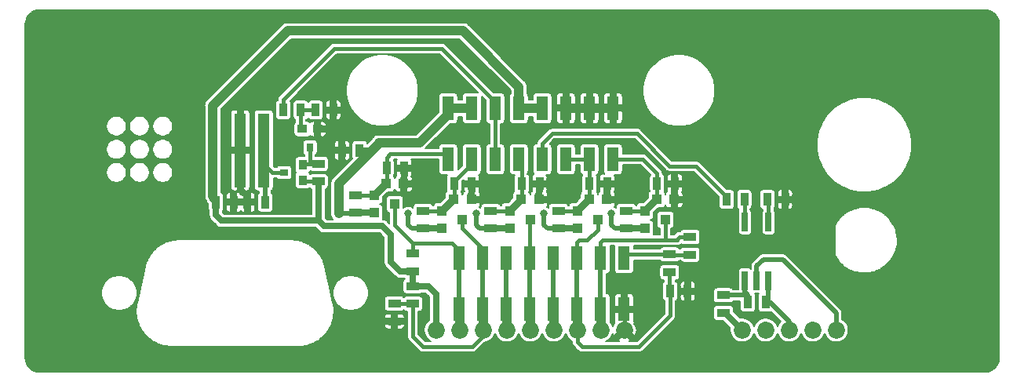
<source format=gbl>
G04 #@! TF.GenerationSoftware,KiCad,Pcbnew,5.1.5-52549c5~84~ubuntu18.04.1*
G04 #@! TF.CreationDate,2020-03-29T21:38:33-07:00*
G04 #@! TF.ProjectId,endcap,656e6463-6170-42e6-9b69-6361645f7063,2.1*
G04 #@! TF.SameCoordinates,PX2faf080PY2faf080*
G04 #@! TF.FileFunction,Copper,L2,Bot*
G04 #@! TF.FilePolarity,Positive*
%FSLAX46Y46*%
G04 Gerber Fmt 4.6, Leading zero omitted, Abs format (unit mm)*
G04 Created by KiCad (PCBNEW 5.1.5-52549c5~84~ubuntu18.04.1) date 2020-03-29 21:38:33*
%MOMM*%
%LPD*%
G04 APERTURE LIST*
%ADD10R,0.889000X1.397000*%
%ADD11R,1.397000X0.889000*%
%ADD12C,1.850000*%
%ADD13R,1.300000X2.600000*%
%ADD14C,4.900000*%
%ADD15R,1.050000X0.900000*%
%ADD16R,0.800000X0.900000*%
%ADD17R,0.900000X1.050000*%
%ADD18R,0.900000X0.800000*%
%ADD19C,0.100000*%
%ADD20R,1.100000X1.100000*%
%ADD21R,1.300000X8.000000*%
%ADD22R,0.640000X2.000000*%
%ADD23C,0.800000*%
%ADD24C,0.400000*%
%ADD25C,0.700000*%
%ADD26C,0.500000*%
%ADD27C,1.000000*%
%ADD28C,0.250000*%
%ADD29C,0.200000*%
G04 APERTURE END LIST*
D10*
X31797500Y-11250000D03*
X33702500Y-11250000D03*
X28297500Y-11250000D03*
X30202500Y-11250000D03*
D11*
X42300000Y-30247500D03*
X42300000Y-32152500D03*
X40300000Y-32147500D03*
X40300000Y-34052500D03*
X42300000Y-26747500D03*
X42300000Y-28652500D03*
D12*
X44800000Y-35000000D03*
X47340000Y-35000000D03*
X49880000Y-35000000D03*
X52420000Y-35000000D03*
X54960000Y-35000000D03*
X57500000Y-35000000D03*
X60040000Y-35000000D03*
X62580000Y-35000000D03*
X65120000Y-35000000D03*
D13*
X63880000Y-16550000D03*
X63880000Y-11050000D03*
X61340000Y-16550000D03*
X61340000Y-11050000D03*
X58800000Y-16550000D03*
X58800000Y-11050000D03*
X56260000Y-16550000D03*
X56260000Y-11050000D03*
X53720000Y-16550000D03*
X53720000Y-11050000D03*
X51180000Y-16550000D03*
X51180000Y-11050000D03*
X48640000Y-16550000D03*
X48640000Y-11050000D03*
X46100000Y-16550000D03*
X46100000Y-11050000D03*
X65080000Y-32750000D03*
X65080000Y-27250000D03*
X62540000Y-32750000D03*
X62540000Y-27250000D03*
X60000000Y-32750000D03*
X60000000Y-27250000D03*
X57460000Y-32750000D03*
X57460000Y-27250000D03*
X54920000Y-32750000D03*
X54920000Y-27250000D03*
X52380000Y-32750000D03*
X52380000Y-27250000D03*
X49840000Y-32750000D03*
X49840000Y-27250000D03*
X47300000Y-32750000D03*
X47300000Y-27250000D03*
D14*
X4000000Y-4000000D03*
X102000000Y-4000000D03*
X102000000Y-36000000D03*
X4000000Y-36000000D03*
D11*
X32100000Y-17047500D03*
X32100000Y-18952500D03*
D15*
X32025000Y-13300000D03*
D16*
X31200000Y-15300000D03*
D15*
X30375000Y-13300000D03*
D17*
X30400000Y-18825000D03*
D18*
X28400000Y-18000000D03*
D17*
X30400000Y-17175000D03*
G04 #@! TA.AperFunction,SMDPad,CuDef*
D19*
G36*
X39224264Y-18810051D02*
G01*
X39789949Y-19375736D01*
X38375736Y-20789949D01*
X37810051Y-20224264D01*
X39224264Y-18810051D01*
G37*
G04 #@! TD.AperFunction*
D20*
X38150000Y-22350000D03*
X38150000Y-20450000D03*
X40350000Y-21400000D03*
X39400000Y-19200000D03*
X41300000Y-19200000D03*
X48600000Y-20900000D03*
X46700000Y-20900000D03*
X47650000Y-23100000D03*
X45450000Y-22150000D03*
X45450000Y-24050000D03*
G04 #@! TA.AperFunction,SMDPad,CuDef*
D19*
G36*
X46524264Y-20510051D02*
G01*
X47089949Y-21075736D01*
X45675736Y-22489949D01*
X45110051Y-21924264D01*
X46524264Y-20510051D01*
G37*
G04 #@! TD.AperFunction*
D20*
X55900000Y-20900000D03*
X54000000Y-20900000D03*
X54950000Y-23100000D03*
X52750000Y-22150000D03*
X52750000Y-24050000D03*
G04 #@! TA.AperFunction,SMDPad,CuDef*
D19*
G36*
X53824264Y-20510051D02*
G01*
X54389949Y-21075736D01*
X52975736Y-22489949D01*
X52410051Y-21924264D01*
X53824264Y-20510051D01*
G37*
G04 #@! TD.AperFunction*
G04 #@! TA.AperFunction,SMDPad,CuDef*
G36*
X61124264Y-20510051D02*
G01*
X61689949Y-21075736D01*
X60275736Y-22489949D01*
X59710051Y-21924264D01*
X61124264Y-20510051D01*
G37*
G04 #@! TD.AperFunction*
D20*
X60050000Y-24050000D03*
X60050000Y-22150000D03*
X62250000Y-23100000D03*
X61300000Y-20900000D03*
X63200000Y-20900000D03*
X70500000Y-20900000D03*
X68600000Y-20900000D03*
X69550000Y-23100000D03*
X67350000Y-22150000D03*
X67350000Y-24050000D03*
G04 #@! TA.AperFunction,SMDPad,CuDef*
D19*
G36*
X68424264Y-20510051D02*
G01*
X68989949Y-21075736D01*
X67575736Y-22489949D01*
X67010051Y-21924264D01*
X68424264Y-20510051D01*
G37*
G04 #@! TD.AperFunction*
D11*
X36100000Y-22352500D03*
X36100000Y-20447500D03*
D10*
X41352500Y-17500000D03*
X39447500Y-17500000D03*
D11*
X43400000Y-24052500D03*
X43400000Y-22147500D03*
D10*
X48652500Y-19200000D03*
X46747500Y-19200000D03*
D11*
X50700000Y-24052500D03*
X50700000Y-22147500D03*
D10*
X55952500Y-19200000D03*
X54047500Y-19200000D03*
D11*
X58000000Y-24052500D03*
X58000000Y-22147500D03*
D10*
X63252500Y-19200000D03*
X61347500Y-19200000D03*
D11*
X65300000Y-24052500D03*
X65300000Y-22147500D03*
D10*
X70552500Y-19200000D03*
X68647500Y-19200000D03*
D21*
X26200000Y-15600000D03*
X23660000Y-15600000D03*
D10*
X78447500Y-32000000D03*
X80352500Y-32000000D03*
X21047500Y-21200000D03*
X22952500Y-21200000D03*
X36552500Y-15600000D03*
X34647500Y-15600000D03*
X78052500Y-20900000D03*
X76147500Y-20900000D03*
X82452500Y-20900000D03*
X80547500Y-20900000D03*
D22*
X78130000Y-23350000D03*
X80670000Y-23350000D03*
X80670000Y-29650000D03*
X79400000Y-29650000D03*
X78130000Y-29650000D03*
D11*
X75800000Y-33152500D03*
X75800000Y-31247500D03*
D12*
X77820000Y-35000000D03*
X80360000Y-35000000D03*
X82900000Y-35000000D03*
X85440000Y-35000000D03*
X87980000Y-35000000D03*
D10*
X24447500Y-21200000D03*
X26352500Y-21200000D03*
X70047500Y-30800000D03*
X71952500Y-30800000D03*
D11*
X72200000Y-24947500D03*
X72200000Y-26852500D03*
X70000000Y-26847500D03*
X70000000Y-28752500D03*
D23*
X42400000Y-17500000D03*
X49700000Y-19200000D03*
X57000000Y-19200000D03*
X64300000Y-19200000D03*
X71600000Y-19200000D03*
X33200000Y-13300000D03*
X23900000Y-10900000D03*
X23900000Y-20100000D03*
X82800000Y-19300000D03*
X65700000Y-11600000D03*
X58800000Y-9000000D03*
X61300000Y-9000000D03*
X73000000Y-30800000D03*
X40300000Y-35100000D03*
X49100000Y-22400000D03*
X56400000Y-22400000D03*
X63700000Y-22400000D03*
X41800000Y-22400000D03*
X34300000Y-22400000D03*
D24*
X30527500Y-17047500D02*
X30400000Y-17175000D01*
X31200000Y-16947500D02*
X31200000Y-15300000D01*
X31100000Y-17047500D02*
X31200000Y-16947500D01*
X32100000Y-17047500D02*
X31100000Y-17047500D01*
X31100000Y-17047500D02*
X30527500Y-17047500D01*
X55952500Y-20847500D02*
X55900000Y-20900000D01*
X55952500Y-19200000D02*
X55952500Y-20847500D01*
X70552500Y-20847500D02*
X70500000Y-20900000D01*
X70552500Y-19200000D02*
X70552500Y-20847500D01*
X63252500Y-20847500D02*
X63200000Y-20900000D01*
X63252500Y-19200000D02*
X63252500Y-20847500D01*
X48652500Y-20847500D02*
X48600000Y-20900000D01*
X48652500Y-19200000D02*
X48652500Y-20847500D01*
X41352500Y-19147500D02*
X41300000Y-19200000D01*
X41352500Y-17500000D02*
X41352500Y-19147500D01*
D25*
X41352500Y-17500000D02*
X42400000Y-17500000D01*
X48652500Y-19200000D02*
X49700000Y-19200000D01*
X55952500Y-19200000D02*
X57000000Y-19200000D01*
X63252500Y-19200000D02*
X64300000Y-19200000D01*
X70552500Y-19200000D02*
X71600000Y-19200000D01*
X32025000Y-13300000D02*
X33200000Y-13300000D01*
X23660000Y-11140000D02*
X23900000Y-10900000D01*
X23660000Y-15600000D02*
X23660000Y-11140000D01*
X23660000Y-19860000D02*
X23900000Y-20100000D01*
X23660000Y-15600000D02*
X23660000Y-19860000D01*
D24*
X65120000Y-32790000D02*
X65080000Y-32750000D01*
X65120000Y-35000000D02*
X65120000Y-32790000D01*
D26*
X82452500Y-19647500D02*
X82800000Y-19300000D01*
X82452500Y-20900000D02*
X82452500Y-19647500D01*
X24447500Y-21200000D02*
X24447500Y-20647500D01*
X24447500Y-20647500D02*
X23900000Y-20100000D01*
D27*
X58800000Y-11050000D02*
X61340000Y-11050000D01*
X61340000Y-11050000D02*
X63880000Y-11050000D01*
D25*
X65150000Y-11050000D02*
X65700000Y-11600000D01*
X63880000Y-11050000D02*
X65150000Y-11050000D01*
X58800000Y-11050000D02*
X58800000Y-9000000D01*
X61340000Y-9040000D02*
X61300000Y-9000000D01*
X61340000Y-11050000D02*
X61340000Y-9040000D01*
X71952500Y-30800000D02*
X73000000Y-30800000D01*
X40300000Y-34052500D02*
X40300000Y-35100000D01*
D24*
X33702500Y-12797500D02*
X33200000Y-13300000D01*
X33702500Y-11250000D02*
X33702500Y-12797500D01*
D25*
X65302500Y-24050000D02*
X65300000Y-24052500D01*
X67350000Y-24050000D02*
X65302500Y-24050000D01*
X58002500Y-24050000D02*
X58000000Y-24052500D01*
X60050000Y-24050000D02*
X58002500Y-24050000D01*
X50702500Y-24050000D02*
X50700000Y-24052500D01*
X52750000Y-24050000D02*
X50702500Y-24050000D01*
X43402500Y-24050000D02*
X43400000Y-24052500D01*
X45450000Y-24050000D02*
X43402500Y-24050000D01*
X36102500Y-22350000D02*
X36100000Y-22352500D01*
X38150000Y-22350000D02*
X36102500Y-22350000D01*
D27*
X48640000Y-11050000D02*
X46100000Y-11050000D01*
X46100000Y-11700000D02*
X46100000Y-11050000D01*
X43000000Y-14800000D02*
X46100000Y-11700000D01*
X39800000Y-14800000D02*
X43000000Y-14800000D01*
X39800000Y-14800000D02*
X38652500Y-14800000D01*
D26*
X49501500Y-24052500D02*
X49100000Y-23651000D01*
X50700000Y-24052500D02*
X49501500Y-24052500D01*
X49100000Y-23651000D02*
X49100000Y-22300000D01*
X56801500Y-24052500D02*
X56400000Y-23651000D01*
X58000000Y-24052500D02*
X56801500Y-24052500D01*
X56400000Y-23651000D02*
X56400000Y-22400000D01*
X64101500Y-24052500D02*
X63700000Y-23651000D01*
X65300000Y-24052500D02*
X64101500Y-24052500D01*
X63700000Y-23651000D02*
X63700000Y-22400000D01*
X42201500Y-24052500D02*
X41800000Y-23651000D01*
X43400000Y-24052500D02*
X42201500Y-24052500D01*
X41800000Y-23651000D02*
X41800000Y-22400000D01*
D27*
X38652500Y-14800000D02*
X38652500Y-14847500D01*
X38652500Y-14847500D02*
X34300000Y-19200000D01*
X34300000Y-19200000D02*
X34300000Y-22400000D01*
D26*
X36052500Y-22400000D02*
X36100000Y-22352500D01*
X34300000Y-22400000D02*
X36052500Y-22400000D01*
D25*
X37697000Y-15600000D02*
X38297000Y-15000000D01*
X36552500Y-15600000D02*
X37697000Y-15600000D01*
D28*
X38147500Y-20447500D02*
X38150000Y-20450000D01*
X36100000Y-20447500D02*
X38147500Y-20447500D01*
D24*
X38152500Y-20447500D02*
X38800000Y-19800000D01*
X36100000Y-20447500D02*
X38152500Y-20447500D01*
X39447500Y-19152500D02*
X39400000Y-19200000D01*
X39447500Y-17500000D02*
X39447500Y-19152500D01*
X39849000Y-16000000D02*
X45550000Y-16000000D01*
X39447500Y-16401500D02*
X39849000Y-16000000D01*
X45550000Y-16000000D02*
X46100000Y-16550000D01*
X39447500Y-17500000D02*
X39447500Y-16401500D01*
X45452500Y-22147500D02*
X46100000Y-21500000D01*
X43400000Y-22147500D02*
X45452500Y-22147500D01*
X46747500Y-20852500D02*
X46700000Y-20900000D01*
X46747500Y-19200000D02*
X46747500Y-20852500D01*
X46747500Y-18946000D02*
X47893500Y-17800000D01*
X46747500Y-19200000D02*
X46747500Y-18946000D01*
X48640000Y-16550000D02*
X48640000Y-17060000D01*
X48640000Y-17060000D02*
X47900000Y-17800000D01*
X51180000Y-16550000D02*
X51180000Y-11050000D01*
X28297500Y-10151500D02*
X28297500Y-11250000D01*
X33849000Y-4600000D02*
X28297500Y-10151500D01*
X45380000Y-4600000D02*
X33849000Y-4600000D01*
X51180000Y-10400000D02*
X45380000Y-4600000D01*
X51180000Y-11050000D02*
X51180000Y-10400000D01*
D28*
X52747500Y-22147500D02*
X52750000Y-22150000D01*
X50700000Y-22147500D02*
X52747500Y-22147500D01*
D24*
X54047500Y-20852500D02*
X54000000Y-20900000D01*
X54047500Y-19200000D02*
X54047500Y-20852500D01*
X52752500Y-22147500D02*
X53400000Y-21500000D01*
X50700000Y-22147500D02*
X52752500Y-22147500D01*
X54047500Y-16877500D02*
X53720000Y-16550000D01*
X54047500Y-19200000D02*
X54047500Y-16877500D01*
D28*
X60052500Y-22147500D02*
X60700000Y-21500000D01*
X58000000Y-22147500D02*
X60052500Y-22147500D01*
D24*
X60047500Y-22147500D02*
X60050000Y-22150000D01*
X58000000Y-22147500D02*
X60047500Y-22147500D01*
X61347500Y-20852500D02*
X61300000Y-20900000D01*
X61347500Y-19200000D02*
X61347500Y-20852500D01*
X61347500Y-16557500D02*
X61340000Y-16550000D01*
X61347500Y-19200000D02*
X61347500Y-16557500D01*
X61340000Y-16550000D02*
X58850000Y-16550000D01*
D28*
X68647500Y-20852500D02*
X68000000Y-21500000D01*
X67347500Y-22147500D02*
X67350000Y-22150000D01*
X65300000Y-22147500D02*
X67347500Y-22147500D01*
D24*
X67352500Y-22147500D02*
X68000000Y-21500000D01*
X65300000Y-22147500D02*
X67352500Y-22147500D01*
X68647500Y-20852500D02*
X68600000Y-20900000D01*
X68647500Y-19200000D02*
X68647500Y-20852500D01*
X67096000Y-16550000D02*
X64930000Y-16550000D01*
X68647500Y-18101500D02*
X67096000Y-16550000D01*
X64930000Y-16550000D02*
X63880000Y-16550000D01*
X68647500Y-19200000D02*
X68647500Y-18101500D01*
X30527500Y-18952500D02*
X30400000Y-18825000D01*
X32100000Y-18952500D02*
X30527500Y-18952500D01*
D27*
X56260000Y-11050000D02*
X53720000Y-11050000D01*
X20700000Y-10800000D02*
X20700000Y-20500000D01*
X53720000Y-11050000D02*
X53720000Y-8750000D01*
X53720000Y-8750000D02*
X47670000Y-2700000D01*
X47670000Y-2700000D02*
X28800000Y-2700000D01*
X28800000Y-2700000D02*
X20700000Y-10800000D01*
D25*
X26300000Y-23200000D02*
X32100000Y-23200000D01*
X32100000Y-18952500D02*
X32100000Y-20097000D01*
X32100000Y-20097000D02*
X32100000Y-23200000D01*
X21047500Y-22598500D02*
X21649000Y-23200000D01*
X21047500Y-21200000D02*
X21047500Y-22598500D01*
X21649000Y-23200000D02*
X23800000Y-23200000D01*
X23800000Y-23200000D02*
X26300000Y-23200000D01*
X20700000Y-20852500D02*
X21047500Y-21200000D01*
X20700000Y-20500000D02*
X20700000Y-20852500D01*
X39900000Y-27651000D02*
X40901500Y-28652500D01*
X32100000Y-23200000D02*
X32700000Y-23800000D01*
X40901500Y-28652500D02*
X42300000Y-28652500D01*
X32700000Y-23800000D02*
X39000000Y-23800000D01*
X39000000Y-23800000D02*
X39900000Y-24700000D01*
X39900000Y-24700000D02*
X39900000Y-27651000D01*
X42300000Y-30247500D02*
X42300000Y-28652500D01*
X43947500Y-30247500D02*
X42300000Y-30247500D01*
X44800000Y-31100000D02*
X43947500Y-30247500D01*
X44800000Y-35000000D02*
X44800000Y-31100000D01*
D24*
X56260000Y-16550000D02*
X56260000Y-14850000D01*
X56260000Y-14850000D02*
X57310000Y-13800000D01*
X76147500Y-20646000D02*
X76147500Y-20900000D01*
X57310000Y-13800000D02*
X66500000Y-13800000D01*
X66500000Y-13800000D02*
X70000000Y-17300000D01*
X70000000Y-17300000D02*
X72801500Y-17300000D01*
X72801500Y-17300000D02*
X76147500Y-20646000D01*
X78052500Y-23272500D02*
X78130000Y-23350000D01*
X78052500Y-20900000D02*
X78052500Y-23272500D01*
X80670000Y-21022500D02*
X80547500Y-20900000D01*
X80670000Y-23350000D02*
X80670000Y-21022500D01*
D27*
X47340000Y-32790000D02*
X47300000Y-32750000D01*
X47340000Y-35000000D02*
X47340000Y-32790000D01*
D26*
X47300000Y-32750000D02*
X47300000Y-27250000D01*
D24*
X47300000Y-26400000D02*
X47300000Y-27250000D01*
X46500000Y-25600000D02*
X47300000Y-26400000D01*
X40350000Y-21400000D02*
X40350000Y-23450000D01*
X40350000Y-23450000D02*
X40350000Y-23650000D01*
X40350000Y-23650000D02*
X42300000Y-25600000D01*
X46500000Y-25600000D02*
X42300000Y-25600000D01*
X42300000Y-26747500D02*
X42300000Y-25903000D01*
X42300000Y-25903000D02*
X42300000Y-25700000D01*
D27*
X49880000Y-32790000D02*
X49840000Y-32750000D01*
X49880000Y-35000000D02*
X49880000Y-32790000D01*
D26*
X49840000Y-30950000D02*
X49840000Y-27250000D01*
X49840000Y-32750000D02*
X49840000Y-30950000D01*
D24*
X47650000Y-24050000D02*
X49840000Y-26240000D01*
X49840000Y-26240000D02*
X49840000Y-27250000D01*
X47650000Y-23100000D02*
X47650000Y-24050000D01*
X42295000Y-32147500D02*
X42300000Y-32152500D01*
X40300000Y-32147500D02*
X42295000Y-32147500D01*
X49880000Y-35620000D02*
X49880000Y-35000000D01*
X42300000Y-32152500D02*
X42300000Y-35700000D01*
X42300000Y-35700000D02*
X43400000Y-36800000D01*
X43400000Y-36800000D02*
X48700000Y-36800000D01*
X48700000Y-36800000D02*
X49880000Y-35620000D01*
D27*
X52420000Y-32790000D02*
X52380000Y-32750000D01*
X52420000Y-35000000D02*
X52420000Y-32790000D01*
D26*
X52380000Y-30950000D02*
X52380000Y-27250000D01*
X52380000Y-32750000D02*
X52380000Y-30950000D01*
D27*
X54960000Y-32790000D02*
X54920000Y-32750000D01*
X54960000Y-35000000D02*
X54960000Y-32790000D01*
D26*
X54920000Y-32750000D02*
X54920000Y-27250000D01*
D24*
X54920000Y-23130000D02*
X54950000Y-23100000D01*
X54920000Y-27250000D02*
X54920000Y-23130000D01*
D27*
X57500000Y-32790000D02*
X57460000Y-32750000D01*
X57500000Y-35000000D02*
X57500000Y-32790000D01*
D26*
X57460000Y-32750000D02*
X57460000Y-27250000D01*
D27*
X60040000Y-32790000D02*
X60000000Y-32750000D01*
X60040000Y-35000000D02*
X60040000Y-32790000D01*
D26*
X60000000Y-32750000D02*
X60000000Y-27250000D01*
D24*
X62250000Y-24150000D02*
X62250000Y-23100000D01*
X60000000Y-27250000D02*
X60000000Y-25550000D01*
X60250000Y-25300000D02*
X61100000Y-25300000D01*
X60000000Y-25550000D02*
X60250000Y-25300000D01*
X61100000Y-25300000D02*
X62250000Y-24150000D01*
X60040000Y-36308147D02*
X60531853Y-36800000D01*
X60040000Y-35000000D02*
X60040000Y-36308147D01*
X60531853Y-36800000D02*
X64000000Y-36800000D01*
X70047500Y-30800000D02*
X70047500Y-33452500D01*
X70047500Y-33452500D02*
X66700000Y-36800000D01*
X70000000Y-30752500D02*
X70047500Y-30800000D01*
X70000000Y-28752500D02*
X70000000Y-30752500D01*
X64000000Y-36800000D02*
X66700000Y-36800000D01*
D27*
X62580000Y-32790000D02*
X62540000Y-32750000D01*
X62580000Y-35000000D02*
X62580000Y-32790000D01*
D26*
X62540000Y-30950000D02*
X62540000Y-27250000D01*
X62540000Y-32750000D02*
X62540000Y-30950000D01*
D24*
X62540000Y-27250000D02*
X62540000Y-25550000D01*
X62540000Y-25550000D02*
X62790000Y-25300000D01*
X62790000Y-25300000D02*
X68600000Y-25300000D01*
X71101500Y-24947500D02*
X70749000Y-25300000D01*
X72200000Y-24947500D02*
X71101500Y-24947500D01*
X69550000Y-23100000D02*
X69550000Y-25250000D01*
X69550000Y-25250000D02*
X69500000Y-25300000D01*
X68600000Y-25300000D02*
X70800000Y-25300000D01*
D26*
X78447500Y-32000000D02*
X78447500Y-31247500D01*
X78447500Y-31247500D02*
X78100000Y-30900000D01*
X78100000Y-30900000D02*
X78100000Y-29700000D01*
X78447500Y-31247500D02*
X75852500Y-31247500D01*
X82900000Y-35000000D02*
X82900000Y-34400000D01*
X80670000Y-29650000D02*
X80670000Y-31730000D01*
X80670000Y-31730000D02*
X80400000Y-32000000D01*
X80352500Y-32000000D02*
X80800000Y-32000000D01*
X80800000Y-32000000D02*
X81200000Y-32400000D01*
X81200000Y-32400000D02*
X82800000Y-34000000D01*
X82800000Y-34000000D02*
X82900000Y-34100000D01*
X82900000Y-34100000D02*
X82900000Y-35000000D01*
D25*
X75972500Y-33152500D02*
X77820000Y-35000000D01*
X75800000Y-33152500D02*
X75972500Y-33152500D01*
D26*
X87980000Y-35000000D02*
X87980000Y-33180000D01*
X87980000Y-33180000D02*
X82200000Y-27400000D01*
X82200000Y-27400000D02*
X80100000Y-27400000D01*
X80100000Y-27400000D02*
X79400000Y-28100000D01*
X79400000Y-28100000D02*
X79400000Y-29600000D01*
D24*
X26200000Y-15600000D02*
X26200000Y-17100000D01*
X27100000Y-18000000D02*
X28400000Y-18000000D01*
X26200000Y-17100000D02*
X27100000Y-18000000D01*
D26*
X26352500Y-15752500D02*
X26200000Y-15600000D01*
X26352500Y-21200000D02*
X26352500Y-15752500D01*
D24*
X70005000Y-26852500D02*
X70000000Y-26847500D01*
X72200000Y-26852500D02*
X70005000Y-26852500D01*
X65482500Y-26847500D02*
X65080000Y-27250000D01*
X70000000Y-26847500D02*
X65482500Y-26847500D01*
X30202500Y-11250000D02*
X31797500Y-11250000D01*
X30202500Y-13127500D02*
X30375000Y-13300000D01*
X30202500Y-11250000D02*
X30202500Y-13127500D01*
D29*
G36*
X104295764Y-506278D02*
G01*
X104580263Y-592173D01*
X104842665Y-731695D01*
X105072961Y-919521D01*
X105262394Y-1148505D01*
X105403741Y-1409921D01*
X105491620Y-1693812D01*
X105525000Y-2011398D01*
X105525001Y-37976758D01*
X105493722Y-38295765D01*
X105407826Y-38580265D01*
X105268307Y-38842661D01*
X105080479Y-39072962D01*
X104851495Y-39262394D01*
X104590079Y-39403741D01*
X104306188Y-39491620D01*
X103988602Y-39525000D01*
X2023232Y-39525000D01*
X1704235Y-39493722D01*
X1419735Y-39407826D01*
X1157339Y-39268307D01*
X927038Y-39080479D01*
X737606Y-38851495D01*
X596259Y-38590079D01*
X508380Y-38306188D01*
X475000Y-37988602D01*
X475000Y-32962602D01*
X12416934Y-32962602D01*
X12417219Y-33003420D01*
X12416934Y-33044171D01*
X12417547Y-33050425D01*
X12485888Y-33700649D01*
X12494098Y-33740646D01*
X12501732Y-33780664D01*
X12503545Y-33786669D01*
X12503547Y-33786679D01*
X12503551Y-33786688D01*
X12696883Y-34411245D01*
X12712690Y-34448848D01*
X12727967Y-34486660D01*
X12730916Y-34492208D01*
X13041882Y-35067327D01*
X13064717Y-35101182D01*
X13087022Y-35135267D01*
X13090993Y-35140137D01*
X13507744Y-35643902D01*
X13536671Y-35672628D01*
X13565221Y-35701782D01*
X13570062Y-35705787D01*
X14076725Y-36119011D01*
X14110704Y-36141587D01*
X14144349Y-36164624D01*
X14149871Y-36167609D01*
X14149875Y-36167612D01*
X14149879Y-36167614D01*
X14727151Y-36474555D01*
X14764859Y-36490098D01*
X14802347Y-36506165D01*
X14808349Y-36508023D01*
X15434251Y-36696994D01*
X15474309Y-36704926D01*
X15514154Y-36713395D01*
X15520401Y-36714052D01*
X15520403Y-36714052D01*
X16170433Y-36777788D01*
X16192895Y-36780000D01*
X30007105Y-36780000D01*
X30011413Y-36779576D01*
X30122237Y-36777448D01*
X30145263Y-36774743D01*
X30168440Y-36774177D01*
X30174671Y-36773367D01*
X30822427Y-36684636D01*
X30862182Y-36675165D01*
X30901905Y-36666286D01*
X30907850Y-36664285D01*
X30907860Y-36664283D01*
X30907869Y-36664279D01*
X31526046Y-36451425D01*
X31563149Y-36434438D01*
X31600448Y-36417987D01*
X31605900Y-36414865D01*
X32170967Y-36085988D01*
X32204076Y-36062109D01*
X32237456Y-36038736D01*
X32242198Y-36034614D01*
X32732625Y-35602245D01*
X32760454Y-35572402D01*
X32788670Y-35542979D01*
X32792522Y-35538014D01*
X33189628Y-35018621D01*
X33211137Y-34983930D01*
X33233094Y-34949598D01*
X33235907Y-34943980D01*
X33455848Y-34497000D01*
X39199565Y-34497000D01*
X39207288Y-34575414D01*
X39230160Y-34650814D01*
X39267303Y-34720303D01*
X39317289Y-34781211D01*
X39378197Y-34831197D01*
X39447686Y-34868340D01*
X39523086Y-34891212D01*
X39601500Y-34898935D01*
X39900000Y-34897000D01*
X40000000Y-34797000D01*
X40000000Y-34352500D01*
X40600000Y-34352500D01*
X40600000Y-34797000D01*
X40700000Y-34897000D01*
X40998500Y-34898935D01*
X41076914Y-34891212D01*
X41152314Y-34868340D01*
X41221803Y-34831197D01*
X41282711Y-34781211D01*
X41332697Y-34720303D01*
X41369840Y-34650814D01*
X41392712Y-34575414D01*
X41400435Y-34497000D01*
X41398500Y-34452500D01*
X41298500Y-34352500D01*
X40600000Y-34352500D01*
X40000000Y-34352500D01*
X39301500Y-34352500D01*
X39201500Y-34452500D01*
X39199565Y-34497000D01*
X33455848Y-34497000D01*
X33524566Y-34357348D01*
X33538914Y-34319176D01*
X33553798Y-34281196D01*
X33555467Y-34275138D01*
X33724684Y-33643610D01*
X33730579Y-33608000D01*
X39199565Y-33608000D01*
X39201500Y-33652500D01*
X39301500Y-33752500D01*
X40000000Y-33752500D01*
X40000000Y-33308000D01*
X40600000Y-33308000D01*
X40600000Y-33752500D01*
X41298500Y-33752500D01*
X41398500Y-33652500D01*
X41400435Y-33608000D01*
X41392712Y-33529586D01*
X41369840Y-33454186D01*
X41332697Y-33384697D01*
X41282711Y-33323789D01*
X41221803Y-33273803D01*
X41152314Y-33236660D01*
X41076914Y-33213788D01*
X40998500Y-33206065D01*
X40700000Y-33208000D01*
X40600000Y-33308000D01*
X40000000Y-33308000D01*
X39900000Y-33208000D01*
X39601500Y-33206065D01*
X39523086Y-33213788D01*
X39447686Y-33236660D01*
X39378197Y-33273803D01*
X39317289Y-33323789D01*
X39267303Y-33384697D01*
X39230160Y-33454186D01*
X39207288Y-33529586D01*
X39199565Y-33608000D01*
X33730579Y-33608000D01*
X33731353Y-33603327D01*
X33738567Y-33563231D01*
X33739028Y-33556965D01*
X33782358Y-32904597D01*
X33781076Y-32863814D01*
X33780365Y-32823052D01*
X33779599Y-32816816D01*
X33695392Y-32168456D01*
X33675636Y-32082883D01*
X33664052Y-32057106D01*
X33391142Y-30810404D01*
X33675000Y-30810404D01*
X33675000Y-31189596D01*
X33748977Y-31561502D01*
X33894087Y-31911829D01*
X34104755Y-32227116D01*
X34372884Y-32495245D01*
X34688171Y-32705913D01*
X35038498Y-32851023D01*
X35410404Y-32925000D01*
X35789596Y-32925000D01*
X36161502Y-32851023D01*
X36511829Y-32705913D01*
X36827116Y-32495245D01*
X37095245Y-32227116D01*
X37305913Y-31911829D01*
X37451023Y-31561502D01*
X37525000Y-31189596D01*
X37525000Y-30810404D01*
X37451023Y-30438498D01*
X37305913Y-30088171D01*
X37095245Y-29772884D01*
X36827116Y-29504755D01*
X36511829Y-29294087D01*
X36161502Y-29148977D01*
X35789596Y-29075000D01*
X35410404Y-29075000D01*
X35038498Y-29148977D01*
X34688171Y-29294087D01*
X34372884Y-29504755D01*
X34104755Y-29772884D01*
X33894087Y-30088171D01*
X33748977Y-30438498D01*
X33675000Y-30810404D01*
X33391142Y-30810404D01*
X32804863Y-28132178D01*
X32784366Y-28068990D01*
X32783985Y-28068309D01*
X32618857Y-27565177D01*
X32603519Y-27530350D01*
X32589101Y-27495143D01*
X32586126Y-27489609D01*
X32272026Y-26915178D01*
X32249047Y-26881454D01*
X32226567Y-26847451D01*
X32222573Y-26842600D01*
X31802882Y-26340119D01*
X31773780Y-26311490D01*
X31745134Y-26282512D01*
X31740274Y-26278529D01*
X31230977Y-25867135D01*
X31196878Y-25844711D01*
X31163138Y-25821841D01*
X31157602Y-25818882D01*
X31157598Y-25818879D01*
X31157594Y-25818877D01*
X30578093Y-25514244D01*
X30540292Y-25498871D01*
X30502749Y-25482989D01*
X30496742Y-25481160D01*
X30496736Y-25481158D01*
X29869100Y-25294885D01*
X29829017Y-25287145D01*
X29789120Y-25278860D01*
X29782869Y-25278233D01*
X29131003Y-25217415D01*
X29043180Y-25217828D01*
X29032475Y-25220000D01*
X17172052Y-25220000D01*
X17168522Y-25219187D01*
X17080740Y-25216474D01*
X17074474Y-25216938D01*
X16503270Y-25263199D01*
X16465805Y-25269960D01*
X16428217Y-25275732D01*
X16422141Y-25277329D01*
X15790138Y-25448213D01*
X15751951Y-25462666D01*
X15713651Y-25476553D01*
X15708000Y-25479300D01*
X15121226Y-25769686D01*
X15086596Y-25791267D01*
X15051699Y-25812343D01*
X15046689Y-25816135D01*
X14527494Y-26214962D01*
X14497721Y-26242853D01*
X14467577Y-26270310D01*
X14463399Y-26275004D01*
X14031556Y-26767082D01*
X14007757Y-26800238D01*
X13983530Y-26833015D01*
X13980347Y-26838424D01*
X13980344Y-26838429D01*
X13980344Y-26838430D01*
X13652305Y-27405014D01*
X13635402Y-27442156D01*
X13618001Y-27479019D01*
X13615927Y-27484950D01*
X13417370Y-28065885D01*
X13415633Y-28068990D01*
X13395136Y-28132178D01*
X12537523Y-32049916D01*
X12511869Y-32127485D01*
X12510530Y-32133624D01*
X12484008Y-32259483D01*
X12481464Y-32282531D01*
X12476803Y-32305235D01*
X12476190Y-32311488D01*
X12416934Y-32962602D01*
X475000Y-32962602D01*
X475000Y-30810404D01*
X8675000Y-30810404D01*
X8675000Y-31189596D01*
X8748977Y-31561502D01*
X8894087Y-31911829D01*
X9104755Y-32227116D01*
X9372884Y-32495245D01*
X9688171Y-32705913D01*
X10038498Y-32851023D01*
X10410404Y-32925000D01*
X10789596Y-32925000D01*
X11161502Y-32851023D01*
X11511829Y-32705913D01*
X11827116Y-32495245D01*
X12095245Y-32227116D01*
X12305913Y-31911829D01*
X12451023Y-31561502D01*
X12525000Y-31189596D01*
X12525000Y-30810404D01*
X12451023Y-30438498D01*
X12305913Y-30088171D01*
X12095245Y-29772884D01*
X11827116Y-29504755D01*
X11511829Y-29294087D01*
X11161502Y-29148977D01*
X10789596Y-29075000D01*
X10410404Y-29075000D01*
X10038498Y-29148977D01*
X9688171Y-29294087D01*
X9372884Y-29504755D01*
X9104755Y-29772884D01*
X8894087Y-30088171D01*
X8748977Y-30438498D01*
X8675000Y-30810404D01*
X475000Y-30810404D01*
X475000Y-17891659D01*
X9200000Y-17891659D01*
X9200000Y-18108341D01*
X9242273Y-18320858D01*
X9325193Y-18521045D01*
X9445575Y-18701209D01*
X9598791Y-18854425D01*
X9778955Y-18974807D01*
X9979142Y-19057727D01*
X10191659Y-19100000D01*
X10408341Y-19100000D01*
X10620858Y-19057727D01*
X10821045Y-18974807D01*
X11001209Y-18854425D01*
X11154425Y-18701209D01*
X11274807Y-18521045D01*
X11357727Y-18320858D01*
X11400000Y-18108341D01*
X11400000Y-17891659D01*
X11700000Y-17891659D01*
X11700000Y-18108341D01*
X11742273Y-18320858D01*
X11825193Y-18521045D01*
X11945575Y-18701209D01*
X12098791Y-18854425D01*
X12278955Y-18974807D01*
X12479142Y-19057727D01*
X12691659Y-19100000D01*
X12908341Y-19100000D01*
X13120858Y-19057727D01*
X13321045Y-18974807D01*
X13501209Y-18854425D01*
X13654425Y-18701209D01*
X13774807Y-18521045D01*
X13857727Y-18320858D01*
X13900000Y-18108341D01*
X13900000Y-17891659D01*
X14200000Y-17891659D01*
X14200000Y-18108341D01*
X14242273Y-18320858D01*
X14325193Y-18521045D01*
X14445575Y-18701209D01*
X14598791Y-18854425D01*
X14778955Y-18974807D01*
X14979142Y-19057727D01*
X15191659Y-19100000D01*
X15408341Y-19100000D01*
X15620858Y-19057727D01*
X15821045Y-18974807D01*
X16001209Y-18854425D01*
X16154425Y-18701209D01*
X16274807Y-18521045D01*
X16357727Y-18320858D01*
X16400000Y-18108341D01*
X16400000Y-17891659D01*
X16357727Y-17679142D01*
X16274807Y-17478955D01*
X16154425Y-17298791D01*
X16001209Y-17145575D01*
X15821045Y-17025193D01*
X15620858Y-16942273D01*
X15408341Y-16900000D01*
X15191659Y-16900000D01*
X14979142Y-16942273D01*
X14778955Y-17025193D01*
X14598791Y-17145575D01*
X14445575Y-17298791D01*
X14325193Y-17478955D01*
X14242273Y-17679142D01*
X14200000Y-17891659D01*
X13900000Y-17891659D01*
X13857727Y-17679142D01*
X13774807Y-17478955D01*
X13654425Y-17298791D01*
X13501209Y-17145575D01*
X13321045Y-17025193D01*
X13120858Y-16942273D01*
X12908341Y-16900000D01*
X12691659Y-16900000D01*
X12479142Y-16942273D01*
X12278955Y-17025193D01*
X12098791Y-17145575D01*
X11945575Y-17298791D01*
X11825193Y-17478955D01*
X11742273Y-17679142D01*
X11700000Y-17891659D01*
X11400000Y-17891659D01*
X11357727Y-17679142D01*
X11274807Y-17478955D01*
X11154425Y-17298791D01*
X11001209Y-17145575D01*
X10821045Y-17025193D01*
X10620858Y-16942273D01*
X10408341Y-16900000D01*
X10191659Y-16900000D01*
X9979142Y-16942273D01*
X9778955Y-17025193D01*
X9598791Y-17145575D01*
X9445575Y-17298791D01*
X9325193Y-17478955D01*
X9242273Y-17679142D01*
X9200000Y-17891659D01*
X475000Y-17891659D01*
X475000Y-15391659D01*
X9200000Y-15391659D01*
X9200000Y-15608341D01*
X9242273Y-15820858D01*
X9325193Y-16021045D01*
X9445575Y-16201209D01*
X9598791Y-16354425D01*
X9778955Y-16474807D01*
X9979142Y-16557727D01*
X10191659Y-16600000D01*
X10408341Y-16600000D01*
X10620858Y-16557727D01*
X10821045Y-16474807D01*
X11001209Y-16354425D01*
X11154425Y-16201209D01*
X11274807Y-16021045D01*
X11357727Y-15820858D01*
X11400000Y-15608341D01*
X11400000Y-15391659D01*
X11700000Y-15391659D01*
X11700000Y-15608341D01*
X11742273Y-15820858D01*
X11825193Y-16021045D01*
X11945575Y-16201209D01*
X12098791Y-16354425D01*
X12278955Y-16474807D01*
X12479142Y-16557727D01*
X12691659Y-16600000D01*
X12908341Y-16600000D01*
X13120858Y-16557727D01*
X13321045Y-16474807D01*
X13501209Y-16354425D01*
X13654425Y-16201209D01*
X13774807Y-16021045D01*
X13857727Y-15820858D01*
X13900000Y-15608341D01*
X13900000Y-15391659D01*
X14200000Y-15391659D01*
X14200000Y-15608341D01*
X14242273Y-15820858D01*
X14325193Y-16021045D01*
X14445575Y-16201209D01*
X14598791Y-16354425D01*
X14778955Y-16474807D01*
X14979142Y-16557727D01*
X15191659Y-16600000D01*
X15408341Y-16600000D01*
X15620858Y-16557727D01*
X15821045Y-16474807D01*
X16001209Y-16354425D01*
X16154425Y-16201209D01*
X16274807Y-16021045D01*
X16357727Y-15820858D01*
X16400000Y-15608341D01*
X16400000Y-15391659D01*
X16357727Y-15179142D01*
X16274807Y-14978955D01*
X16154425Y-14798791D01*
X16001209Y-14645575D01*
X15821045Y-14525193D01*
X15620858Y-14442273D01*
X15408341Y-14400000D01*
X15191659Y-14400000D01*
X14979142Y-14442273D01*
X14778955Y-14525193D01*
X14598791Y-14645575D01*
X14445575Y-14798791D01*
X14325193Y-14978955D01*
X14242273Y-15179142D01*
X14200000Y-15391659D01*
X13900000Y-15391659D01*
X13857727Y-15179142D01*
X13774807Y-14978955D01*
X13654425Y-14798791D01*
X13501209Y-14645575D01*
X13321045Y-14525193D01*
X13120858Y-14442273D01*
X12908341Y-14400000D01*
X12691659Y-14400000D01*
X12479142Y-14442273D01*
X12278955Y-14525193D01*
X12098791Y-14645575D01*
X11945575Y-14798791D01*
X11825193Y-14978955D01*
X11742273Y-15179142D01*
X11700000Y-15391659D01*
X11400000Y-15391659D01*
X11357727Y-15179142D01*
X11274807Y-14978955D01*
X11154425Y-14798791D01*
X11001209Y-14645575D01*
X10821045Y-14525193D01*
X10620858Y-14442273D01*
X10408341Y-14400000D01*
X10191659Y-14400000D01*
X9979142Y-14442273D01*
X9778955Y-14525193D01*
X9598791Y-14645575D01*
X9445575Y-14798791D01*
X9325193Y-14978955D01*
X9242273Y-15179142D01*
X9200000Y-15391659D01*
X475000Y-15391659D01*
X475000Y-12891659D01*
X9200000Y-12891659D01*
X9200000Y-13108341D01*
X9242273Y-13320858D01*
X9325193Y-13521045D01*
X9445575Y-13701209D01*
X9598791Y-13854425D01*
X9778955Y-13974807D01*
X9979142Y-14057727D01*
X10191659Y-14100000D01*
X10408341Y-14100000D01*
X10620858Y-14057727D01*
X10821045Y-13974807D01*
X11001209Y-13854425D01*
X11154425Y-13701209D01*
X11274807Y-13521045D01*
X11357727Y-13320858D01*
X11400000Y-13108341D01*
X11400000Y-12891659D01*
X11700000Y-12891659D01*
X11700000Y-13108341D01*
X11742273Y-13320858D01*
X11825193Y-13521045D01*
X11945575Y-13701209D01*
X12098791Y-13854425D01*
X12278955Y-13974807D01*
X12479142Y-14057727D01*
X12691659Y-14100000D01*
X12908341Y-14100000D01*
X13120858Y-14057727D01*
X13321045Y-13974807D01*
X13501209Y-13854425D01*
X13654425Y-13701209D01*
X13774807Y-13521045D01*
X13857727Y-13320858D01*
X13900000Y-13108341D01*
X13900000Y-12891659D01*
X14200000Y-12891659D01*
X14200000Y-13108341D01*
X14242273Y-13320858D01*
X14325193Y-13521045D01*
X14445575Y-13701209D01*
X14598791Y-13854425D01*
X14778955Y-13974807D01*
X14979142Y-14057727D01*
X15191659Y-14100000D01*
X15408341Y-14100000D01*
X15620858Y-14057727D01*
X15821045Y-13974807D01*
X16001209Y-13854425D01*
X16154425Y-13701209D01*
X16274807Y-13521045D01*
X16357727Y-13320858D01*
X16400000Y-13108341D01*
X16400000Y-12891659D01*
X16357727Y-12679142D01*
X16274807Y-12478955D01*
X16154425Y-12298791D01*
X16001209Y-12145575D01*
X15821045Y-12025193D01*
X15620858Y-11942273D01*
X15408341Y-11900000D01*
X15191659Y-11900000D01*
X14979142Y-11942273D01*
X14778955Y-12025193D01*
X14598791Y-12145575D01*
X14445575Y-12298791D01*
X14325193Y-12478955D01*
X14242273Y-12679142D01*
X14200000Y-12891659D01*
X13900000Y-12891659D01*
X13857727Y-12679142D01*
X13774807Y-12478955D01*
X13654425Y-12298791D01*
X13501209Y-12145575D01*
X13321045Y-12025193D01*
X13120858Y-11942273D01*
X12908341Y-11900000D01*
X12691659Y-11900000D01*
X12479142Y-11942273D01*
X12278955Y-12025193D01*
X12098791Y-12145575D01*
X11945575Y-12298791D01*
X11825193Y-12478955D01*
X11742273Y-12679142D01*
X11700000Y-12891659D01*
X11400000Y-12891659D01*
X11357727Y-12679142D01*
X11274807Y-12478955D01*
X11154425Y-12298791D01*
X11001209Y-12145575D01*
X10821045Y-12025193D01*
X10620858Y-11942273D01*
X10408341Y-11900000D01*
X10191659Y-11900000D01*
X9979142Y-11942273D01*
X9778955Y-12025193D01*
X9598791Y-12145575D01*
X9445575Y-12298791D01*
X9325193Y-12478955D01*
X9242273Y-12679142D01*
X9200000Y-12891659D01*
X475000Y-12891659D01*
X475000Y-10800000D01*
X19795646Y-10800000D01*
X19800000Y-10844207D01*
X19800001Y-20544207D01*
X19813024Y-20676431D01*
X19864487Y-20846081D01*
X19948058Y-21002432D01*
X19969754Y-21028869D01*
X20003739Y-21140901D01*
X20073381Y-21271193D01*
X20167105Y-21385395D01*
X20195718Y-21408877D01*
X20201065Y-21414224D01*
X20201065Y-21898500D01*
X20208788Y-21976914D01*
X20231660Y-22052314D01*
X20268803Y-22121803D01*
X20297501Y-22156771D01*
X20297501Y-22561663D01*
X20293873Y-22598500D01*
X20308353Y-22745525D01*
X20351239Y-22886900D01*
X20378310Y-22937546D01*
X20420882Y-23017193D01*
X20455315Y-23059149D01*
X20491124Y-23102783D01*
X20491127Y-23102786D01*
X20514606Y-23131395D01*
X20543214Y-23154873D01*
X21092630Y-23704291D01*
X21116105Y-23732895D01*
X21144708Y-23756369D01*
X21144715Y-23756376D01*
X21202519Y-23803814D01*
X21230307Y-23826619D01*
X21360599Y-23896261D01*
X21501974Y-23939147D01*
X21612165Y-23950000D01*
X21612174Y-23950000D01*
X21648999Y-23953627D01*
X21685824Y-23950000D01*
X31789341Y-23950000D01*
X32143626Y-24304285D01*
X32167105Y-24332895D01*
X32281307Y-24426619D01*
X32411599Y-24496261D01*
X32552974Y-24539147D01*
X32663165Y-24550000D01*
X32663172Y-24550000D01*
X32699999Y-24553627D01*
X32736827Y-24550000D01*
X38689341Y-24550000D01*
X39150000Y-25010660D01*
X39150001Y-27614163D01*
X39146373Y-27651000D01*
X39160853Y-27798025D01*
X39203739Y-27939400D01*
X39231163Y-27990707D01*
X39273382Y-28069693D01*
X39295044Y-28096088D01*
X39343624Y-28155283D01*
X39343627Y-28155286D01*
X39367106Y-28183895D01*
X39395715Y-28207374D01*
X40345126Y-29156786D01*
X40368605Y-29185395D01*
X40397214Y-29208874D01*
X40397216Y-29208876D01*
X40478292Y-29275414D01*
X40482807Y-29279119D01*
X40613099Y-29348761D01*
X40754474Y-29391647D01*
X40864665Y-29402500D01*
X40864672Y-29402500D01*
X40901500Y-29406127D01*
X40938327Y-29402500D01*
X41343230Y-29402500D01*
X41378197Y-29431197D01*
X41413375Y-29450000D01*
X41378197Y-29468803D01*
X41317289Y-29518789D01*
X41267303Y-29579697D01*
X41230160Y-29649186D01*
X41207288Y-29724586D01*
X41199565Y-29803000D01*
X41199565Y-30692000D01*
X41207288Y-30770414D01*
X41230160Y-30845814D01*
X41267303Y-30915303D01*
X41317289Y-30976211D01*
X41378197Y-31026197D01*
X41447686Y-31063340D01*
X41523086Y-31086212D01*
X41601500Y-31093935D01*
X42998500Y-31093935D01*
X43076914Y-31086212D01*
X43152314Y-31063340D01*
X43221803Y-31026197D01*
X43256770Y-30997500D01*
X43636841Y-30997500D01*
X44050001Y-31410661D01*
X44050000Y-33907570D01*
X43955362Y-33970805D01*
X43770805Y-34155362D01*
X43625800Y-34372377D01*
X43525919Y-34613512D01*
X43475000Y-34869499D01*
X43475000Y-35130501D01*
X43525919Y-35386488D01*
X43625800Y-35627623D01*
X43770805Y-35844638D01*
X43955362Y-36029195D01*
X44172377Y-36174200D01*
X44234664Y-36200000D01*
X43648528Y-36200000D01*
X42900000Y-35451473D01*
X42900000Y-32998935D01*
X42998500Y-32998935D01*
X43076914Y-32991212D01*
X43152314Y-32968340D01*
X43221803Y-32931197D01*
X43282711Y-32881211D01*
X43332697Y-32820303D01*
X43369840Y-32750814D01*
X43392712Y-32675414D01*
X43400435Y-32597000D01*
X43400435Y-31708000D01*
X43392712Y-31629586D01*
X43369840Y-31554186D01*
X43332697Y-31484697D01*
X43282711Y-31423789D01*
X43221803Y-31373803D01*
X43152314Y-31336660D01*
X43076914Y-31313788D01*
X42998500Y-31306065D01*
X41601500Y-31306065D01*
X41523086Y-31313788D01*
X41447686Y-31336660D01*
X41378197Y-31373803D01*
X41317289Y-31423789D01*
X41302052Y-31442356D01*
X41282711Y-31418789D01*
X41221803Y-31368803D01*
X41152314Y-31331660D01*
X41076914Y-31308788D01*
X40998500Y-31301065D01*
X39601500Y-31301065D01*
X39523086Y-31308788D01*
X39447686Y-31331660D01*
X39378197Y-31368803D01*
X39317289Y-31418789D01*
X39267303Y-31479697D01*
X39230160Y-31549186D01*
X39207288Y-31624586D01*
X39199565Y-31703000D01*
X39199565Y-32592000D01*
X39207288Y-32670414D01*
X39230160Y-32745814D01*
X39267303Y-32815303D01*
X39317289Y-32876211D01*
X39378197Y-32926197D01*
X39447686Y-32963340D01*
X39523086Y-32986212D01*
X39601500Y-32993935D01*
X40998500Y-32993935D01*
X41076914Y-32986212D01*
X41152314Y-32963340D01*
X41221803Y-32926197D01*
X41282711Y-32876211D01*
X41297948Y-32857644D01*
X41317289Y-32881211D01*
X41378197Y-32931197D01*
X41447686Y-32968340D01*
X41523086Y-32991212D01*
X41601500Y-32998935D01*
X41700000Y-32998935D01*
X41700001Y-35670516D01*
X41697097Y-35700000D01*
X41708682Y-35817620D01*
X41738973Y-35917475D01*
X41742991Y-35930721D01*
X41798705Y-36034955D01*
X41873684Y-36126317D01*
X41896581Y-36145108D01*
X42954891Y-37203419D01*
X42973683Y-37226317D01*
X43065045Y-37301296D01*
X43169279Y-37357010D01*
X43282379Y-37391318D01*
X43400000Y-37402903D01*
X43429474Y-37400000D01*
X48670526Y-37400000D01*
X48700000Y-37402903D01*
X48729474Y-37400000D01*
X48817621Y-37391318D01*
X48930721Y-37357010D01*
X49034955Y-37301296D01*
X49126317Y-37226317D01*
X49145113Y-37203414D01*
X50026762Y-36321765D01*
X50266488Y-36274081D01*
X50507623Y-36174200D01*
X50724638Y-36029195D01*
X50909195Y-35844638D01*
X51054200Y-35627623D01*
X51150000Y-35396340D01*
X51245800Y-35627623D01*
X51390805Y-35844638D01*
X51575362Y-36029195D01*
X51792377Y-36174200D01*
X52033512Y-36274081D01*
X52289499Y-36325000D01*
X52550501Y-36325000D01*
X52806488Y-36274081D01*
X53047623Y-36174200D01*
X53264638Y-36029195D01*
X53449195Y-35844638D01*
X53594200Y-35627623D01*
X53690000Y-35396340D01*
X53785800Y-35627623D01*
X53930805Y-35844638D01*
X54115362Y-36029195D01*
X54332377Y-36174200D01*
X54573512Y-36274081D01*
X54829499Y-36325000D01*
X55090501Y-36325000D01*
X55346488Y-36274081D01*
X55587623Y-36174200D01*
X55804638Y-36029195D01*
X55989195Y-35844638D01*
X56134200Y-35627623D01*
X56230000Y-35396340D01*
X56325800Y-35627623D01*
X56470805Y-35844638D01*
X56655362Y-36029195D01*
X56872377Y-36174200D01*
X57113512Y-36274081D01*
X57369499Y-36325000D01*
X57630501Y-36325000D01*
X57886488Y-36274081D01*
X58127623Y-36174200D01*
X58344638Y-36029195D01*
X58529195Y-35844638D01*
X58674200Y-35627623D01*
X58770000Y-35396340D01*
X58865800Y-35627623D01*
X59010805Y-35844638D01*
X59195362Y-36029195D01*
X59412377Y-36174200D01*
X59440001Y-36185642D01*
X59440001Y-36278664D01*
X59437097Y-36308147D01*
X59448682Y-36425767D01*
X59478809Y-36525081D01*
X59482991Y-36538868D01*
X59538705Y-36643102D01*
X59613684Y-36734464D01*
X59636581Y-36753255D01*
X60086744Y-37203419D01*
X60105536Y-37226317D01*
X60196898Y-37301296D01*
X60301132Y-37357010D01*
X60414232Y-37391318D01*
X60531852Y-37402903D01*
X60561326Y-37400000D01*
X66670526Y-37400000D01*
X66700000Y-37402903D01*
X66729474Y-37400000D01*
X66817621Y-37391318D01*
X66930721Y-37357010D01*
X67034955Y-37301296D01*
X67126317Y-37226317D01*
X67145113Y-37203414D01*
X70450919Y-33897609D01*
X70473817Y-33878817D01*
X70548796Y-33787455D01*
X70595195Y-33700649D01*
X70604510Y-33683222D01*
X70638818Y-33570121D01*
X70650403Y-33452500D01*
X70647500Y-33423026D01*
X70647500Y-31868939D01*
X70715303Y-31832697D01*
X70776211Y-31782711D01*
X70826197Y-31721803D01*
X70863340Y-31652314D01*
X70886212Y-31576914D01*
X70893935Y-31498500D01*
X71106065Y-31498500D01*
X71113788Y-31576914D01*
X71136660Y-31652314D01*
X71173803Y-31721803D01*
X71223789Y-31782711D01*
X71284697Y-31832697D01*
X71354186Y-31869840D01*
X71429586Y-31892712D01*
X71508000Y-31900435D01*
X71552500Y-31898500D01*
X71652500Y-31798500D01*
X71652500Y-31100000D01*
X72252500Y-31100000D01*
X72252500Y-31798500D01*
X72352500Y-31898500D01*
X72397000Y-31900435D01*
X72475414Y-31892712D01*
X72550814Y-31869840D01*
X72620303Y-31832697D01*
X72681211Y-31782711D01*
X72731197Y-31721803D01*
X72768340Y-31652314D01*
X72791212Y-31576914D01*
X72798935Y-31498500D01*
X72797000Y-31200000D01*
X72697000Y-31100000D01*
X72252500Y-31100000D01*
X71652500Y-31100000D01*
X71208000Y-31100000D01*
X71108000Y-31200000D01*
X71106065Y-31498500D01*
X70893935Y-31498500D01*
X70893935Y-30803000D01*
X74699565Y-30803000D01*
X74699565Y-31692000D01*
X74707288Y-31770414D01*
X74730160Y-31845814D01*
X74767303Y-31915303D01*
X74817289Y-31976211D01*
X74878197Y-32026197D01*
X74947686Y-32063340D01*
X75023086Y-32086212D01*
X75101500Y-32093935D01*
X76498500Y-32093935D01*
X76576914Y-32086212D01*
X76652314Y-32063340D01*
X76721803Y-32026197D01*
X76782711Y-31976211D01*
X76832697Y-31915303D01*
X76842213Y-31897500D01*
X77601065Y-31897500D01*
X77601065Y-32698500D01*
X77608788Y-32776914D01*
X77631660Y-32852314D01*
X77668803Y-32921803D01*
X77718789Y-32982711D01*
X77779697Y-33032697D01*
X77849186Y-33069840D01*
X77924586Y-33092712D01*
X78003000Y-33100435D01*
X78892000Y-33100435D01*
X78970414Y-33092712D01*
X79045814Y-33069840D01*
X79115303Y-33032697D01*
X79176211Y-32982711D01*
X79226197Y-32921803D01*
X79263340Y-32852314D01*
X79286212Y-32776914D01*
X79293935Y-32698500D01*
X79293935Y-31301500D01*
X79286212Y-31223086D01*
X79263340Y-31147686D01*
X79226197Y-31078197D01*
X79204644Y-31051935D01*
X79595356Y-31051935D01*
X79573803Y-31078197D01*
X79536660Y-31147686D01*
X79513788Y-31223086D01*
X79506065Y-31301500D01*
X79506065Y-32698500D01*
X79513788Y-32776914D01*
X79536660Y-32852314D01*
X79573803Y-32921803D01*
X79623789Y-32982711D01*
X79684697Y-33032697D01*
X79754186Y-33069840D01*
X79829586Y-33092712D01*
X79908000Y-33100435D01*
X80797000Y-33100435D01*
X80875414Y-33092712D01*
X80950651Y-33069889D01*
X81953465Y-34072703D01*
X81870805Y-34155362D01*
X81725800Y-34372377D01*
X81630000Y-34603660D01*
X81534200Y-34372377D01*
X81389195Y-34155362D01*
X81204638Y-33970805D01*
X80987623Y-33825800D01*
X80746488Y-33725919D01*
X80490501Y-33675000D01*
X80229499Y-33675000D01*
X79973512Y-33725919D01*
X79732377Y-33825800D01*
X79515362Y-33970805D01*
X79330805Y-34155362D01*
X79185800Y-34372377D01*
X79090000Y-34603660D01*
X78994200Y-34372377D01*
X78849195Y-34155362D01*
X78664638Y-33970805D01*
X78447623Y-33825800D01*
X78206488Y-33725919D01*
X77950501Y-33675000D01*
X77689499Y-33675000D01*
X77577865Y-33697205D01*
X76900435Y-33019776D01*
X76900435Y-32708000D01*
X76892712Y-32629586D01*
X76869840Y-32554186D01*
X76832697Y-32484697D01*
X76782711Y-32423789D01*
X76721803Y-32373803D01*
X76652314Y-32336660D01*
X76576914Y-32313788D01*
X76498500Y-32306065D01*
X75101500Y-32306065D01*
X75023086Y-32313788D01*
X74947686Y-32336660D01*
X74878197Y-32373803D01*
X74817289Y-32423789D01*
X74767303Y-32484697D01*
X74730160Y-32554186D01*
X74707288Y-32629586D01*
X74699565Y-32708000D01*
X74699565Y-33597000D01*
X74707288Y-33675414D01*
X74730160Y-33750814D01*
X74767303Y-33820303D01*
X74817289Y-33881211D01*
X74878197Y-33931197D01*
X74947686Y-33968340D01*
X75023086Y-33991212D01*
X75101500Y-33998935D01*
X75758276Y-33998935D01*
X76517205Y-34757865D01*
X76495000Y-34869499D01*
X76495000Y-35130501D01*
X76545919Y-35386488D01*
X76645800Y-35627623D01*
X76790805Y-35844638D01*
X76975362Y-36029195D01*
X77192377Y-36174200D01*
X77433512Y-36274081D01*
X77689499Y-36325000D01*
X77950501Y-36325000D01*
X78206488Y-36274081D01*
X78447623Y-36174200D01*
X78664638Y-36029195D01*
X78849195Y-35844638D01*
X78994200Y-35627623D01*
X79090000Y-35396340D01*
X79185800Y-35627623D01*
X79330805Y-35844638D01*
X79515362Y-36029195D01*
X79732377Y-36174200D01*
X79973512Y-36274081D01*
X80229499Y-36325000D01*
X80490501Y-36325000D01*
X80746488Y-36274081D01*
X80987623Y-36174200D01*
X81204638Y-36029195D01*
X81389195Y-35844638D01*
X81534200Y-35627623D01*
X81630000Y-35396340D01*
X81725800Y-35627623D01*
X81870805Y-35844638D01*
X82055362Y-36029195D01*
X82272377Y-36174200D01*
X82513512Y-36274081D01*
X82769499Y-36325000D01*
X83030501Y-36325000D01*
X83286488Y-36274081D01*
X83527623Y-36174200D01*
X83744638Y-36029195D01*
X83929195Y-35844638D01*
X84074200Y-35627623D01*
X84170000Y-35396340D01*
X84265800Y-35627623D01*
X84410805Y-35844638D01*
X84595362Y-36029195D01*
X84812377Y-36174200D01*
X85053512Y-36274081D01*
X85309499Y-36325000D01*
X85570501Y-36325000D01*
X85826488Y-36274081D01*
X86067623Y-36174200D01*
X86284638Y-36029195D01*
X86469195Y-35844638D01*
X86614200Y-35627623D01*
X86710000Y-35396340D01*
X86805800Y-35627623D01*
X86950805Y-35844638D01*
X87135362Y-36029195D01*
X87352377Y-36174200D01*
X87593512Y-36274081D01*
X87849499Y-36325000D01*
X88110501Y-36325000D01*
X88366488Y-36274081D01*
X88607623Y-36174200D01*
X88824638Y-36029195D01*
X89009195Y-35844638D01*
X89154200Y-35627623D01*
X89254081Y-35386488D01*
X89305000Y-35130501D01*
X89305000Y-34869499D01*
X89254081Y-34613512D01*
X89154200Y-34372377D01*
X89009195Y-34155362D01*
X88824638Y-33970805D01*
X88630000Y-33840752D01*
X88630000Y-33211920D01*
X88633144Y-33179999D01*
X88630000Y-33148078D01*
X88630000Y-33148068D01*
X88620595Y-33052578D01*
X88583427Y-32930052D01*
X88523070Y-32817132D01*
X88467976Y-32750000D01*
X88462198Y-32742959D01*
X88462196Y-32742957D01*
X88441843Y-32718157D01*
X88417043Y-32697804D01*
X82682200Y-26962962D01*
X82661843Y-26938157D01*
X82562868Y-26856930D01*
X82449948Y-26796573D01*
X82327422Y-26759405D01*
X82231932Y-26750000D01*
X82231921Y-26750000D01*
X82200000Y-26746856D01*
X82168079Y-26750000D01*
X80131920Y-26750000D01*
X80099999Y-26746856D01*
X80068078Y-26750000D01*
X80068068Y-26750000D01*
X79972578Y-26759405D01*
X79850052Y-26796573D01*
X79737132Y-26856930D01*
X79715836Y-26874407D01*
X79662959Y-26917802D01*
X79662957Y-26917804D01*
X79638157Y-26938157D01*
X79617804Y-26962957D01*
X78962962Y-27617800D01*
X78938157Y-27638157D01*
X78913387Y-27668340D01*
X78856930Y-27737132D01*
X78797236Y-27848812D01*
X78796573Y-27850053D01*
X78759405Y-27972579D01*
X78750000Y-28068069D01*
X78750000Y-28068079D01*
X78746856Y-28100000D01*
X78750000Y-28131922D01*
X78750000Y-28385028D01*
X78734211Y-28365789D01*
X78673303Y-28315803D01*
X78603814Y-28278660D01*
X78528414Y-28255788D01*
X78450000Y-28248065D01*
X77810000Y-28248065D01*
X77731586Y-28255788D01*
X77656186Y-28278660D01*
X77586697Y-28315803D01*
X77525789Y-28365789D01*
X77475803Y-28426697D01*
X77438660Y-28496186D01*
X77415788Y-28571586D01*
X77408065Y-28650000D01*
X77408065Y-30597500D01*
X76842213Y-30597500D01*
X76832697Y-30579697D01*
X76782711Y-30518789D01*
X76721803Y-30468803D01*
X76652314Y-30431660D01*
X76576914Y-30408788D01*
X76498500Y-30401065D01*
X75101500Y-30401065D01*
X75023086Y-30408788D01*
X74947686Y-30431660D01*
X74878197Y-30468803D01*
X74817289Y-30518789D01*
X74767303Y-30579697D01*
X74730160Y-30649186D01*
X74707288Y-30724586D01*
X74699565Y-30803000D01*
X70893935Y-30803000D01*
X70893935Y-30101500D01*
X71106065Y-30101500D01*
X71108000Y-30400000D01*
X71208000Y-30500000D01*
X71652500Y-30500000D01*
X71652500Y-29801500D01*
X72252500Y-29801500D01*
X72252500Y-30500000D01*
X72697000Y-30500000D01*
X72797000Y-30400000D01*
X72798935Y-30101500D01*
X72791212Y-30023086D01*
X72768340Y-29947686D01*
X72731197Y-29878197D01*
X72681211Y-29817289D01*
X72620303Y-29767303D01*
X72550814Y-29730160D01*
X72475414Y-29707288D01*
X72397000Y-29699565D01*
X72352500Y-29701500D01*
X72252500Y-29801500D01*
X71652500Y-29801500D01*
X71552500Y-29701500D01*
X71508000Y-29699565D01*
X71429586Y-29707288D01*
X71354186Y-29730160D01*
X71284697Y-29767303D01*
X71223789Y-29817289D01*
X71173803Y-29878197D01*
X71136660Y-29947686D01*
X71113788Y-30023086D01*
X71106065Y-30101500D01*
X70893935Y-30101500D01*
X70886212Y-30023086D01*
X70863340Y-29947686D01*
X70826197Y-29878197D01*
X70776211Y-29817289D01*
X70715303Y-29767303D01*
X70645814Y-29730160D01*
X70600000Y-29716263D01*
X70600000Y-29598935D01*
X70698500Y-29598935D01*
X70776914Y-29591212D01*
X70852314Y-29568340D01*
X70921803Y-29531197D01*
X70982711Y-29481211D01*
X71032697Y-29420303D01*
X71069840Y-29350814D01*
X71092712Y-29275414D01*
X71100435Y-29197000D01*
X71100435Y-28308000D01*
X71092712Y-28229586D01*
X71069840Y-28154186D01*
X71032697Y-28084697D01*
X70982711Y-28023789D01*
X70921803Y-27973803D01*
X70852314Y-27936660D01*
X70776914Y-27913788D01*
X70698500Y-27906065D01*
X69301500Y-27906065D01*
X69223086Y-27913788D01*
X69147686Y-27936660D01*
X69078197Y-27973803D01*
X69017289Y-28023789D01*
X68967303Y-28084697D01*
X68930160Y-28154186D01*
X68907288Y-28229586D01*
X68899565Y-28308000D01*
X68899565Y-29197000D01*
X68907288Y-29275414D01*
X68930160Y-29350814D01*
X68967303Y-29420303D01*
X69017289Y-29481211D01*
X69078197Y-29531197D01*
X69147686Y-29568340D01*
X69223086Y-29591212D01*
X69301500Y-29598935D01*
X69400000Y-29598935D01*
X69400001Y-29756450D01*
X69379697Y-29767303D01*
X69318789Y-29817289D01*
X69268803Y-29878197D01*
X69231660Y-29947686D01*
X69208788Y-30023086D01*
X69201065Y-30101500D01*
X69201065Y-31498500D01*
X69208788Y-31576914D01*
X69231660Y-31652314D01*
X69268803Y-31721803D01*
X69318789Y-31782711D01*
X69379697Y-31832697D01*
X69447500Y-31868939D01*
X69447501Y-33203971D01*
X66451473Y-36200000D01*
X65656912Y-36200000D01*
X65752372Y-36056636D01*
X65120000Y-35424264D01*
X64487628Y-36056636D01*
X64583088Y-36200000D01*
X63145336Y-36200000D01*
X63207623Y-36174200D01*
X63424638Y-36029195D01*
X63609195Y-35844638D01*
X63754200Y-35627623D01*
X63853188Y-35388644D01*
X63885729Y-35499229D01*
X63894230Y-35519753D01*
X64063364Y-35632372D01*
X64695736Y-35000000D01*
X64681594Y-34985858D01*
X65105858Y-34561594D01*
X65120000Y-34575736D01*
X65134143Y-34561594D01*
X65558407Y-34985858D01*
X65544264Y-35000000D01*
X66176636Y-35632372D01*
X66345770Y-35519753D01*
X66423616Y-35270630D01*
X66451365Y-35011107D01*
X66427950Y-34751158D01*
X66354271Y-34500771D01*
X66345770Y-34480247D01*
X66176638Y-34367629D01*
X66273241Y-34271026D01*
X66124787Y-34122572D01*
X66131935Y-34050000D01*
X66130000Y-33150000D01*
X66030000Y-33050000D01*
X65380000Y-33050000D01*
X65380000Y-33070000D01*
X64780000Y-33070000D01*
X64780000Y-33050000D01*
X64130000Y-33050000D01*
X64030000Y-33150000D01*
X64028065Y-34050000D01*
X64035788Y-34128414D01*
X64052914Y-34184871D01*
X63966759Y-34271026D01*
X64063362Y-34367629D01*
X63894230Y-34480247D01*
X63853230Y-34611457D01*
X63754200Y-34372377D01*
X63609195Y-34155362D01*
X63583755Y-34129922D01*
X63584212Y-34128414D01*
X63591935Y-34050000D01*
X63591935Y-31450000D01*
X64028065Y-31450000D01*
X64030000Y-32350000D01*
X64130000Y-32450000D01*
X64780000Y-32450000D01*
X64780000Y-31150000D01*
X65380000Y-31150000D01*
X65380000Y-32450000D01*
X66030000Y-32450000D01*
X66130000Y-32350000D01*
X66131935Y-31450000D01*
X66124212Y-31371586D01*
X66101340Y-31296186D01*
X66064197Y-31226697D01*
X66014211Y-31165789D01*
X65953303Y-31115803D01*
X65883814Y-31078660D01*
X65808414Y-31055788D01*
X65730000Y-31048065D01*
X65480000Y-31050000D01*
X65380000Y-31150000D01*
X64780000Y-31150000D01*
X64680000Y-31050000D01*
X64430000Y-31048065D01*
X64351586Y-31055788D01*
X64276186Y-31078660D01*
X64206697Y-31115803D01*
X64145789Y-31165789D01*
X64095803Y-31226697D01*
X64058660Y-31296186D01*
X64035788Y-31371586D01*
X64028065Y-31450000D01*
X63591935Y-31450000D01*
X63584212Y-31371586D01*
X63561340Y-31296186D01*
X63524197Y-31226697D01*
X63474211Y-31165789D01*
X63413303Y-31115803D01*
X63343814Y-31078660D01*
X63268414Y-31055788D01*
X63190000Y-31048065D01*
X63190000Y-28951935D01*
X63268414Y-28944212D01*
X63343814Y-28921340D01*
X63413303Y-28884197D01*
X63474211Y-28834211D01*
X63524197Y-28773303D01*
X63561340Y-28703814D01*
X63584212Y-28628414D01*
X63591935Y-28550000D01*
X63591935Y-25950000D01*
X63587010Y-25900000D01*
X64032990Y-25900000D01*
X64028065Y-25950000D01*
X64028065Y-28550000D01*
X64035788Y-28628414D01*
X64058660Y-28703814D01*
X64095803Y-28773303D01*
X64145789Y-28834211D01*
X64206697Y-28884197D01*
X64276186Y-28921340D01*
X64351586Y-28944212D01*
X64430000Y-28951935D01*
X65730000Y-28951935D01*
X65808414Y-28944212D01*
X65883814Y-28921340D01*
X65953303Y-28884197D01*
X66014211Y-28834211D01*
X66064197Y-28773303D01*
X66101340Y-28703814D01*
X66124212Y-28628414D01*
X66131935Y-28550000D01*
X66131935Y-27447500D01*
X68931061Y-27447500D01*
X68967303Y-27515303D01*
X69017289Y-27576211D01*
X69078197Y-27626197D01*
X69147686Y-27663340D01*
X69223086Y-27686212D01*
X69301500Y-27693935D01*
X70698500Y-27693935D01*
X70776914Y-27686212D01*
X70852314Y-27663340D01*
X70921803Y-27626197D01*
X70982711Y-27576211D01*
X71032697Y-27515303D01*
X71066266Y-27452500D01*
X71131061Y-27452500D01*
X71167303Y-27520303D01*
X71217289Y-27581211D01*
X71278197Y-27631197D01*
X71347686Y-27668340D01*
X71423086Y-27691212D01*
X71501500Y-27698935D01*
X72898500Y-27698935D01*
X72976914Y-27691212D01*
X73052314Y-27668340D01*
X73121803Y-27631197D01*
X73182711Y-27581211D01*
X73232697Y-27520303D01*
X73269840Y-27450814D01*
X73292712Y-27375414D01*
X73300435Y-27297000D01*
X73300435Y-26408000D01*
X73292712Y-26329586D01*
X73269840Y-26254186D01*
X73232697Y-26184697D01*
X73182711Y-26123789D01*
X73121803Y-26073803D01*
X73052314Y-26036660D01*
X72976914Y-26013788D01*
X72898500Y-26006065D01*
X71501500Y-26006065D01*
X71423086Y-26013788D01*
X71347686Y-26036660D01*
X71278197Y-26073803D01*
X71217289Y-26123789D01*
X71167303Y-26184697D01*
X71131061Y-26252500D01*
X71070845Y-26252500D01*
X71069840Y-26249186D01*
X71032697Y-26179697D01*
X70982711Y-26118789D01*
X70921803Y-26068803D01*
X70852314Y-26031660D01*
X70776914Y-26008788D01*
X70698500Y-26001065D01*
X69301500Y-26001065D01*
X69223086Y-26008788D01*
X69147686Y-26031660D01*
X69078197Y-26068803D01*
X69017289Y-26118789D01*
X68967303Y-26179697D01*
X68931061Y-26247500D01*
X66131935Y-26247500D01*
X66131935Y-25950000D01*
X66127010Y-25900000D01*
X69470526Y-25900000D01*
X69500000Y-25902903D01*
X69529474Y-25900000D01*
X70719526Y-25900000D01*
X70749000Y-25902903D01*
X70778474Y-25900000D01*
X70829474Y-25900000D01*
X70917621Y-25891318D01*
X71030721Y-25857010D01*
X71134955Y-25801296D01*
X71226317Y-25726317D01*
X71247255Y-25700804D01*
X71278197Y-25726197D01*
X71347686Y-25763340D01*
X71423086Y-25786212D01*
X71501500Y-25793935D01*
X72898500Y-25793935D01*
X72976914Y-25786212D01*
X73052314Y-25763340D01*
X73121803Y-25726197D01*
X73182711Y-25676211D01*
X73232697Y-25615303D01*
X73269840Y-25545814D01*
X73292712Y-25470414D01*
X73300435Y-25392000D01*
X73300435Y-24503000D01*
X73292712Y-24424586D01*
X73269840Y-24349186D01*
X73232697Y-24279697D01*
X73182711Y-24218789D01*
X73121803Y-24168803D01*
X73052314Y-24131660D01*
X72976914Y-24108788D01*
X72898500Y-24101065D01*
X71501500Y-24101065D01*
X71423086Y-24108788D01*
X71347686Y-24131660D01*
X71278197Y-24168803D01*
X71217289Y-24218789D01*
X71167303Y-24279697D01*
X71131061Y-24347500D01*
X71130973Y-24347500D01*
X71101499Y-24344597D01*
X70983878Y-24356182D01*
X70949570Y-24366589D01*
X70870779Y-24390490D01*
X70766545Y-24446204D01*
X70675183Y-24521183D01*
X70656391Y-24544081D01*
X70500473Y-24700000D01*
X70150000Y-24700000D01*
X70150000Y-24047010D01*
X70178414Y-24044212D01*
X70253814Y-24021340D01*
X70323303Y-23984197D01*
X70384211Y-23934211D01*
X70434197Y-23873303D01*
X70471340Y-23803814D01*
X70494212Y-23728414D01*
X70501935Y-23650000D01*
X70501935Y-22550000D01*
X70494212Y-22471586D01*
X70471340Y-22396186D01*
X70434197Y-22326697D01*
X70384211Y-22265789D01*
X70323303Y-22215803D01*
X70253814Y-22178660D01*
X70178414Y-22155788D01*
X70100000Y-22148065D01*
X69000000Y-22148065D01*
X68921586Y-22155788D01*
X68846186Y-22178660D01*
X68776697Y-22215803D01*
X68715789Y-22265789D01*
X68665803Y-22326697D01*
X68628660Y-22396186D01*
X68605788Y-22471586D01*
X68598065Y-22550000D01*
X68598065Y-23650000D01*
X68605788Y-23728414D01*
X68628660Y-23803814D01*
X68665803Y-23873303D01*
X68715789Y-23934211D01*
X68776697Y-23984197D01*
X68846186Y-24021340D01*
X68921586Y-24044212D01*
X68950000Y-24047011D01*
X68950001Y-24700000D01*
X68287664Y-24700000D01*
X68294212Y-24678414D01*
X68301935Y-24600000D01*
X68301935Y-23500000D01*
X68294212Y-23421586D01*
X68271340Y-23346186D01*
X68234197Y-23276697D01*
X68184211Y-23215789D01*
X68123303Y-23165803D01*
X68053814Y-23128660D01*
X67978414Y-23105788D01*
X67919647Y-23100000D01*
X67978414Y-23094212D01*
X68053814Y-23071340D01*
X68123303Y-23034197D01*
X68184211Y-22984211D01*
X68234197Y-22923303D01*
X68271340Y-22853814D01*
X68294212Y-22778414D01*
X68301935Y-22700000D01*
X68301935Y-22332172D01*
X68782172Y-21851935D01*
X69150000Y-21851935D01*
X69228414Y-21844212D01*
X69303814Y-21821340D01*
X69373303Y-21784197D01*
X69434211Y-21734211D01*
X69484197Y-21673303D01*
X69521340Y-21603814D01*
X69544212Y-21528414D01*
X69550000Y-21469647D01*
X69555788Y-21528414D01*
X69578660Y-21603814D01*
X69615803Y-21673303D01*
X69665789Y-21734211D01*
X69726697Y-21784197D01*
X69796186Y-21821340D01*
X69871586Y-21844212D01*
X69950000Y-21851935D01*
X70100000Y-21850000D01*
X70200000Y-21750000D01*
X70200000Y-21200000D01*
X70800000Y-21200000D01*
X70800000Y-21750000D01*
X70900000Y-21850000D01*
X71050000Y-21851935D01*
X71128414Y-21844212D01*
X71203814Y-21821340D01*
X71273303Y-21784197D01*
X71334211Y-21734211D01*
X71384197Y-21673303D01*
X71421340Y-21603814D01*
X71444212Y-21528414D01*
X71451935Y-21450000D01*
X71450000Y-21300000D01*
X71350000Y-21200000D01*
X70800000Y-21200000D01*
X70200000Y-21200000D01*
X70180000Y-21200000D01*
X70180000Y-20600000D01*
X70200000Y-20600000D01*
X70200000Y-20251000D01*
X70252500Y-20198500D01*
X70252500Y-20050000D01*
X70800000Y-20050000D01*
X70800000Y-20600000D01*
X71350000Y-20600000D01*
X71450000Y-20500000D01*
X71451935Y-20350000D01*
X71444212Y-20271586D01*
X71421340Y-20196186D01*
X71384197Y-20126697D01*
X71350517Y-20085658D01*
X71368340Y-20052314D01*
X71391212Y-19976914D01*
X71398935Y-19898500D01*
X71397000Y-19600000D01*
X71297000Y-19500000D01*
X70852500Y-19500000D01*
X70852500Y-19997500D01*
X70800000Y-20050000D01*
X70252500Y-20050000D01*
X70252500Y-19500000D01*
X69808000Y-19500000D01*
X69708000Y-19600000D01*
X69706065Y-19898500D01*
X69713788Y-19976914D01*
X69725806Y-20016534D01*
X69665789Y-20065789D01*
X69615803Y-20126697D01*
X69578660Y-20196186D01*
X69555788Y-20271586D01*
X69550000Y-20330353D01*
X69544212Y-20271586D01*
X69521340Y-20196186D01*
X69484197Y-20126697D01*
X69447489Y-20081968D01*
X69463340Y-20052314D01*
X69486212Y-19976914D01*
X69493935Y-19898500D01*
X69493935Y-18501500D01*
X69706065Y-18501500D01*
X69708000Y-18800000D01*
X69808000Y-18900000D01*
X70252500Y-18900000D01*
X70252500Y-18201500D01*
X70852500Y-18201500D01*
X70852500Y-18900000D01*
X71297000Y-18900000D01*
X71397000Y-18800000D01*
X71398935Y-18501500D01*
X71391212Y-18423086D01*
X71368340Y-18347686D01*
X71331197Y-18278197D01*
X71281211Y-18217289D01*
X71220303Y-18167303D01*
X71150814Y-18130160D01*
X71075414Y-18107288D01*
X70997000Y-18099565D01*
X70952500Y-18101500D01*
X70852500Y-18201500D01*
X70252500Y-18201500D01*
X70152500Y-18101500D01*
X70108000Y-18099565D01*
X70029586Y-18107288D01*
X69954186Y-18130160D01*
X69884697Y-18167303D01*
X69823789Y-18217289D01*
X69773803Y-18278197D01*
X69736660Y-18347686D01*
X69713788Y-18423086D01*
X69706065Y-18501500D01*
X69493935Y-18501500D01*
X69486212Y-18423086D01*
X69463340Y-18347686D01*
X69426197Y-18278197D01*
X69376211Y-18217289D01*
X69315303Y-18167303D01*
X69247500Y-18131061D01*
X69247500Y-18130973D01*
X69250403Y-18101499D01*
X69238818Y-17983878D01*
X69218719Y-17917620D01*
X69204510Y-17870779D01*
X69148796Y-17766545D01*
X69073817Y-17675183D01*
X69050925Y-17656396D01*
X67541113Y-16146586D01*
X67522317Y-16123683D01*
X67430955Y-16048704D01*
X67326721Y-15992990D01*
X67213621Y-15958682D01*
X67125474Y-15950000D01*
X67096000Y-15947097D01*
X67066526Y-15950000D01*
X64931935Y-15950000D01*
X64931935Y-15250000D01*
X64924212Y-15171586D01*
X64901340Y-15096186D01*
X64864197Y-15026697D01*
X64814211Y-14965789D01*
X64753303Y-14915803D01*
X64683814Y-14878660D01*
X64608414Y-14855788D01*
X64530000Y-14848065D01*
X63230000Y-14848065D01*
X63151586Y-14855788D01*
X63076186Y-14878660D01*
X63006697Y-14915803D01*
X62945789Y-14965789D01*
X62895803Y-15026697D01*
X62858660Y-15096186D01*
X62835788Y-15171586D01*
X62828065Y-15250000D01*
X62828065Y-17850000D01*
X62835788Y-17928414D01*
X62858660Y-18003814D01*
X62895803Y-18073303D01*
X62945789Y-18134211D01*
X62952498Y-18139717D01*
X62952498Y-18201498D01*
X62852500Y-18101500D01*
X62808000Y-18099565D01*
X62729586Y-18107288D01*
X62654186Y-18130160D01*
X62584697Y-18167303D01*
X62523789Y-18217289D01*
X62473803Y-18278197D01*
X62436660Y-18347686D01*
X62413788Y-18423086D01*
X62406065Y-18501500D01*
X62408000Y-18800000D01*
X62508000Y-18900000D01*
X62952500Y-18900000D01*
X62952500Y-18880000D01*
X63552500Y-18880000D01*
X63552500Y-18900000D01*
X63997000Y-18900000D01*
X64097000Y-18800000D01*
X64098935Y-18501500D01*
X64091212Y-18423086D01*
X64068340Y-18347686D01*
X64031197Y-18278197D01*
X64009644Y-18251935D01*
X64530000Y-18251935D01*
X64608414Y-18244212D01*
X64683814Y-18221340D01*
X64753303Y-18184197D01*
X64814211Y-18134211D01*
X64864197Y-18073303D01*
X64901340Y-18003814D01*
X64924212Y-17928414D01*
X64931935Y-17850000D01*
X64931935Y-17150000D01*
X66847473Y-17150000D01*
X67916973Y-18219502D01*
X67868803Y-18278197D01*
X67831660Y-18347686D01*
X67808788Y-18423086D01*
X67801065Y-18501500D01*
X67801065Y-19898500D01*
X67808788Y-19976914D01*
X67821803Y-20019819D01*
X67765789Y-20065789D01*
X67715803Y-20126697D01*
X67678660Y-20196186D01*
X67655788Y-20271586D01*
X67648065Y-20350000D01*
X67648065Y-20717828D01*
X67167828Y-21198065D01*
X66800000Y-21198065D01*
X66721586Y-21205788D01*
X66646186Y-21228660D01*
X66576697Y-21265803D01*
X66515789Y-21315789D01*
X66465803Y-21376697D01*
X66428660Y-21446186D01*
X66405788Y-21521586D01*
X66403236Y-21547500D01*
X66368939Y-21547500D01*
X66332697Y-21479697D01*
X66282711Y-21418789D01*
X66221803Y-21368803D01*
X66152314Y-21331660D01*
X66076914Y-21308788D01*
X65998500Y-21301065D01*
X64601500Y-21301065D01*
X64523086Y-21308788D01*
X64447686Y-21331660D01*
X64378197Y-21368803D01*
X64317289Y-21418789D01*
X64267303Y-21479697D01*
X64230160Y-21549186D01*
X64207288Y-21624586D01*
X64199565Y-21703000D01*
X64199565Y-21771647D01*
X64078942Y-21691049D01*
X64071995Y-21688171D01*
X64084197Y-21673303D01*
X64121340Y-21603814D01*
X64144212Y-21528414D01*
X64151935Y-21450000D01*
X64150000Y-21300000D01*
X64050000Y-21200000D01*
X63500000Y-21200000D01*
X63500000Y-21220000D01*
X62900000Y-21220000D01*
X62900000Y-21200000D01*
X62880000Y-21200000D01*
X62880000Y-20600000D01*
X62900000Y-20600000D01*
X62900000Y-20251000D01*
X62952500Y-20198500D01*
X62952500Y-20050000D01*
X63500000Y-20050000D01*
X63500000Y-20600000D01*
X64050000Y-20600000D01*
X64150000Y-20500000D01*
X64151935Y-20350000D01*
X64144212Y-20271586D01*
X64121340Y-20196186D01*
X64084197Y-20126697D01*
X64050517Y-20085658D01*
X64068340Y-20052314D01*
X64091212Y-19976914D01*
X64098935Y-19898500D01*
X64097000Y-19600000D01*
X63997000Y-19500000D01*
X63552500Y-19500000D01*
X63552500Y-19997500D01*
X63500000Y-20050000D01*
X62952500Y-20050000D01*
X62952500Y-19500000D01*
X62508000Y-19500000D01*
X62408000Y-19600000D01*
X62406065Y-19898500D01*
X62413788Y-19976914D01*
X62425806Y-20016534D01*
X62365789Y-20065789D01*
X62315803Y-20126697D01*
X62278660Y-20196186D01*
X62255788Y-20271586D01*
X62250000Y-20330353D01*
X62244212Y-20271586D01*
X62221340Y-20196186D01*
X62184197Y-20126697D01*
X62147489Y-20081968D01*
X62163340Y-20052314D01*
X62186212Y-19976914D01*
X62193935Y-19898500D01*
X62193935Y-18501500D01*
X62186212Y-18423086D01*
X62163340Y-18347686D01*
X62126197Y-18278197D01*
X62092348Y-18236952D01*
X62143814Y-18221340D01*
X62213303Y-18184197D01*
X62274211Y-18134211D01*
X62324197Y-18073303D01*
X62361340Y-18003814D01*
X62384212Y-17928414D01*
X62391935Y-17850000D01*
X62391935Y-15250000D01*
X62384212Y-15171586D01*
X62361340Y-15096186D01*
X62324197Y-15026697D01*
X62274211Y-14965789D01*
X62213303Y-14915803D01*
X62143814Y-14878660D01*
X62068414Y-14855788D01*
X61990000Y-14848065D01*
X60690000Y-14848065D01*
X60611586Y-14855788D01*
X60536186Y-14878660D01*
X60466697Y-14915803D01*
X60405789Y-14965789D01*
X60355803Y-15026697D01*
X60318660Y-15096186D01*
X60295788Y-15171586D01*
X60288065Y-15250000D01*
X60288065Y-15950000D01*
X59851935Y-15950000D01*
X59851935Y-15250000D01*
X59844212Y-15171586D01*
X59821340Y-15096186D01*
X59784197Y-15026697D01*
X59734211Y-14965789D01*
X59673303Y-14915803D01*
X59603814Y-14878660D01*
X59528414Y-14855788D01*
X59450000Y-14848065D01*
X58150000Y-14848065D01*
X58071586Y-14855788D01*
X57996186Y-14878660D01*
X57926697Y-14915803D01*
X57865789Y-14965789D01*
X57815803Y-15026697D01*
X57778660Y-15096186D01*
X57755788Y-15171586D01*
X57748065Y-15250000D01*
X57748065Y-17850000D01*
X57755788Y-17928414D01*
X57778660Y-18003814D01*
X57815803Y-18073303D01*
X57865789Y-18134211D01*
X57926697Y-18184197D01*
X57996186Y-18221340D01*
X58071586Y-18244212D01*
X58150000Y-18251935D01*
X59450000Y-18251935D01*
X59528414Y-18244212D01*
X59603814Y-18221340D01*
X59673303Y-18184197D01*
X59734211Y-18134211D01*
X59784197Y-18073303D01*
X59821340Y-18003814D01*
X59844212Y-17928414D01*
X59851935Y-17850000D01*
X59851935Y-17150000D01*
X60288065Y-17150000D01*
X60288065Y-17850000D01*
X60295788Y-17928414D01*
X60318660Y-18003814D01*
X60355803Y-18073303D01*
X60405789Y-18134211D01*
X60466697Y-18184197D01*
X60536186Y-18221340D01*
X60599662Y-18240595D01*
X60568803Y-18278197D01*
X60531660Y-18347686D01*
X60508788Y-18423086D01*
X60501065Y-18501500D01*
X60501065Y-19898500D01*
X60508788Y-19976914D01*
X60521803Y-20019819D01*
X60465789Y-20065789D01*
X60415803Y-20126697D01*
X60378660Y-20196186D01*
X60355788Y-20271586D01*
X60348065Y-20350000D01*
X60348065Y-20717828D01*
X59867828Y-21198065D01*
X59500000Y-21198065D01*
X59421586Y-21205788D01*
X59346186Y-21228660D01*
X59276697Y-21265803D01*
X59215789Y-21315789D01*
X59165803Y-21376697D01*
X59128660Y-21446186D01*
X59105788Y-21521586D01*
X59103236Y-21547500D01*
X59068939Y-21547500D01*
X59032697Y-21479697D01*
X58982711Y-21418789D01*
X58921803Y-21368803D01*
X58852314Y-21331660D01*
X58776914Y-21308788D01*
X58698500Y-21301065D01*
X57301500Y-21301065D01*
X57223086Y-21308788D01*
X57147686Y-21331660D01*
X57078197Y-21368803D01*
X57017289Y-21418789D01*
X56967303Y-21479697D01*
X56930160Y-21549186D01*
X56907288Y-21624586D01*
X56899565Y-21703000D01*
X56899565Y-21771647D01*
X56778942Y-21691049D01*
X56771995Y-21688171D01*
X56784197Y-21673303D01*
X56821340Y-21603814D01*
X56844212Y-21528414D01*
X56851935Y-21450000D01*
X56850000Y-21300000D01*
X56750000Y-21200000D01*
X56200000Y-21200000D01*
X56200000Y-21220000D01*
X55600000Y-21220000D01*
X55600000Y-21200000D01*
X55580000Y-21200000D01*
X55580000Y-20600000D01*
X55600000Y-20600000D01*
X55600000Y-20251000D01*
X55652500Y-20198500D01*
X55652500Y-20050000D01*
X56200000Y-20050000D01*
X56200000Y-20600000D01*
X56750000Y-20600000D01*
X56850000Y-20500000D01*
X56851935Y-20350000D01*
X56844212Y-20271586D01*
X56821340Y-20196186D01*
X56784197Y-20126697D01*
X56750517Y-20085658D01*
X56768340Y-20052314D01*
X56791212Y-19976914D01*
X56798935Y-19898500D01*
X56797000Y-19600000D01*
X56697000Y-19500000D01*
X56252500Y-19500000D01*
X56252500Y-19997500D01*
X56200000Y-20050000D01*
X55652500Y-20050000D01*
X55652500Y-19500000D01*
X55208000Y-19500000D01*
X55108000Y-19600000D01*
X55106065Y-19898500D01*
X55113788Y-19976914D01*
X55125806Y-20016534D01*
X55065789Y-20065789D01*
X55015803Y-20126697D01*
X54978660Y-20196186D01*
X54955788Y-20271586D01*
X54950000Y-20330353D01*
X54944212Y-20271586D01*
X54921340Y-20196186D01*
X54884197Y-20126697D01*
X54847489Y-20081968D01*
X54863340Y-20052314D01*
X54886212Y-19976914D01*
X54893935Y-19898500D01*
X54893935Y-18501500D01*
X55106065Y-18501500D01*
X55108000Y-18800000D01*
X55208000Y-18900000D01*
X55652500Y-18900000D01*
X55652500Y-18880000D01*
X56252500Y-18880000D01*
X56252500Y-18900000D01*
X56697000Y-18900000D01*
X56797000Y-18800000D01*
X56798935Y-18501500D01*
X56791212Y-18423086D01*
X56768340Y-18347686D01*
X56731197Y-18278197D01*
X56709644Y-18251935D01*
X56910000Y-18251935D01*
X56988414Y-18244212D01*
X57063814Y-18221340D01*
X57133303Y-18184197D01*
X57194211Y-18134211D01*
X57244197Y-18073303D01*
X57281340Y-18003814D01*
X57304212Y-17928414D01*
X57311935Y-17850000D01*
X57311935Y-15250000D01*
X57304212Y-15171586D01*
X57281340Y-15096186D01*
X57244197Y-15026697D01*
X57194211Y-14965789D01*
X57133303Y-14915803D01*
X57074276Y-14884252D01*
X57558528Y-14400000D01*
X66251473Y-14400000D01*
X69554896Y-17703425D01*
X69573683Y-17726317D01*
X69665045Y-17801296D01*
X69769279Y-17857010D01*
X69848070Y-17880911D01*
X69882378Y-17891318D01*
X69893640Y-17892427D01*
X69970526Y-17900000D01*
X69970533Y-17900000D01*
X69999999Y-17902902D01*
X70029465Y-17900000D01*
X72552973Y-17900000D01*
X75301065Y-20648093D01*
X75301065Y-21598500D01*
X75308788Y-21676914D01*
X75331660Y-21752314D01*
X75368803Y-21821803D01*
X75418789Y-21882711D01*
X75479697Y-21932697D01*
X75549186Y-21969840D01*
X75624586Y-21992712D01*
X75703000Y-22000435D01*
X76592000Y-22000435D01*
X76670414Y-21992712D01*
X76745814Y-21969840D01*
X76815303Y-21932697D01*
X76876211Y-21882711D01*
X76926197Y-21821803D01*
X76963340Y-21752314D01*
X76986212Y-21676914D01*
X76993935Y-21598500D01*
X76993935Y-20201500D01*
X77206065Y-20201500D01*
X77206065Y-21598500D01*
X77213788Y-21676914D01*
X77236660Y-21752314D01*
X77273803Y-21821803D01*
X77323789Y-21882711D01*
X77384697Y-21932697D01*
X77452500Y-21968939D01*
X77452501Y-22170292D01*
X77438660Y-22196186D01*
X77415788Y-22271586D01*
X77408065Y-22350000D01*
X77408065Y-24350000D01*
X77415788Y-24428414D01*
X77438660Y-24503814D01*
X77475803Y-24573303D01*
X77525789Y-24634211D01*
X77586697Y-24684197D01*
X77656186Y-24721340D01*
X77731586Y-24744212D01*
X77810000Y-24751935D01*
X78450000Y-24751935D01*
X78528414Y-24744212D01*
X78603814Y-24721340D01*
X78673303Y-24684197D01*
X78734211Y-24634211D01*
X78784197Y-24573303D01*
X78821340Y-24503814D01*
X78844212Y-24428414D01*
X78851935Y-24350000D01*
X78851935Y-22350000D01*
X78844212Y-22271586D01*
X78821340Y-22196186D01*
X78784197Y-22126697D01*
X78734211Y-22065789D01*
X78673303Y-22015803D01*
X78652500Y-22004683D01*
X78652500Y-21968939D01*
X78720303Y-21932697D01*
X78781211Y-21882711D01*
X78831197Y-21821803D01*
X78868340Y-21752314D01*
X78891212Y-21676914D01*
X78898935Y-21598500D01*
X78898935Y-20201500D01*
X79701065Y-20201500D01*
X79701065Y-21598500D01*
X79708788Y-21676914D01*
X79731660Y-21752314D01*
X79768803Y-21821803D01*
X79818789Y-21882711D01*
X79879697Y-21932697D01*
X79949186Y-21969840D01*
X80024586Y-21992712D01*
X80070001Y-21997185D01*
X80070001Y-22062333D01*
X80065789Y-22065789D01*
X80015803Y-22126697D01*
X79978660Y-22196186D01*
X79955788Y-22271586D01*
X79948065Y-22350000D01*
X79948065Y-24350000D01*
X79955788Y-24428414D01*
X79978660Y-24503814D01*
X80015803Y-24573303D01*
X80065789Y-24634211D01*
X80126697Y-24684197D01*
X80196186Y-24721340D01*
X80271586Y-24744212D01*
X80350000Y-24751935D01*
X80990000Y-24751935D01*
X81068414Y-24744212D01*
X81143814Y-24721340D01*
X81213303Y-24684197D01*
X81274211Y-24634211D01*
X81324197Y-24573303D01*
X81361340Y-24503814D01*
X81384212Y-24428414D01*
X81391935Y-24350000D01*
X81391935Y-23777896D01*
X87800000Y-23777896D01*
X87800002Y-26822105D01*
X87802150Y-26843915D01*
X87802150Y-26843929D01*
X87802153Y-26843943D01*
X87806513Y-26888215D01*
X87832245Y-26973041D01*
X87874031Y-27051216D01*
X87881935Y-27060847D01*
X87885997Y-27068426D01*
X87889528Y-27073623D01*
X88236590Y-27576915D01*
X88262925Y-27608090D01*
X88288792Y-27639593D01*
X88293265Y-27644006D01*
X88731474Y-28070301D01*
X88763391Y-28095790D01*
X88794856Y-28121645D01*
X88800095Y-28125101D01*
X88800100Y-28125105D01*
X88800105Y-28125108D01*
X89312766Y-28458166D01*
X89348959Y-28476935D01*
X89384913Y-28496222D01*
X89390729Y-28498597D01*
X89958321Y-28725739D01*
X89997484Y-28737124D01*
X90036488Y-28749057D01*
X90042655Y-28750257D01*
X90643557Y-28862826D01*
X90684215Y-28866390D01*
X90724763Y-28870517D01*
X90731047Y-28870496D01*
X91342369Y-28864205D01*
X91382932Y-28859806D01*
X91423522Y-28855977D01*
X91429682Y-28854736D01*
X92028140Y-28729826D01*
X92067096Y-28717626D01*
X92106149Y-28705992D01*
X92111944Y-28703581D01*
X92111950Y-28703579D01*
X92111955Y-28703576D01*
X92674749Y-28464805D01*
X92710568Y-28445285D01*
X92746644Y-28426273D01*
X92751866Y-28422778D01*
X93257567Y-28079239D01*
X93288932Y-28053116D01*
X93320608Y-28027475D01*
X93325052Y-28023033D01*
X93754396Y-27587811D01*
X93780079Y-27556107D01*
X93806182Y-27524789D01*
X93809678Y-27519569D01*
X94146311Y-27009242D01*
X94165370Y-26973109D01*
X94184869Y-26937361D01*
X94187285Y-26931561D01*
X94418383Y-26365568D01*
X94430046Y-26326469D01*
X94442245Y-26287567D01*
X94443488Y-26281408D01*
X94560251Y-25681307D01*
X94564104Y-25640629D01*
X94568508Y-25600156D01*
X94568532Y-25593873D01*
X94566509Y-24982522D01*
X94562392Y-24941920D01*
X94558847Y-24901314D01*
X94557649Y-24895146D01*
X94436920Y-24295830D01*
X94424992Y-24256788D01*
X94413631Y-24217656D01*
X94411261Y-24211845D01*
X94411259Y-24211839D01*
X94411256Y-24211834D01*
X94176420Y-23647386D01*
X94157135Y-23611404D01*
X94138390Y-23575224D01*
X94134933Y-23569978D01*
X93794932Y-23061890D01*
X93769012Y-23030322D01*
X93743609Y-22998489D01*
X93739199Y-22994014D01*
X93306984Y-22561643D01*
X93275473Y-22535750D01*
X93244326Y-22509419D01*
X93239130Y-22505886D01*
X92731166Y-22165699D01*
X92695199Y-22146405D01*
X92659556Y-22126639D01*
X92653773Y-22124183D01*
X92089407Y-21889139D01*
X92050385Y-21877201D01*
X92011574Y-21864732D01*
X92005427Y-21863447D01*
X92005425Y-21863446D01*
X92005423Y-21863446D01*
X91406152Y-21742498D01*
X91365536Y-21738365D01*
X91325061Y-21733674D01*
X91318779Y-21733607D01*
X91318778Y-21733607D01*
X90707428Y-21731362D01*
X90666831Y-21735192D01*
X90626169Y-21738456D01*
X90619993Y-21739611D01*
X90019849Y-21856153D01*
X89980753Y-21867800D01*
X89941513Y-21878896D01*
X89935679Y-21881228D01*
X89369601Y-22112120D01*
X89333457Y-22131168D01*
X89297176Y-22149646D01*
X89291914Y-22153062D01*
X89291906Y-22153066D01*
X89291899Y-22153071D01*
X88781457Y-22489512D01*
X88749731Y-22515193D01*
X88717700Y-22540390D01*
X88713195Y-22544769D01*
X88277816Y-22973955D01*
X88251708Y-23005279D01*
X88225155Y-23036247D01*
X88221586Y-23041418D01*
X87889270Y-23530214D01*
X87874029Y-23548785D01*
X87832243Y-23626960D01*
X87806511Y-23711786D01*
X87800000Y-23777896D01*
X81391935Y-23777896D01*
X81391935Y-22350000D01*
X81384212Y-22271586D01*
X81361340Y-22196186D01*
X81324197Y-22126697D01*
X81274211Y-22065789D01*
X81270000Y-22062333D01*
X81270000Y-21887808D01*
X81276211Y-21882711D01*
X81326197Y-21821803D01*
X81363340Y-21752314D01*
X81386212Y-21676914D01*
X81393935Y-21598500D01*
X81606065Y-21598500D01*
X81613788Y-21676914D01*
X81636660Y-21752314D01*
X81673803Y-21821803D01*
X81723789Y-21882711D01*
X81784697Y-21932697D01*
X81854186Y-21969840D01*
X81929586Y-21992712D01*
X82008000Y-22000435D01*
X82052500Y-21998500D01*
X82152500Y-21898500D01*
X82152500Y-21200000D01*
X82752500Y-21200000D01*
X82752500Y-21898500D01*
X82852500Y-21998500D01*
X82897000Y-22000435D01*
X82975414Y-21992712D01*
X83050814Y-21969840D01*
X83120303Y-21932697D01*
X83181211Y-21882711D01*
X83231197Y-21821803D01*
X83268340Y-21752314D01*
X83291212Y-21676914D01*
X83298935Y-21598500D01*
X83297000Y-21300000D01*
X83197000Y-21200000D01*
X82752500Y-21200000D01*
X82152500Y-21200000D01*
X81708000Y-21200000D01*
X81608000Y-21300000D01*
X81606065Y-21598500D01*
X81393935Y-21598500D01*
X81393935Y-20201500D01*
X81606065Y-20201500D01*
X81608000Y-20500000D01*
X81708000Y-20600000D01*
X82152500Y-20600000D01*
X82152500Y-19901500D01*
X82752500Y-19901500D01*
X82752500Y-20600000D01*
X83197000Y-20600000D01*
X83297000Y-20500000D01*
X83298935Y-20201500D01*
X83291212Y-20123086D01*
X83268340Y-20047686D01*
X83231197Y-19978197D01*
X83181211Y-19917289D01*
X83120303Y-19867303D01*
X83050814Y-19830160D01*
X82975414Y-19807288D01*
X82897000Y-19799565D01*
X82852500Y-19801500D01*
X82752500Y-19901500D01*
X82152500Y-19901500D01*
X82052500Y-19801500D01*
X82008000Y-19799565D01*
X81929586Y-19807288D01*
X81854186Y-19830160D01*
X81784697Y-19867303D01*
X81723789Y-19917289D01*
X81673803Y-19978197D01*
X81636660Y-20047686D01*
X81613788Y-20123086D01*
X81606065Y-20201500D01*
X81393935Y-20201500D01*
X81386212Y-20123086D01*
X81363340Y-20047686D01*
X81326197Y-19978197D01*
X81276211Y-19917289D01*
X81215303Y-19867303D01*
X81145814Y-19830160D01*
X81070414Y-19807288D01*
X80992000Y-19799565D01*
X80103000Y-19799565D01*
X80024586Y-19807288D01*
X79949186Y-19830160D01*
X79879697Y-19867303D01*
X79818789Y-19917289D01*
X79768803Y-19978197D01*
X79731660Y-20047686D01*
X79708788Y-20123086D01*
X79701065Y-20201500D01*
X78898935Y-20201500D01*
X78891212Y-20123086D01*
X78868340Y-20047686D01*
X78831197Y-19978197D01*
X78781211Y-19917289D01*
X78720303Y-19867303D01*
X78650814Y-19830160D01*
X78575414Y-19807288D01*
X78497000Y-19799565D01*
X77608000Y-19799565D01*
X77529586Y-19807288D01*
X77454186Y-19830160D01*
X77384697Y-19867303D01*
X77323789Y-19917289D01*
X77273803Y-19978197D01*
X77236660Y-20047686D01*
X77213788Y-20123086D01*
X77206065Y-20201500D01*
X76993935Y-20201500D01*
X76986212Y-20123086D01*
X76963340Y-20047686D01*
X76926197Y-19978197D01*
X76876211Y-19917289D01*
X76815303Y-19867303D01*
X76745814Y-19830160D01*
X76670414Y-19807288D01*
X76592000Y-19799565D01*
X76149593Y-19799565D01*
X73246613Y-16896586D01*
X73227817Y-16873683D01*
X73136455Y-16798704D01*
X73032221Y-16742990D01*
X72919121Y-16708682D01*
X72830974Y-16700000D01*
X72801500Y-16697097D01*
X72772026Y-16700000D01*
X70248529Y-16700000D01*
X68041297Y-14492769D01*
X85850000Y-14492769D01*
X85850000Y-15507231D01*
X86047911Y-16502200D01*
X86436129Y-17439440D01*
X86999734Y-18282934D01*
X87717066Y-19000266D01*
X88560560Y-19563871D01*
X89497800Y-19952089D01*
X90492769Y-20150000D01*
X91507231Y-20150000D01*
X92502200Y-19952089D01*
X93439440Y-19563871D01*
X94282934Y-19000266D01*
X95000266Y-18282934D01*
X95563871Y-17439440D01*
X95952089Y-16502200D01*
X96150000Y-15507231D01*
X96150000Y-14492769D01*
X95952089Y-13497800D01*
X95563871Y-12560560D01*
X95000266Y-11717066D01*
X94282934Y-10999734D01*
X93439440Y-10436129D01*
X92502200Y-10047911D01*
X91507231Y-9850000D01*
X90492769Y-9850000D01*
X89497800Y-10047911D01*
X88560560Y-10436129D01*
X87717066Y-10999734D01*
X86999734Y-11717066D01*
X86436129Y-12560560D01*
X86047911Y-13497800D01*
X85850000Y-14492769D01*
X68041297Y-14492769D01*
X66945113Y-13396586D01*
X66926317Y-13373683D01*
X66834955Y-13298704D01*
X66730721Y-13242990D01*
X66617621Y-13208682D01*
X66529474Y-13200000D01*
X66500000Y-13197097D01*
X66470526Y-13200000D01*
X57339473Y-13200000D01*
X57309999Y-13197097D01*
X57192378Y-13208682D01*
X57158070Y-13219089D01*
X57079279Y-13242990D01*
X56975045Y-13298704D01*
X56883683Y-13373683D01*
X56864891Y-13396581D01*
X55856581Y-14404892D01*
X55833684Y-14423683D01*
X55758705Y-14515045D01*
X55758300Y-14515803D01*
X55702991Y-14619279D01*
X55668682Y-14732380D01*
X55657288Y-14848065D01*
X55610000Y-14848065D01*
X55531586Y-14855788D01*
X55456186Y-14878660D01*
X55386697Y-14915803D01*
X55325789Y-14965789D01*
X55275803Y-15026697D01*
X55238660Y-15096186D01*
X55215788Y-15171586D01*
X55208065Y-15250000D01*
X55208065Y-17850000D01*
X55215788Y-17928414D01*
X55238660Y-18003814D01*
X55275803Y-18073303D01*
X55325789Y-18134211D01*
X55334000Y-18140950D01*
X55284697Y-18167303D01*
X55223789Y-18217289D01*
X55173803Y-18278197D01*
X55136660Y-18347686D01*
X55113788Y-18423086D01*
X55106065Y-18501500D01*
X54893935Y-18501500D01*
X54886212Y-18423086D01*
X54863340Y-18347686D01*
X54826197Y-18278197D01*
X54776211Y-18217289D01*
X54715303Y-18167303D01*
X54653888Y-18134476D01*
X54654211Y-18134211D01*
X54704197Y-18073303D01*
X54741340Y-18003814D01*
X54764212Y-17928414D01*
X54771935Y-17850000D01*
X54771935Y-15250000D01*
X54764212Y-15171586D01*
X54741340Y-15096186D01*
X54704197Y-15026697D01*
X54654211Y-14965789D01*
X54593303Y-14915803D01*
X54523814Y-14878660D01*
X54448414Y-14855788D01*
X54370000Y-14848065D01*
X53070000Y-14848065D01*
X52991586Y-14855788D01*
X52916186Y-14878660D01*
X52846697Y-14915803D01*
X52785789Y-14965789D01*
X52735803Y-15026697D01*
X52698660Y-15096186D01*
X52675788Y-15171586D01*
X52668065Y-15250000D01*
X52668065Y-17850000D01*
X52675788Y-17928414D01*
X52698660Y-18003814D01*
X52735803Y-18073303D01*
X52785789Y-18134211D01*
X52846697Y-18184197D01*
X52916186Y-18221340D01*
X52991586Y-18244212D01*
X53070000Y-18251935D01*
X53290356Y-18251935D01*
X53268803Y-18278197D01*
X53231660Y-18347686D01*
X53208788Y-18423086D01*
X53201065Y-18501500D01*
X53201065Y-19898500D01*
X53208788Y-19976914D01*
X53221803Y-20019819D01*
X53165789Y-20065789D01*
X53115803Y-20126697D01*
X53078660Y-20196186D01*
X53055788Y-20271586D01*
X53048065Y-20350000D01*
X53048065Y-20717828D01*
X52567828Y-21198065D01*
X52200000Y-21198065D01*
X52121586Y-21205788D01*
X52046186Y-21228660D01*
X51976697Y-21265803D01*
X51915789Y-21315789D01*
X51865803Y-21376697D01*
X51828660Y-21446186D01*
X51805788Y-21521586D01*
X51803236Y-21547500D01*
X51768939Y-21547500D01*
X51732697Y-21479697D01*
X51682711Y-21418789D01*
X51621803Y-21368803D01*
X51552314Y-21331660D01*
X51476914Y-21308788D01*
X51398500Y-21301065D01*
X50001500Y-21301065D01*
X49923086Y-21308788D01*
X49847686Y-21331660D01*
X49778197Y-21368803D01*
X49717289Y-21418789D01*
X49667303Y-21479697D01*
X49630160Y-21549186D01*
X49607288Y-21624586D01*
X49599565Y-21703000D01*
X49599565Y-21771647D01*
X49478942Y-21691049D01*
X49471995Y-21688171D01*
X49484197Y-21673303D01*
X49521340Y-21603814D01*
X49544212Y-21528414D01*
X49551935Y-21450000D01*
X49550000Y-21300000D01*
X49450000Y-21200000D01*
X48900000Y-21200000D01*
X48900000Y-21220000D01*
X48300000Y-21220000D01*
X48300000Y-21200000D01*
X48280000Y-21200000D01*
X48280000Y-20600000D01*
X48300000Y-20600000D01*
X48300000Y-20251000D01*
X48352500Y-20198500D01*
X48352500Y-20050000D01*
X48900000Y-20050000D01*
X48900000Y-20600000D01*
X49450000Y-20600000D01*
X49550000Y-20500000D01*
X49551935Y-20350000D01*
X49544212Y-20271586D01*
X49521340Y-20196186D01*
X49484197Y-20126697D01*
X49450517Y-20085658D01*
X49468340Y-20052314D01*
X49491212Y-19976914D01*
X49498935Y-19898500D01*
X49497000Y-19600000D01*
X49397000Y-19500000D01*
X48952500Y-19500000D01*
X48952500Y-19997500D01*
X48900000Y-20050000D01*
X48352500Y-20050000D01*
X48352500Y-19500000D01*
X47908000Y-19500000D01*
X47808000Y-19600000D01*
X47806065Y-19898500D01*
X47813788Y-19976914D01*
X47825806Y-20016534D01*
X47765789Y-20065789D01*
X47715803Y-20126697D01*
X47678660Y-20196186D01*
X47655788Y-20271586D01*
X47650000Y-20330353D01*
X47644212Y-20271586D01*
X47621340Y-20196186D01*
X47584197Y-20126697D01*
X47547489Y-20081968D01*
X47563340Y-20052314D01*
X47586212Y-19976914D01*
X47593935Y-19898500D01*
X47593935Y-18948092D01*
X47807575Y-18734452D01*
X47808000Y-18800000D01*
X47908000Y-18900000D01*
X48352500Y-18900000D01*
X48352500Y-18880000D01*
X48952500Y-18880000D01*
X48952500Y-18900000D01*
X49397000Y-18900000D01*
X49497000Y-18800000D01*
X49498935Y-18501500D01*
X49491212Y-18423086D01*
X49468340Y-18347686D01*
X49431197Y-18278197D01*
X49396351Y-18235737D01*
X49443814Y-18221340D01*
X49513303Y-18184197D01*
X49574211Y-18134211D01*
X49624197Y-18073303D01*
X49661340Y-18003814D01*
X49684212Y-17928414D01*
X49691935Y-17850000D01*
X49691935Y-15250000D01*
X49684212Y-15171586D01*
X49661340Y-15096186D01*
X49624197Y-15026697D01*
X49574211Y-14965789D01*
X49513303Y-14915803D01*
X49443814Y-14878660D01*
X49368414Y-14855788D01*
X49290000Y-14848065D01*
X47990000Y-14848065D01*
X47911586Y-14855788D01*
X47836186Y-14878660D01*
X47766697Y-14915803D01*
X47705789Y-14965789D01*
X47655803Y-15026697D01*
X47618660Y-15096186D01*
X47595788Y-15171586D01*
X47588065Y-15250000D01*
X47588065Y-17263408D01*
X47526329Y-17325144D01*
X47490077Y-17354895D01*
X47151935Y-17693037D01*
X47151935Y-15250000D01*
X47144212Y-15171586D01*
X47121340Y-15096186D01*
X47084197Y-15026697D01*
X47034211Y-14965789D01*
X46973303Y-14915803D01*
X46903814Y-14878660D01*
X46828414Y-14855788D01*
X46750000Y-14848065D01*
X45450000Y-14848065D01*
X45371586Y-14855788D01*
X45296186Y-14878660D01*
X45226697Y-14915803D01*
X45165789Y-14965789D01*
X45115803Y-15026697D01*
X45078660Y-15096186D01*
X45055788Y-15171586D01*
X45048065Y-15250000D01*
X45048065Y-15400000D01*
X43672792Y-15400000D01*
X46320858Y-12751935D01*
X46750000Y-12751935D01*
X46828414Y-12744212D01*
X46903814Y-12721340D01*
X46973303Y-12684197D01*
X47034211Y-12634211D01*
X47084197Y-12573303D01*
X47121340Y-12503814D01*
X47144212Y-12428414D01*
X47151935Y-12350000D01*
X47151935Y-11950000D01*
X47588065Y-11950000D01*
X47588065Y-12350000D01*
X47595788Y-12428414D01*
X47618660Y-12503814D01*
X47655803Y-12573303D01*
X47705789Y-12634211D01*
X47766697Y-12684197D01*
X47836186Y-12721340D01*
X47911586Y-12744212D01*
X47990000Y-12751935D01*
X49290000Y-12751935D01*
X49368414Y-12744212D01*
X49443814Y-12721340D01*
X49513303Y-12684197D01*
X49574211Y-12634211D01*
X49624197Y-12573303D01*
X49661340Y-12503814D01*
X49684212Y-12428414D01*
X49691935Y-12350000D01*
X49691935Y-9760463D01*
X50128065Y-10196593D01*
X50128065Y-12350000D01*
X50135788Y-12428414D01*
X50158660Y-12503814D01*
X50195803Y-12573303D01*
X50245789Y-12634211D01*
X50306697Y-12684197D01*
X50376186Y-12721340D01*
X50451586Y-12744212D01*
X50530000Y-12751935D01*
X50580001Y-12751935D01*
X50580000Y-14848065D01*
X50530000Y-14848065D01*
X50451586Y-14855788D01*
X50376186Y-14878660D01*
X50306697Y-14915803D01*
X50245789Y-14965789D01*
X50195803Y-15026697D01*
X50158660Y-15096186D01*
X50135788Y-15171586D01*
X50128065Y-15250000D01*
X50128065Y-17850000D01*
X50135788Y-17928414D01*
X50158660Y-18003814D01*
X50195803Y-18073303D01*
X50245789Y-18134211D01*
X50306697Y-18184197D01*
X50376186Y-18221340D01*
X50451586Y-18244212D01*
X50530000Y-18251935D01*
X51830000Y-18251935D01*
X51908414Y-18244212D01*
X51983814Y-18221340D01*
X52053303Y-18184197D01*
X52114211Y-18134211D01*
X52164197Y-18073303D01*
X52201340Y-18003814D01*
X52224212Y-17928414D01*
X52231935Y-17850000D01*
X52231935Y-15250000D01*
X52224212Y-15171586D01*
X52201340Y-15096186D01*
X52164197Y-15026697D01*
X52114211Y-14965789D01*
X52053303Y-14915803D01*
X51983814Y-14878660D01*
X51908414Y-14855788D01*
X51830000Y-14848065D01*
X51780000Y-14848065D01*
X51780000Y-12751935D01*
X51830000Y-12751935D01*
X51908414Y-12744212D01*
X51983814Y-12721340D01*
X52053303Y-12684197D01*
X52114211Y-12634211D01*
X52164197Y-12573303D01*
X52201340Y-12503814D01*
X52224212Y-12428414D01*
X52231935Y-12350000D01*
X52231935Y-9750000D01*
X52224212Y-9671586D01*
X52201340Y-9596186D01*
X52164197Y-9526697D01*
X52114211Y-9465789D01*
X52053303Y-9415803D01*
X51983814Y-9378660D01*
X51908414Y-9355788D01*
X51830000Y-9348065D01*
X50976593Y-9348065D01*
X45825113Y-4196586D01*
X45806317Y-4173683D01*
X45714955Y-4098704D01*
X45610721Y-4042990D01*
X45497621Y-4008682D01*
X45409474Y-4000000D01*
X45380000Y-3997097D01*
X45350526Y-4000000D01*
X33878476Y-4000000D01*
X33849000Y-3997097D01*
X33731379Y-4008681D01*
X33618279Y-4042990D01*
X33514045Y-4098704D01*
X33422683Y-4173683D01*
X33403891Y-4196581D01*
X27894086Y-9706387D01*
X27871183Y-9725183D01*
X27796204Y-9816546D01*
X27740490Y-9920780D01*
X27717498Y-9996577D01*
X27706182Y-10033880D01*
X27694597Y-10151500D01*
X27697500Y-10180974D01*
X27697500Y-10181061D01*
X27629697Y-10217303D01*
X27568789Y-10267289D01*
X27518803Y-10328197D01*
X27481660Y-10397686D01*
X27458788Y-10473086D01*
X27451065Y-10551500D01*
X27451065Y-11948500D01*
X27458788Y-12026914D01*
X27481660Y-12102314D01*
X27518803Y-12171803D01*
X27568789Y-12232711D01*
X27629697Y-12282697D01*
X27699186Y-12319840D01*
X27774586Y-12342712D01*
X27853000Y-12350435D01*
X28742000Y-12350435D01*
X28820414Y-12342712D01*
X28895814Y-12319840D01*
X28965303Y-12282697D01*
X29026211Y-12232711D01*
X29076197Y-12171803D01*
X29113340Y-12102314D01*
X29136212Y-12026914D01*
X29143935Y-11948500D01*
X29143935Y-10551500D01*
X29356065Y-10551500D01*
X29356065Y-11948500D01*
X29363788Y-12026914D01*
X29386660Y-12102314D01*
X29423803Y-12171803D01*
X29473789Y-12232711D01*
X29534697Y-12282697D01*
X29602501Y-12318939D01*
X29602501Y-12535660D01*
X29565789Y-12565789D01*
X29515803Y-12626697D01*
X29478660Y-12696186D01*
X29455788Y-12771586D01*
X29448065Y-12850000D01*
X29448065Y-13750000D01*
X29455788Y-13828414D01*
X29478660Y-13903814D01*
X29515803Y-13973303D01*
X29565789Y-14034211D01*
X29626697Y-14084197D01*
X29696186Y-14121340D01*
X29771586Y-14144212D01*
X29850000Y-14151935D01*
X30900000Y-14151935D01*
X30978414Y-14144212D01*
X31053814Y-14121340D01*
X31123303Y-14084197D01*
X31184211Y-14034211D01*
X31200000Y-14014972D01*
X31215789Y-14034211D01*
X31276697Y-14084197D01*
X31346186Y-14121340D01*
X31421586Y-14144212D01*
X31500000Y-14151935D01*
X31625000Y-14150000D01*
X31725000Y-14050000D01*
X31725000Y-13600000D01*
X32325000Y-13600000D01*
X32325000Y-14050000D01*
X32425000Y-14150000D01*
X32550000Y-14151935D01*
X32628414Y-14144212D01*
X32703814Y-14121340D01*
X32773303Y-14084197D01*
X32834211Y-14034211D01*
X32884197Y-13973303D01*
X32921340Y-13903814D01*
X32944212Y-13828414D01*
X32951935Y-13750000D01*
X32950000Y-13700000D01*
X32850000Y-13600000D01*
X32325000Y-13600000D01*
X31725000Y-13600000D01*
X31705000Y-13600000D01*
X31705000Y-13000000D01*
X31725000Y-13000000D01*
X31725000Y-12550000D01*
X32325000Y-12550000D01*
X32325000Y-13000000D01*
X32850000Y-13000000D01*
X32950000Y-12900000D01*
X32951935Y-12850000D01*
X32944212Y-12771586D01*
X32921340Y-12696186D01*
X32884197Y-12626697D01*
X32834211Y-12565789D01*
X32773303Y-12515803D01*
X32703814Y-12478660D01*
X32628414Y-12455788D01*
X32550000Y-12448065D01*
X32425000Y-12450000D01*
X32325000Y-12550000D01*
X31725000Y-12550000D01*
X31625000Y-12450000D01*
X31500000Y-12448065D01*
X31421586Y-12455788D01*
X31346186Y-12478660D01*
X31276697Y-12515803D01*
X31215789Y-12565789D01*
X31200000Y-12585028D01*
X31184211Y-12565789D01*
X31123303Y-12515803D01*
X31053814Y-12478660D01*
X30978414Y-12455788D01*
X30900000Y-12448065D01*
X30802500Y-12448065D01*
X30802500Y-12318939D01*
X30870303Y-12282697D01*
X30931211Y-12232711D01*
X30981197Y-12171803D01*
X31000000Y-12136625D01*
X31018803Y-12171803D01*
X31068789Y-12232711D01*
X31129697Y-12282697D01*
X31199186Y-12319840D01*
X31274586Y-12342712D01*
X31353000Y-12350435D01*
X32242000Y-12350435D01*
X32320414Y-12342712D01*
X32395814Y-12319840D01*
X32465303Y-12282697D01*
X32526211Y-12232711D01*
X32576197Y-12171803D01*
X32613340Y-12102314D01*
X32636212Y-12026914D01*
X32643935Y-11948500D01*
X32856065Y-11948500D01*
X32863788Y-12026914D01*
X32886660Y-12102314D01*
X32923803Y-12171803D01*
X32973789Y-12232711D01*
X33034697Y-12282697D01*
X33104186Y-12319840D01*
X33179586Y-12342712D01*
X33258000Y-12350435D01*
X33302500Y-12348500D01*
X33402500Y-12248500D01*
X33402500Y-11550000D01*
X34002500Y-11550000D01*
X34002500Y-12248500D01*
X34102500Y-12348500D01*
X34147000Y-12350435D01*
X34225414Y-12342712D01*
X34300814Y-12319840D01*
X34370303Y-12282697D01*
X34431211Y-12232711D01*
X34481197Y-12171803D01*
X34518340Y-12102314D01*
X34541212Y-12026914D01*
X34548935Y-11948500D01*
X34547000Y-11650000D01*
X34447000Y-11550000D01*
X34002500Y-11550000D01*
X33402500Y-11550000D01*
X32958000Y-11550000D01*
X32858000Y-11650000D01*
X32856065Y-11948500D01*
X32643935Y-11948500D01*
X32643935Y-10551500D01*
X32856065Y-10551500D01*
X32858000Y-10850000D01*
X32958000Y-10950000D01*
X33402500Y-10950000D01*
X33402500Y-10251500D01*
X34002500Y-10251500D01*
X34002500Y-10950000D01*
X34447000Y-10950000D01*
X34547000Y-10850000D01*
X34548935Y-10551500D01*
X34541212Y-10473086D01*
X34518340Y-10397686D01*
X34481197Y-10328197D01*
X34431211Y-10267289D01*
X34370303Y-10217303D01*
X34300814Y-10180160D01*
X34225414Y-10157288D01*
X34147000Y-10149565D01*
X34102500Y-10151500D01*
X34002500Y-10251500D01*
X33402500Y-10251500D01*
X33302500Y-10151500D01*
X33258000Y-10149565D01*
X33179586Y-10157288D01*
X33104186Y-10180160D01*
X33034697Y-10217303D01*
X32973789Y-10267289D01*
X32923803Y-10328197D01*
X32886660Y-10397686D01*
X32863788Y-10473086D01*
X32856065Y-10551500D01*
X32643935Y-10551500D01*
X32636212Y-10473086D01*
X32613340Y-10397686D01*
X32576197Y-10328197D01*
X32526211Y-10267289D01*
X32465303Y-10217303D01*
X32395814Y-10180160D01*
X32320414Y-10157288D01*
X32242000Y-10149565D01*
X31353000Y-10149565D01*
X31274586Y-10157288D01*
X31199186Y-10180160D01*
X31129697Y-10217303D01*
X31068789Y-10267289D01*
X31018803Y-10328197D01*
X31000000Y-10363375D01*
X30981197Y-10328197D01*
X30931211Y-10267289D01*
X30870303Y-10217303D01*
X30800814Y-10180160D01*
X30725414Y-10157288D01*
X30647000Y-10149565D01*
X29758000Y-10149565D01*
X29679586Y-10157288D01*
X29604186Y-10180160D01*
X29534697Y-10217303D01*
X29473789Y-10267289D01*
X29423803Y-10328197D01*
X29386660Y-10397686D01*
X29363788Y-10473086D01*
X29356065Y-10551500D01*
X29143935Y-10551500D01*
X29136212Y-10473086D01*
X29113340Y-10397686D01*
X29076197Y-10328197D01*
X29028026Y-10269501D01*
X30546643Y-8750884D01*
X35100000Y-8750884D01*
X35100000Y-9519116D01*
X35249875Y-10272588D01*
X35543865Y-10982343D01*
X35970673Y-11621105D01*
X36513895Y-12164327D01*
X37152657Y-12591135D01*
X37862412Y-12885125D01*
X38615884Y-13035000D01*
X39384116Y-13035000D01*
X40137588Y-12885125D01*
X40847343Y-12591135D01*
X41486105Y-12164327D01*
X42029327Y-11621105D01*
X42456135Y-10982343D01*
X42750125Y-10272588D01*
X42900000Y-9519116D01*
X42900000Y-8750884D01*
X42750125Y-7997412D01*
X42456135Y-7287657D01*
X42029327Y-6648895D01*
X41486105Y-6105673D01*
X40847343Y-5678865D01*
X40137588Y-5384875D01*
X39384116Y-5235000D01*
X38615884Y-5235000D01*
X37862412Y-5384875D01*
X37152657Y-5678865D01*
X36513895Y-6105673D01*
X35970673Y-6648895D01*
X35543865Y-7287657D01*
X35249875Y-7997412D01*
X35100000Y-8750884D01*
X30546643Y-8750884D01*
X34097528Y-5200000D01*
X45131473Y-5200000D01*
X49279537Y-9348065D01*
X47990000Y-9348065D01*
X47911586Y-9355788D01*
X47836186Y-9378660D01*
X47766697Y-9415803D01*
X47705789Y-9465789D01*
X47655803Y-9526697D01*
X47618660Y-9596186D01*
X47595788Y-9671586D01*
X47588065Y-9750000D01*
X47588065Y-10150000D01*
X47151935Y-10150000D01*
X47151935Y-9750000D01*
X47144212Y-9671586D01*
X47121340Y-9596186D01*
X47084197Y-9526697D01*
X47034211Y-9465789D01*
X46973303Y-9415803D01*
X46903814Y-9378660D01*
X46828414Y-9355788D01*
X46750000Y-9348065D01*
X45450000Y-9348065D01*
X45371586Y-9355788D01*
X45296186Y-9378660D01*
X45226697Y-9415803D01*
X45165789Y-9465789D01*
X45115803Y-9526697D01*
X45078660Y-9596186D01*
X45055788Y-9671586D01*
X45048065Y-9750000D01*
X45048065Y-11479142D01*
X42627208Y-13900000D01*
X38696706Y-13900000D01*
X38652500Y-13895646D01*
X38608293Y-13900000D01*
X38476069Y-13913023D01*
X38306419Y-13964486D01*
X38150068Y-14048057D01*
X38013025Y-14160525D01*
X37900557Y-14297568D01*
X37867162Y-14360046D01*
X37392370Y-14834838D01*
X37391212Y-14823086D01*
X37368340Y-14747686D01*
X37331197Y-14678197D01*
X37281211Y-14617289D01*
X37220303Y-14567303D01*
X37150814Y-14530160D01*
X37075414Y-14507288D01*
X36997000Y-14499565D01*
X36108000Y-14499565D01*
X36029586Y-14507288D01*
X35954186Y-14530160D01*
X35884697Y-14567303D01*
X35823789Y-14617289D01*
X35773803Y-14678197D01*
X35736660Y-14747686D01*
X35713788Y-14823086D01*
X35706065Y-14901500D01*
X35706065Y-16298500D01*
X35713788Y-16376914D01*
X35736660Y-16452314D01*
X35749978Y-16477230D01*
X33694865Y-18532343D01*
X33660525Y-18560525D01*
X33548057Y-18697569D01*
X33464486Y-18853920D01*
X33434582Y-18952500D01*
X33413023Y-19023570D01*
X33395646Y-19200000D01*
X33400000Y-19244207D01*
X33400001Y-22444207D01*
X33413024Y-22576431D01*
X33464487Y-22746081D01*
X33548058Y-22902432D01*
X33660526Y-23039475D01*
X33673351Y-23050000D01*
X33010660Y-23050000D01*
X32850000Y-22889341D01*
X32850000Y-19793863D01*
X32876914Y-19791212D01*
X32952314Y-19768340D01*
X33021803Y-19731197D01*
X33082711Y-19681211D01*
X33132697Y-19620303D01*
X33169840Y-19550814D01*
X33192712Y-19475414D01*
X33200435Y-19397000D01*
X33200435Y-18508000D01*
X33192712Y-18429586D01*
X33169840Y-18354186D01*
X33132697Y-18284697D01*
X33082711Y-18223789D01*
X33021803Y-18173803D01*
X32952314Y-18136660D01*
X32876914Y-18113788D01*
X32798500Y-18106065D01*
X31401500Y-18106065D01*
X31323086Y-18113788D01*
X31247686Y-18136660D01*
X31222529Y-18150107D01*
X31221340Y-18146186D01*
X31184197Y-18076697D01*
X31134211Y-18015789D01*
X31114972Y-18000000D01*
X31134211Y-17984211D01*
X31184197Y-17923303D01*
X31221340Y-17853814D01*
X31222529Y-17849893D01*
X31247686Y-17863340D01*
X31323086Y-17886212D01*
X31401500Y-17893935D01*
X32798500Y-17893935D01*
X32876914Y-17886212D01*
X32952314Y-17863340D01*
X33021803Y-17826197D01*
X33082711Y-17776211D01*
X33132697Y-17715303D01*
X33169840Y-17645814D01*
X33192712Y-17570414D01*
X33200435Y-17492000D01*
X33200435Y-16603000D01*
X33192712Y-16524586D01*
X33169840Y-16449186D01*
X33132697Y-16379697D01*
X33082711Y-16318789D01*
X33057989Y-16298500D01*
X33801065Y-16298500D01*
X33808788Y-16376914D01*
X33831660Y-16452314D01*
X33868803Y-16521803D01*
X33918789Y-16582711D01*
X33979697Y-16632697D01*
X34049186Y-16669840D01*
X34124586Y-16692712D01*
X34203000Y-16700435D01*
X34247500Y-16698500D01*
X34347500Y-16598500D01*
X34347500Y-15900000D01*
X34947500Y-15900000D01*
X34947500Y-16598500D01*
X35047500Y-16698500D01*
X35092000Y-16700435D01*
X35170414Y-16692712D01*
X35245814Y-16669840D01*
X35315303Y-16632697D01*
X35376211Y-16582711D01*
X35426197Y-16521803D01*
X35463340Y-16452314D01*
X35486212Y-16376914D01*
X35493935Y-16298500D01*
X35492000Y-16000000D01*
X35392000Y-15900000D01*
X34947500Y-15900000D01*
X34347500Y-15900000D01*
X33903000Y-15900000D01*
X33803000Y-16000000D01*
X33801065Y-16298500D01*
X33057989Y-16298500D01*
X33021803Y-16268803D01*
X32952314Y-16231660D01*
X32876914Y-16208788D01*
X32798500Y-16201065D01*
X31800000Y-16201065D01*
X31800000Y-16096653D01*
X31823303Y-16084197D01*
X31884211Y-16034211D01*
X31934197Y-15973303D01*
X31971340Y-15903814D01*
X31994212Y-15828414D01*
X32001935Y-15750000D01*
X32001935Y-14901500D01*
X33801065Y-14901500D01*
X33803000Y-15200000D01*
X33903000Y-15300000D01*
X34347500Y-15300000D01*
X34347500Y-14601500D01*
X34947500Y-14601500D01*
X34947500Y-15300000D01*
X35392000Y-15300000D01*
X35492000Y-15200000D01*
X35493935Y-14901500D01*
X35486212Y-14823086D01*
X35463340Y-14747686D01*
X35426197Y-14678197D01*
X35376211Y-14617289D01*
X35315303Y-14567303D01*
X35245814Y-14530160D01*
X35170414Y-14507288D01*
X35092000Y-14499565D01*
X35047500Y-14501500D01*
X34947500Y-14601500D01*
X34347500Y-14601500D01*
X34247500Y-14501500D01*
X34203000Y-14499565D01*
X34124586Y-14507288D01*
X34049186Y-14530160D01*
X33979697Y-14567303D01*
X33918789Y-14617289D01*
X33868803Y-14678197D01*
X33831660Y-14747686D01*
X33808788Y-14823086D01*
X33801065Y-14901500D01*
X32001935Y-14901500D01*
X32001935Y-14850000D01*
X31994212Y-14771586D01*
X31971340Y-14696186D01*
X31934197Y-14626697D01*
X31884211Y-14565789D01*
X31823303Y-14515803D01*
X31753814Y-14478660D01*
X31678414Y-14455788D01*
X31600000Y-14448065D01*
X30800000Y-14448065D01*
X30721586Y-14455788D01*
X30646186Y-14478660D01*
X30576697Y-14515803D01*
X30515789Y-14565789D01*
X30465803Y-14626697D01*
X30428660Y-14696186D01*
X30405788Y-14771586D01*
X30398065Y-14850000D01*
X30398065Y-15750000D01*
X30405788Y-15828414D01*
X30428660Y-15903814D01*
X30465803Y-15973303D01*
X30515789Y-16034211D01*
X30576697Y-16084197D01*
X30600001Y-16096653D01*
X30600000Y-16248065D01*
X29950000Y-16248065D01*
X29871586Y-16255788D01*
X29796186Y-16278660D01*
X29726697Y-16315803D01*
X29665789Y-16365789D01*
X29615803Y-16426697D01*
X29578660Y-16496186D01*
X29555788Y-16571586D01*
X29548065Y-16650000D01*
X29548065Y-17700000D01*
X29555788Y-17778414D01*
X29578660Y-17853814D01*
X29615803Y-17923303D01*
X29665789Y-17984211D01*
X29685028Y-18000000D01*
X29665789Y-18015789D01*
X29615803Y-18076697D01*
X29578660Y-18146186D01*
X29555788Y-18221586D01*
X29548065Y-18300000D01*
X29548065Y-19350000D01*
X29555788Y-19428414D01*
X29578660Y-19503814D01*
X29615803Y-19573303D01*
X29665789Y-19634211D01*
X29726697Y-19684197D01*
X29796186Y-19721340D01*
X29871586Y-19744212D01*
X29950000Y-19751935D01*
X30850000Y-19751935D01*
X30928414Y-19744212D01*
X31003814Y-19721340D01*
X31073303Y-19684197D01*
X31101051Y-19661425D01*
X31117289Y-19681211D01*
X31178197Y-19731197D01*
X31247686Y-19768340D01*
X31323086Y-19791212D01*
X31350001Y-19793863D01*
X31350001Y-20060156D01*
X31350000Y-20060166D01*
X31350001Y-22450000D01*
X21959660Y-22450000D01*
X21797500Y-22287840D01*
X21797500Y-22156770D01*
X21826197Y-22121803D01*
X21863340Y-22052314D01*
X21886212Y-21976914D01*
X21893935Y-21898500D01*
X22106065Y-21898500D01*
X22113788Y-21976914D01*
X22136660Y-22052314D01*
X22173803Y-22121803D01*
X22223789Y-22182711D01*
X22284697Y-22232697D01*
X22354186Y-22269840D01*
X22429586Y-22292712D01*
X22508000Y-22300435D01*
X22552500Y-22298500D01*
X22652500Y-22198500D01*
X22652500Y-21500000D01*
X23252500Y-21500000D01*
X23252500Y-22198500D01*
X23352500Y-22298500D01*
X23397000Y-22300435D01*
X23475414Y-22292712D01*
X23550814Y-22269840D01*
X23620303Y-22232697D01*
X23681211Y-22182711D01*
X23700000Y-22159817D01*
X23718789Y-22182711D01*
X23779697Y-22232697D01*
X23849186Y-22269840D01*
X23924586Y-22292712D01*
X24003000Y-22300435D01*
X24047500Y-22298500D01*
X24147500Y-22198500D01*
X24147500Y-21500000D01*
X24747500Y-21500000D01*
X24747500Y-22198500D01*
X24847500Y-22298500D01*
X24892000Y-22300435D01*
X24970414Y-22292712D01*
X25045814Y-22269840D01*
X25115303Y-22232697D01*
X25176211Y-22182711D01*
X25226197Y-22121803D01*
X25263340Y-22052314D01*
X25286212Y-21976914D01*
X25293935Y-21898500D01*
X25292000Y-21600000D01*
X25192000Y-21500000D01*
X24747500Y-21500000D01*
X24147500Y-21500000D01*
X23703000Y-21500000D01*
X23700000Y-21503000D01*
X23697000Y-21500000D01*
X23252500Y-21500000D01*
X22652500Y-21500000D01*
X22208000Y-21500000D01*
X22108000Y-21600000D01*
X22106065Y-21898500D01*
X21893935Y-21898500D01*
X21893935Y-20501500D01*
X22106065Y-20501500D01*
X22108000Y-20800000D01*
X22208000Y-20900000D01*
X22652500Y-20900000D01*
X22652500Y-20201500D01*
X23252500Y-20201500D01*
X23252500Y-20900000D01*
X23697000Y-20900000D01*
X23700000Y-20897000D01*
X23703000Y-20900000D01*
X24147500Y-20900000D01*
X24147500Y-20201500D01*
X24747500Y-20201500D01*
X24747500Y-20900000D01*
X25192000Y-20900000D01*
X25292000Y-20800000D01*
X25293935Y-20501500D01*
X25286212Y-20423086D01*
X25263340Y-20347686D01*
X25226197Y-20278197D01*
X25176211Y-20217289D01*
X25115303Y-20167303D01*
X25045814Y-20130160D01*
X24970414Y-20107288D01*
X24892000Y-20099565D01*
X24847500Y-20101500D01*
X24747500Y-20201500D01*
X24147500Y-20201500D01*
X24047500Y-20101500D01*
X24003000Y-20099565D01*
X23924586Y-20107288D01*
X23849186Y-20130160D01*
X23779697Y-20167303D01*
X23718789Y-20217289D01*
X23700000Y-20240183D01*
X23681211Y-20217289D01*
X23620303Y-20167303D01*
X23550814Y-20130160D01*
X23475414Y-20107288D01*
X23397000Y-20099565D01*
X23352500Y-20101500D01*
X23252500Y-20201500D01*
X22652500Y-20201500D01*
X22552500Y-20101500D01*
X22508000Y-20099565D01*
X22429586Y-20107288D01*
X22354186Y-20130160D01*
X22284697Y-20167303D01*
X22223789Y-20217289D01*
X22173803Y-20278197D01*
X22136660Y-20347686D01*
X22113788Y-20423086D01*
X22106065Y-20501500D01*
X21893935Y-20501500D01*
X21886212Y-20423086D01*
X21863340Y-20347686D01*
X21826197Y-20278197D01*
X21776211Y-20217289D01*
X21715303Y-20167303D01*
X21645814Y-20130160D01*
X21600000Y-20116263D01*
X21600000Y-19600000D01*
X22608065Y-19600000D01*
X22615788Y-19678414D01*
X22638660Y-19753814D01*
X22675803Y-19823303D01*
X22725789Y-19884211D01*
X22786697Y-19934197D01*
X22856186Y-19971340D01*
X22931586Y-19994212D01*
X23010000Y-20001935D01*
X23260000Y-20000000D01*
X23360000Y-19900000D01*
X23360000Y-15900000D01*
X23960000Y-15900000D01*
X23960000Y-19900000D01*
X24060000Y-20000000D01*
X24310000Y-20001935D01*
X24388414Y-19994212D01*
X24463814Y-19971340D01*
X24533303Y-19934197D01*
X24594211Y-19884211D01*
X24644197Y-19823303D01*
X24681340Y-19753814D01*
X24704212Y-19678414D01*
X24711935Y-19600000D01*
X24710000Y-16000000D01*
X24610000Y-15900000D01*
X23960000Y-15900000D01*
X23360000Y-15900000D01*
X22710000Y-15900000D01*
X22610000Y-16000000D01*
X22608065Y-19600000D01*
X21600000Y-19600000D01*
X21600000Y-11600000D01*
X22608065Y-11600000D01*
X22610000Y-15200000D01*
X22710000Y-15300000D01*
X23360000Y-15300000D01*
X23360000Y-11300000D01*
X23960000Y-11300000D01*
X23960000Y-15300000D01*
X24610000Y-15300000D01*
X24710000Y-15200000D01*
X24711935Y-11600000D01*
X25148065Y-11600000D01*
X25148065Y-19600000D01*
X25155788Y-19678414D01*
X25178660Y-19753814D01*
X25215803Y-19823303D01*
X25265789Y-19884211D01*
X25326697Y-19934197D01*
X25396186Y-19971340D01*
X25471586Y-19994212D01*
X25550000Y-20001935D01*
X25702500Y-20001935D01*
X25702500Y-20157787D01*
X25684697Y-20167303D01*
X25623789Y-20217289D01*
X25573803Y-20278197D01*
X25536660Y-20347686D01*
X25513788Y-20423086D01*
X25506065Y-20501500D01*
X25506065Y-21898500D01*
X25513788Y-21976914D01*
X25536660Y-22052314D01*
X25573803Y-22121803D01*
X25623789Y-22182711D01*
X25684697Y-22232697D01*
X25754186Y-22269840D01*
X25829586Y-22292712D01*
X25908000Y-22300435D01*
X26797000Y-22300435D01*
X26875414Y-22292712D01*
X26950814Y-22269840D01*
X27020303Y-22232697D01*
X27081211Y-22182711D01*
X27131197Y-22121803D01*
X27168340Y-22052314D01*
X27191212Y-21976914D01*
X27198935Y-21898500D01*
X27198935Y-20501500D01*
X27191212Y-20423086D01*
X27168340Y-20347686D01*
X27131197Y-20278197D01*
X27081211Y-20217289D01*
X27020303Y-20167303D01*
X27002500Y-20157787D01*
X27002500Y-19971739D01*
X27003814Y-19971340D01*
X27073303Y-19934197D01*
X27134211Y-19884211D01*
X27184197Y-19823303D01*
X27221340Y-19753814D01*
X27244212Y-19678414D01*
X27251935Y-19600000D01*
X27251935Y-18600000D01*
X27603347Y-18600000D01*
X27615803Y-18623303D01*
X27665789Y-18684211D01*
X27726697Y-18734197D01*
X27796186Y-18771340D01*
X27871586Y-18794212D01*
X27950000Y-18801935D01*
X28850000Y-18801935D01*
X28928414Y-18794212D01*
X29003814Y-18771340D01*
X29073303Y-18734197D01*
X29134211Y-18684211D01*
X29184197Y-18623303D01*
X29221340Y-18553814D01*
X29244212Y-18478414D01*
X29251935Y-18400000D01*
X29251935Y-17600000D01*
X29244212Y-17521586D01*
X29221340Y-17446186D01*
X29184197Y-17376697D01*
X29134211Y-17315789D01*
X29073303Y-17265803D01*
X29003814Y-17228660D01*
X28928414Y-17205788D01*
X28850000Y-17198065D01*
X27950000Y-17198065D01*
X27871586Y-17205788D01*
X27796186Y-17228660D01*
X27726697Y-17265803D01*
X27665789Y-17315789D01*
X27615803Y-17376697D01*
X27603347Y-17400000D01*
X27348528Y-17400000D01*
X27251935Y-17303407D01*
X27251935Y-11600000D01*
X27244212Y-11521586D01*
X27221340Y-11446186D01*
X27184197Y-11376697D01*
X27134211Y-11315789D01*
X27073303Y-11265803D01*
X27003814Y-11228660D01*
X26928414Y-11205788D01*
X26850000Y-11198065D01*
X25550000Y-11198065D01*
X25471586Y-11205788D01*
X25396186Y-11228660D01*
X25326697Y-11265803D01*
X25265789Y-11315789D01*
X25215803Y-11376697D01*
X25178660Y-11446186D01*
X25155788Y-11521586D01*
X25148065Y-11600000D01*
X24711935Y-11600000D01*
X24704212Y-11521586D01*
X24681340Y-11446186D01*
X24644197Y-11376697D01*
X24594211Y-11315789D01*
X24533303Y-11265803D01*
X24463814Y-11228660D01*
X24388414Y-11205788D01*
X24310000Y-11198065D01*
X24060000Y-11200000D01*
X23960000Y-11300000D01*
X23360000Y-11300000D01*
X23260000Y-11200000D01*
X23010000Y-11198065D01*
X22931586Y-11205788D01*
X22856186Y-11228660D01*
X22786697Y-11265803D01*
X22725789Y-11315789D01*
X22675803Y-11376697D01*
X22638660Y-11446186D01*
X22615788Y-11521586D01*
X22608065Y-11600000D01*
X21600000Y-11600000D01*
X21600000Y-11172792D01*
X29172792Y-3600000D01*
X47297208Y-3600000D01*
X52820001Y-9122794D01*
X52820001Y-9437712D01*
X52785789Y-9465789D01*
X52735803Y-9526697D01*
X52698660Y-9596186D01*
X52675788Y-9671586D01*
X52668065Y-9750000D01*
X52668065Y-12350000D01*
X52675788Y-12428414D01*
X52698660Y-12503814D01*
X52735803Y-12573303D01*
X52785789Y-12634211D01*
X52846697Y-12684197D01*
X52916186Y-12721340D01*
X52991586Y-12744212D01*
X53070000Y-12751935D01*
X54370000Y-12751935D01*
X54448414Y-12744212D01*
X54523814Y-12721340D01*
X54593303Y-12684197D01*
X54654211Y-12634211D01*
X54704197Y-12573303D01*
X54741340Y-12503814D01*
X54764212Y-12428414D01*
X54771935Y-12350000D01*
X54771935Y-11950000D01*
X55208065Y-11950000D01*
X55208065Y-12350000D01*
X55215788Y-12428414D01*
X55238660Y-12503814D01*
X55275803Y-12573303D01*
X55325789Y-12634211D01*
X55386697Y-12684197D01*
X55456186Y-12721340D01*
X55531586Y-12744212D01*
X55610000Y-12751935D01*
X56910000Y-12751935D01*
X56988414Y-12744212D01*
X57063814Y-12721340D01*
X57133303Y-12684197D01*
X57194211Y-12634211D01*
X57244197Y-12573303D01*
X57281340Y-12503814D01*
X57304212Y-12428414D01*
X57311935Y-12350000D01*
X57748065Y-12350000D01*
X57755788Y-12428414D01*
X57778660Y-12503814D01*
X57815803Y-12573303D01*
X57865789Y-12634211D01*
X57926697Y-12684197D01*
X57996186Y-12721340D01*
X58071586Y-12744212D01*
X58150000Y-12751935D01*
X58400000Y-12750000D01*
X58500000Y-12650000D01*
X58500000Y-11350000D01*
X59100000Y-11350000D01*
X59100000Y-12650000D01*
X59200000Y-12750000D01*
X59450000Y-12751935D01*
X59528414Y-12744212D01*
X59603814Y-12721340D01*
X59673303Y-12684197D01*
X59734211Y-12634211D01*
X59784197Y-12573303D01*
X59821340Y-12503814D01*
X59844212Y-12428414D01*
X59851935Y-12350000D01*
X60288065Y-12350000D01*
X60295788Y-12428414D01*
X60318660Y-12503814D01*
X60355803Y-12573303D01*
X60405789Y-12634211D01*
X60466697Y-12684197D01*
X60536186Y-12721340D01*
X60611586Y-12744212D01*
X60690000Y-12751935D01*
X60940000Y-12750000D01*
X61040000Y-12650000D01*
X61040000Y-11350000D01*
X61640000Y-11350000D01*
X61640000Y-12650000D01*
X61740000Y-12750000D01*
X61990000Y-12751935D01*
X62068414Y-12744212D01*
X62143814Y-12721340D01*
X62213303Y-12684197D01*
X62274211Y-12634211D01*
X62324197Y-12573303D01*
X62361340Y-12503814D01*
X62384212Y-12428414D01*
X62391935Y-12350000D01*
X62828065Y-12350000D01*
X62835788Y-12428414D01*
X62858660Y-12503814D01*
X62895803Y-12573303D01*
X62945789Y-12634211D01*
X63006697Y-12684197D01*
X63076186Y-12721340D01*
X63151586Y-12744212D01*
X63230000Y-12751935D01*
X63480000Y-12750000D01*
X63580000Y-12650000D01*
X63580000Y-11350000D01*
X64180000Y-11350000D01*
X64180000Y-12650000D01*
X64280000Y-12750000D01*
X64530000Y-12751935D01*
X64608414Y-12744212D01*
X64683814Y-12721340D01*
X64753303Y-12684197D01*
X64814211Y-12634211D01*
X64864197Y-12573303D01*
X64901340Y-12503814D01*
X64924212Y-12428414D01*
X64931935Y-12350000D01*
X64930000Y-11450000D01*
X64830000Y-11350000D01*
X64180000Y-11350000D01*
X63580000Y-11350000D01*
X62930000Y-11350000D01*
X62830000Y-11450000D01*
X62828065Y-12350000D01*
X62391935Y-12350000D01*
X62390000Y-11450000D01*
X62290000Y-11350000D01*
X61640000Y-11350000D01*
X61040000Y-11350000D01*
X60390000Y-11350000D01*
X60290000Y-11450000D01*
X60288065Y-12350000D01*
X59851935Y-12350000D01*
X59850000Y-11450000D01*
X59750000Y-11350000D01*
X59100000Y-11350000D01*
X58500000Y-11350000D01*
X57850000Y-11350000D01*
X57750000Y-11450000D01*
X57748065Y-12350000D01*
X57311935Y-12350000D01*
X57311935Y-9750000D01*
X57748065Y-9750000D01*
X57750000Y-10650000D01*
X57850000Y-10750000D01*
X58500000Y-10750000D01*
X58500000Y-9450000D01*
X59100000Y-9450000D01*
X59100000Y-10750000D01*
X59750000Y-10750000D01*
X59850000Y-10650000D01*
X59851935Y-9750000D01*
X60288065Y-9750000D01*
X60290000Y-10650000D01*
X60390000Y-10750000D01*
X61040000Y-10750000D01*
X61040000Y-9450000D01*
X61640000Y-9450000D01*
X61640000Y-10750000D01*
X62290000Y-10750000D01*
X62390000Y-10650000D01*
X62391935Y-9750000D01*
X62828065Y-9750000D01*
X62830000Y-10650000D01*
X62930000Y-10750000D01*
X63580000Y-10750000D01*
X63580000Y-9450000D01*
X64180000Y-9450000D01*
X64180000Y-10750000D01*
X64830000Y-10750000D01*
X64930000Y-10650000D01*
X64931935Y-9750000D01*
X64924212Y-9671586D01*
X64901340Y-9596186D01*
X64864197Y-9526697D01*
X64814211Y-9465789D01*
X64753303Y-9415803D01*
X64683814Y-9378660D01*
X64608414Y-9355788D01*
X64530000Y-9348065D01*
X64280000Y-9350000D01*
X64180000Y-9450000D01*
X63580000Y-9450000D01*
X63480000Y-9350000D01*
X63230000Y-9348065D01*
X63151586Y-9355788D01*
X63076186Y-9378660D01*
X63006697Y-9415803D01*
X62945789Y-9465789D01*
X62895803Y-9526697D01*
X62858660Y-9596186D01*
X62835788Y-9671586D01*
X62828065Y-9750000D01*
X62391935Y-9750000D01*
X62384212Y-9671586D01*
X62361340Y-9596186D01*
X62324197Y-9526697D01*
X62274211Y-9465789D01*
X62213303Y-9415803D01*
X62143814Y-9378660D01*
X62068414Y-9355788D01*
X61990000Y-9348065D01*
X61740000Y-9350000D01*
X61640000Y-9450000D01*
X61040000Y-9450000D01*
X60940000Y-9350000D01*
X60690000Y-9348065D01*
X60611586Y-9355788D01*
X60536186Y-9378660D01*
X60466697Y-9415803D01*
X60405789Y-9465789D01*
X60355803Y-9526697D01*
X60318660Y-9596186D01*
X60295788Y-9671586D01*
X60288065Y-9750000D01*
X59851935Y-9750000D01*
X59844212Y-9671586D01*
X59821340Y-9596186D01*
X59784197Y-9526697D01*
X59734211Y-9465789D01*
X59673303Y-9415803D01*
X59603814Y-9378660D01*
X59528414Y-9355788D01*
X59450000Y-9348065D01*
X59200000Y-9350000D01*
X59100000Y-9450000D01*
X58500000Y-9450000D01*
X58400000Y-9350000D01*
X58150000Y-9348065D01*
X58071586Y-9355788D01*
X57996186Y-9378660D01*
X57926697Y-9415803D01*
X57865789Y-9465789D01*
X57815803Y-9526697D01*
X57778660Y-9596186D01*
X57755788Y-9671586D01*
X57748065Y-9750000D01*
X57311935Y-9750000D01*
X57304212Y-9671586D01*
X57281340Y-9596186D01*
X57244197Y-9526697D01*
X57194211Y-9465789D01*
X57133303Y-9415803D01*
X57063814Y-9378660D01*
X56988414Y-9355788D01*
X56910000Y-9348065D01*
X55610000Y-9348065D01*
X55531586Y-9355788D01*
X55456186Y-9378660D01*
X55386697Y-9415803D01*
X55325789Y-9465789D01*
X55275803Y-9526697D01*
X55238660Y-9596186D01*
X55215788Y-9671586D01*
X55208065Y-9750000D01*
X55208065Y-10150000D01*
X54771935Y-10150000D01*
X54771935Y-9750000D01*
X54764212Y-9671586D01*
X54741340Y-9596186D01*
X54704197Y-9526697D01*
X54654211Y-9465789D01*
X54620000Y-9437713D01*
X54620000Y-8794206D01*
X54624266Y-8750884D01*
X67100000Y-8750884D01*
X67100000Y-9519116D01*
X67249875Y-10272588D01*
X67543865Y-10982343D01*
X67970673Y-11621105D01*
X68513895Y-12164327D01*
X69152657Y-12591135D01*
X69862412Y-12885125D01*
X70615884Y-13035000D01*
X71384116Y-13035000D01*
X72137588Y-12885125D01*
X72847343Y-12591135D01*
X73486105Y-12164327D01*
X74029327Y-11621105D01*
X74456135Y-10982343D01*
X74750125Y-10272588D01*
X74900000Y-9519116D01*
X74900000Y-8750884D01*
X74750125Y-7997412D01*
X74456135Y-7287657D01*
X74029327Y-6648895D01*
X73486105Y-6105673D01*
X72847343Y-5678865D01*
X72137588Y-5384875D01*
X71384116Y-5235000D01*
X70615884Y-5235000D01*
X69862412Y-5384875D01*
X69152657Y-5678865D01*
X68513895Y-6105673D01*
X67970673Y-6648895D01*
X67543865Y-7287657D01*
X67249875Y-7997412D01*
X67100000Y-8750884D01*
X54624266Y-8750884D01*
X54624354Y-8749999D01*
X54606977Y-8573569D01*
X54555514Y-8403919D01*
X54471943Y-8247568D01*
X54359475Y-8110525D01*
X54325140Y-8082347D01*
X48337657Y-2094865D01*
X48309475Y-2060525D01*
X48172432Y-1948057D01*
X48016081Y-1864486D01*
X47846431Y-1813023D01*
X47714207Y-1800000D01*
X47714206Y-1800000D01*
X47670000Y-1795646D01*
X47625794Y-1800000D01*
X28844207Y-1800000D01*
X28800000Y-1795646D01*
X28755793Y-1800000D01*
X28623569Y-1813023D01*
X28453919Y-1864486D01*
X28297568Y-1948057D01*
X28160525Y-2060525D01*
X28132343Y-2094865D01*
X20094865Y-10132343D01*
X20060525Y-10160525D01*
X19948057Y-10297569D01*
X19864486Y-10453920D01*
X19821203Y-10596605D01*
X19813023Y-10623570D01*
X19795646Y-10800000D01*
X475000Y-10800000D01*
X475000Y-2023232D01*
X506278Y-1704236D01*
X592173Y-1419737D01*
X731695Y-1157335D01*
X919521Y-927039D01*
X1148505Y-737606D01*
X1409921Y-596259D01*
X1693812Y-508380D01*
X2011398Y-475000D01*
X103976768Y-475000D01*
X104295764Y-506278D01*
G37*
X104295764Y-506278D02*
X104580263Y-592173D01*
X104842665Y-731695D01*
X105072961Y-919521D01*
X105262394Y-1148505D01*
X105403741Y-1409921D01*
X105491620Y-1693812D01*
X105525000Y-2011398D01*
X105525001Y-37976758D01*
X105493722Y-38295765D01*
X105407826Y-38580265D01*
X105268307Y-38842661D01*
X105080479Y-39072962D01*
X104851495Y-39262394D01*
X104590079Y-39403741D01*
X104306188Y-39491620D01*
X103988602Y-39525000D01*
X2023232Y-39525000D01*
X1704235Y-39493722D01*
X1419735Y-39407826D01*
X1157339Y-39268307D01*
X927038Y-39080479D01*
X737606Y-38851495D01*
X596259Y-38590079D01*
X508380Y-38306188D01*
X475000Y-37988602D01*
X475000Y-32962602D01*
X12416934Y-32962602D01*
X12417219Y-33003420D01*
X12416934Y-33044171D01*
X12417547Y-33050425D01*
X12485888Y-33700649D01*
X12494098Y-33740646D01*
X12501732Y-33780664D01*
X12503545Y-33786669D01*
X12503547Y-33786679D01*
X12503551Y-33786688D01*
X12696883Y-34411245D01*
X12712690Y-34448848D01*
X12727967Y-34486660D01*
X12730916Y-34492208D01*
X13041882Y-35067327D01*
X13064717Y-35101182D01*
X13087022Y-35135267D01*
X13090993Y-35140137D01*
X13507744Y-35643902D01*
X13536671Y-35672628D01*
X13565221Y-35701782D01*
X13570062Y-35705787D01*
X14076725Y-36119011D01*
X14110704Y-36141587D01*
X14144349Y-36164624D01*
X14149871Y-36167609D01*
X14149875Y-36167612D01*
X14149879Y-36167614D01*
X14727151Y-36474555D01*
X14764859Y-36490098D01*
X14802347Y-36506165D01*
X14808349Y-36508023D01*
X15434251Y-36696994D01*
X15474309Y-36704926D01*
X15514154Y-36713395D01*
X15520401Y-36714052D01*
X15520403Y-36714052D01*
X16170433Y-36777788D01*
X16192895Y-36780000D01*
X30007105Y-36780000D01*
X30011413Y-36779576D01*
X30122237Y-36777448D01*
X30145263Y-36774743D01*
X30168440Y-36774177D01*
X30174671Y-36773367D01*
X30822427Y-36684636D01*
X30862182Y-36675165D01*
X30901905Y-36666286D01*
X30907850Y-36664285D01*
X30907860Y-36664283D01*
X30907869Y-36664279D01*
X31526046Y-36451425D01*
X31563149Y-36434438D01*
X31600448Y-36417987D01*
X31605900Y-36414865D01*
X32170967Y-36085988D01*
X32204076Y-36062109D01*
X32237456Y-36038736D01*
X32242198Y-36034614D01*
X32732625Y-35602245D01*
X32760454Y-35572402D01*
X32788670Y-35542979D01*
X32792522Y-35538014D01*
X33189628Y-35018621D01*
X33211137Y-34983930D01*
X33233094Y-34949598D01*
X33235907Y-34943980D01*
X33455848Y-34497000D01*
X39199565Y-34497000D01*
X39207288Y-34575414D01*
X39230160Y-34650814D01*
X39267303Y-34720303D01*
X39317289Y-34781211D01*
X39378197Y-34831197D01*
X39447686Y-34868340D01*
X39523086Y-34891212D01*
X39601500Y-34898935D01*
X39900000Y-34897000D01*
X40000000Y-34797000D01*
X40000000Y-34352500D01*
X40600000Y-34352500D01*
X40600000Y-34797000D01*
X40700000Y-34897000D01*
X40998500Y-34898935D01*
X41076914Y-34891212D01*
X41152314Y-34868340D01*
X41221803Y-34831197D01*
X41282711Y-34781211D01*
X41332697Y-34720303D01*
X41369840Y-34650814D01*
X41392712Y-34575414D01*
X41400435Y-34497000D01*
X41398500Y-34452500D01*
X41298500Y-34352500D01*
X40600000Y-34352500D01*
X40000000Y-34352500D01*
X39301500Y-34352500D01*
X39201500Y-34452500D01*
X39199565Y-34497000D01*
X33455848Y-34497000D01*
X33524566Y-34357348D01*
X33538914Y-34319176D01*
X33553798Y-34281196D01*
X33555467Y-34275138D01*
X33724684Y-33643610D01*
X33730579Y-33608000D01*
X39199565Y-33608000D01*
X39201500Y-33652500D01*
X39301500Y-33752500D01*
X40000000Y-33752500D01*
X40000000Y-33308000D01*
X40600000Y-33308000D01*
X40600000Y-33752500D01*
X41298500Y-33752500D01*
X41398500Y-33652500D01*
X41400435Y-33608000D01*
X41392712Y-33529586D01*
X41369840Y-33454186D01*
X41332697Y-33384697D01*
X41282711Y-33323789D01*
X41221803Y-33273803D01*
X41152314Y-33236660D01*
X41076914Y-33213788D01*
X40998500Y-33206065D01*
X40700000Y-33208000D01*
X40600000Y-33308000D01*
X40000000Y-33308000D01*
X39900000Y-33208000D01*
X39601500Y-33206065D01*
X39523086Y-33213788D01*
X39447686Y-33236660D01*
X39378197Y-33273803D01*
X39317289Y-33323789D01*
X39267303Y-33384697D01*
X39230160Y-33454186D01*
X39207288Y-33529586D01*
X39199565Y-33608000D01*
X33730579Y-33608000D01*
X33731353Y-33603327D01*
X33738567Y-33563231D01*
X33739028Y-33556965D01*
X33782358Y-32904597D01*
X33781076Y-32863814D01*
X33780365Y-32823052D01*
X33779599Y-32816816D01*
X33695392Y-32168456D01*
X33675636Y-32082883D01*
X33664052Y-32057106D01*
X33391142Y-30810404D01*
X33675000Y-30810404D01*
X33675000Y-31189596D01*
X33748977Y-31561502D01*
X33894087Y-31911829D01*
X34104755Y-32227116D01*
X34372884Y-32495245D01*
X34688171Y-32705913D01*
X35038498Y-32851023D01*
X35410404Y-32925000D01*
X35789596Y-32925000D01*
X36161502Y-32851023D01*
X36511829Y-32705913D01*
X36827116Y-32495245D01*
X37095245Y-32227116D01*
X37305913Y-31911829D01*
X37451023Y-31561502D01*
X37525000Y-31189596D01*
X37525000Y-30810404D01*
X37451023Y-30438498D01*
X37305913Y-30088171D01*
X37095245Y-29772884D01*
X36827116Y-29504755D01*
X36511829Y-29294087D01*
X36161502Y-29148977D01*
X35789596Y-29075000D01*
X35410404Y-29075000D01*
X35038498Y-29148977D01*
X34688171Y-29294087D01*
X34372884Y-29504755D01*
X34104755Y-29772884D01*
X33894087Y-30088171D01*
X33748977Y-30438498D01*
X33675000Y-30810404D01*
X33391142Y-30810404D01*
X32804863Y-28132178D01*
X32784366Y-28068990D01*
X32783985Y-28068309D01*
X32618857Y-27565177D01*
X32603519Y-27530350D01*
X32589101Y-27495143D01*
X32586126Y-27489609D01*
X32272026Y-26915178D01*
X32249047Y-26881454D01*
X32226567Y-26847451D01*
X32222573Y-26842600D01*
X31802882Y-26340119D01*
X31773780Y-26311490D01*
X31745134Y-26282512D01*
X31740274Y-26278529D01*
X31230977Y-25867135D01*
X31196878Y-25844711D01*
X31163138Y-25821841D01*
X31157602Y-25818882D01*
X31157598Y-25818879D01*
X31157594Y-25818877D01*
X30578093Y-25514244D01*
X30540292Y-25498871D01*
X30502749Y-25482989D01*
X30496742Y-25481160D01*
X30496736Y-25481158D01*
X29869100Y-25294885D01*
X29829017Y-25287145D01*
X29789120Y-25278860D01*
X29782869Y-25278233D01*
X29131003Y-25217415D01*
X29043180Y-25217828D01*
X29032475Y-25220000D01*
X17172052Y-25220000D01*
X17168522Y-25219187D01*
X17080740Y-25216474D01*
X17074474Y-25216938D01*
X16503270Y-25263199D01*
X16465805Y-25269960D01*
X16428217Y-25275732D01*
X16422141Y-25277329D01*
X15790138Y-25448213D01*
X15751951Y-25462666D01*
X15713651Y-25476553D01*
X15708000Y-25479300D01*
X15121226Y-25769686D01*
X15086596Y-25791267D01*
X15051699Y-25812343D01*
X15046689Y-25816135D01*
X14527494Y-26214962D01*
X14497721Y-26242853D01*
X14467577Y-26270310D01*
X14463399Y-26275004D01*
X14031556Y-26767082D01*
X14007757Y-26800238D01*
X13983530Y-26833015D01*
X13980347Y-26838424D01*
X13980344Y-26838429D01*
X13980344Y-26838430D01*
X13652305Y-27405014D01*
X13635402Y-27442156D01*
X13618001Y-27479019D01*
X13615927Y-27484950D01*
X13417370Y-28065885D01*
X13415633Y-28068990D01*
X13395136Y-28132178D01*
X12537523Y-32049916D01*
X12511869Y-32127485D01*
X12510530Y-32133624D01*
X12484008Y-32259483D01*
X12481464Y-32282531D01*
X12476803Y-32305235D01*
X12476190Y-32311488D01*
X12416934Y-32962602D01*
X475000Y-32962602D01*
X475000Y-30810404D01*
X8675000Y-30810404D01*
X8675000Y-31189596D01*
X8748977Y-31561502D01*
X8894087Y-31911829D01*
X9104755Y-32227116D01*
X9372884Y-32495245D01*
X9688171Y-32705913D01*
X10038498Y-32851023D01*
X10410404Y-32925000D01*
X10789596Y-32925000D01*
X11161502Y-32851023D01*
X11511829Y-32705913D01*
X11827116Y-32495245D01*
X12095245Y-32227116D01*
X12305913Y-31911829D01*
X12451023Y-31561502D01*
X12525000Y-31189596D01*
X12525000Y-30810404D01*
X12451023Y-30438498D01*
X12305913Y-30088171D01*
X12095245Y-29772884D01*
X11827116Y-29504755D01*
X11511829Y-29294087D01*
X11161502Y-29148977D01*
X10789596Y-29075000D01*
X10410404Y-29075000D01*
X10038498Y-29148977D01*
X9688171Y-29294087D01*
X9372884Y-29504755D01*
X9104755Y-29772884D01*
X8894087Y-30088171D01*
X8748977Y-30438498D01*
X8675000Y-30810404D01*
X475000Y-30810404D01*
X475000Y-17891659D01*
X9200000Y-17891659D01*
X9200000Y-18108341D01*
X9242273Y-18320858D01*
X9325193Y-18521045D01*
X9445575Y-18701209D01*
X9598791Y-18854425D01*
X9778955Y-18974807D01*
X9979142Y-19057727D01*
X10191659Y-19100000D01*
X10408341Y-19100000D01*
X10620858Y-19057727D01*
X10821045Y-18974807D01*
X11001209Y-18854425D01*
X11154425Y-18701209D01*
X11274807Y-18521045D01*
X11357727Y-18320858D01*
X11400000Y-18108341D01*
X11400000Y-17891659D01*
X11700000Y-17891659D01*
X11700000Y-18108341D01*
X11742273Y-18320858D01*
X11825193Y-18521045D01*
X11945575Y-18701209D01*
X12098791Y-18854425D01*
X12278955Y-18974807D01*
X12479142Y-19057727D01*
X12691659Y-19100000D01*
X12908341Y-19100000D01*
X13120858Y-19057727D01*
X13321045Y-18974807D01*
X13501209Y-18854425D01*
X13654425Y-18701209D01*
X13774807Y-18521045D01*
X13857727Y-18320858D01*
X13900000Y-18108341D01*
X13900000Y-17891659D01*
X14200000Y-17891659D01*
X14200000Y-18108341D01*
X14242273Y-18320858D01*
X14325193Y-18521045D01*
X14445575Y-18701209D01*
X14598791Y-18854425D01*
X14778955Y-18974807D01*
X14979142Y-19057727D01*
X15191659Y-19100000D01*
X15408341Y-19100000D01*
X15620858Y-19057727D01*
X15821045Y-18974807D01*
X16001209Y-18854425D01*
X16154425Y-18701209D01*
X16274807Y-18521045D01*
X16357727Y-18320858D01*
X16400000Y-18108341D01*
X16400000Y-17891659D01*
X16357727Y-17679142D01*
X16274807Y-17478955D01*
X16154425Y-17298791D01*
X16001209Y-17145575D01*
X15821045Y-17025193D01*
X15620858Y-16942273D01*
X15408341Y-16900000D01*
X15191659Y-16900000D01*
X14979142Y-16942273D01*
X14778955Y-17025193D01*
X14598791Y-17145575D01*
X14445575Y-17298791D01*
X14325193Y-17478955D01*
X14242273Y-17679142D01*
X14200000Y-17891659D01*
X13900000Y-17891659D01*
X13857727Y-17679142D01*
X13774807Y-17478955D01*
X13654425Y-17298791D01*
X13501209Y-17145575D01*
X13321045Y-17025193D01*
X13120858Y-16942273D01*
X12908341Y-16900000D01*
X12691659Y-16900000D01*
X12479142Y-16942273D01*
X12278955Y-17025193D01*
X12098791Y-17145575D01*
X11945575Y-17298791D01*
X11825193Y-17478955D01*
X11742273Y-17679142D01*
X11700000Y-17891659D01*
X11400000Y-17891659D01*
X11357727Y-17679142D01*
X11274807Y-17478955D01*
X11154425Y-17298791D01*
X11001209Y-17145575D01*
X10821045Y-17025193D01*
X10620858Y-16942273D01*
X10408341Y-16900000D01*
X10191659Y-16900000D01*
X9979142Y-16942273D01*
X9778955Y-17025193D01*
X9598791Y-17145575D01*
X9445575Y-17298791D01*
X9325193Y-17478955D01*
X9242273Y-17679142D01*
X9200000Y-17891659D01*
X475000Y-17891659D01*
X475000Y-15391659D01*
X9200000Y-15391659D01*
X9200000Y-15608341D01*
X9242273Y-15820858D01*
X9325193Y-16021045D01*
X9445575Y-16201209D01*
X9598791Y-16354425D01*
X9778955Y-16474807D01*
X9979142Y-16557727D01*
X10191659Y-16600000D01*
X10408341Y-16600000D01*
X10620858Y-16557727D01*
X10821045Y-16474807D01*
X11001209Y-16354425D01*
X11154425Y-16201209D01*
X11274807Y-16021045D01*
X11357727Y-15820858D01*
X11400000Y-15608341D01*
X11400000Y-15391659D01*
X11700000Y-15391659D01*
X11700000Y-15608341D01*
X11742273Y-15820858D01*
X11825193Y-16021045D01*
X11945575Y-16201209D01*
X12098791Y-16354425D01*
X12278955Y-16474807D01*
X12479142Y-16557727D01*
X12691659Y-16600000D01*
X12908341Y-16600000D01*
X13120858Y-16557727D01*
X13321045Y-16474807D01*
X13501209Y-16354425D01*
X13654425Y-16201209D01*
X13774807Y-16021045D01*
X13857727Y-15820858D01*
X13900000Y-15608341D01*
X13900000Y-15391659D01*
X14200000Y-15391659D01*
X14200000Y-15608341D01*
X14242273Y-15820858D01*
X14325193Y-16021045D01*
X14445575Y-16201209D01*
X14598791Y-16354425D01*
X14778955Y-16474807D01*
X14979142Y-16557727D01*
X15191659Y-16600000D01*
X15408341Y-16600000D01*
X15620858Y-16557727D01*
X15821045Y-16474807D01*
X16001209Y-16354425D01*
X16154425Y-16201209D01*
X16274807Y-16021045D01*
X16357727Y-15820858D01*
X16400000Y-15608341D01*
X16400000Y-15391659D01*
X16357727Y-15179142D01*
X16274807Y-14978955D01*
X16154425Y-14798791D01*
X16001209Y-14645575D01*
X15821045Y-14525193D01*
X15620858Y-14442273D01*
X15408341Y-14400000D01*
X15191659Y-14400000D01*
X14979142Y-14442273D01*
X14778955Y-14525193D01*
X14598791Y-14645575D01*
X14445575Y-14798791D01*
X14325193Y-14978955D01*
X14242273Y-15179142D01*
X14200000Y-15391659D01*
X13900000Y-15391659D01*
X13857727Y-15179142D01*
X13774807Y-14978955D01*
X13654425Y-14798791D01*
X13501209Y-14645575D01*
X13321045Y-14525193D01*
X13120858Y-14442273D01*
X12908341Y-14400000D01*
X12691659Y-14400000D01*
X12479142Y-14442273D01*
X12278955Y-14525193D01*
X12098791Y-14645575D01*
X11945575Y-14798791D01*
X11825193Y-14978955D01*
X11742273Y-15179142D01*
X11700000Y-15391659D01*
X11400000Y-15391659D01*
X11357727Y-15179142D01*
X11274807Y-14978955D01*
X11154425Y-14798791D01*
X11001209Y-14645575D01*
X10821045Y-14525193D01*
X10620858Y-14442273D01*
X10408341Y-14400000D01*
X10191659Y-14400000D01*
X9979142Y-14442273D01*
X9778955Y-14525193D01*
X9598791Y-14645575D01*
X9445575Y-14798791D01*
X9325193Y-14978955D01*
X9242273Y-15179142D01*
X9200000Y-15391659D01*
X475000Y-15391659D01*
X475000Y-12891659D01*
X9200000Y-12891659D01*
X9200000Y-13108341D01*
X9242273Y-13320858D01*
X9325193Y-13521045D01*
X9445575Y-13701209D01*
X9598791Y-13854425D01*
X9778955Y-13974807D01*
X9979142Y-14057727D01*
X10191659Y-14100000D01*
X10408341Y-14100000D01*
X10620858Y-14057727D01*
X10821045Y-13974807D01*
X11001209Y-13854425D01*
X11154425Y-13701209D01*
X11274807Y-13521045D01*
X11357727Y-13320858D01*
X11400000Y-13108341D01*
X11400000Y-12891659D01*
X11700000Y-12891659D01*
X11700000Y-13108341D01*
X11742273Y-13320858D01*
X11825193Y-13521045D01*
X11945575Y-13701209D01*
X12098791Y-13854425D01*
X12278955Y-13974807D01*
X12479142Y-14057727D01*
X12691659Y-14100000D01*
X12908341Y-14100000D01*
X13120858Y-14057727D01*
X13321045Y-13974807D01*
X13501209Y-13854425D01*
X13654425Y-13701209D01*
X13774807Y-13521045D01*
X13857727Y-13320858D01*
X13900000Y-13108341D01*
X13900000Y-12891659D01*
X14200000Y-12891659D01*
X14200000Y-13108341D01*
X14242273Y-13320858D01*
X14325193Y-13521045D01*
X14445575Y-13701209D01*
X14598791Y-13854425D01*
X14778955Y-13974807D01*
X14979142Y-14057727D01*
X15191659Y-14100000D01*
X15408341Y-14100000D01*
X15620858Y-14057727D01*
X15821045Y-13974807D01*
X16001209Y-13854425D01*
X16154425Y-13701209D01*
X16274807Y-13521045D01*
X16357727Y-13320858D01*
X16400000Y-13108341D01*
X16400000Y-12891659D01*
X16357727Y-12679142D01*
X16274807Y-12478955D01*
X16154425Y-12298791D01*
X16001209Y-12145575D01*
X15821045Y-12025193D01*
X15620858Y-11942273D01*
X15408341Y-11900000D01*
X15191659Y-11900000D01*
X14979142Y-11942273D01*
X14778955Y-12025193D01*
X14598791Y-12145575D01*
X14445575Y-12298791D01*
X14325193Y-12478955D01*
X14242273Y-12679142D01*
X14200000Y-12891659D01*
X13900000Y-12891659D01*
X13857727Y-12679142D01*
X13774807Y-12478955D01*
X13654425Y-12298791D01*
X13501209Y-12145575D01*
X13321045Y-12025193D01*
X13120858Y-11942273D01*
X12908341Y-11900000D01*
X12691659Y-11900000D01*
X12479142Y-11942273D01*
X12278955Y-12025193D01*
X12098791Y-12145575D01*
X11945575Y-12298791D01*
X11825193Y-12478955D01*
X11742273Y-12679142D01*
X11700000Y-12891659D01*
X11400000Y-12891659D01*
X11357727Y-12679142D01*
X11274807Y-12478955D01*
X11154425Y-12298791D01*
X11001209Y-12145575D01*
X10821045Y-12025193D01*
X10620858Y-11942273D01*
X10408341Y-11900000D01*
X10191659Y-11900000D01*
X9979142Y-11942273D01*
X9778955Y-12025193D01*
X9598791Y-12145575D01*
X9445575Y-12298791D01*
X9325193Y-12478955D01*
X9242273Y-12679142D01*
X9200000Y-12891659D01*
X475000Y-12891659D01*
X475000Y-10800000D01*
X19795646Y-10800000D01*
X19800000Y-10844207D01*
X19800001Y-20544207D01*
X19813024Y-20676431D01*
X19864487Y-20846081D01*
X19948058Y-21002432D01*
X19969754Y-21028869D01*
X20003739Y-21140901D01*
X20073381Y-21271193D01*
X20167105Y-21385395D01*
X20195718Y-21408877D01*
X20201065Y-21414224D01*
X20201065Y-21898500D01*
X20208788Y-21976914D01*
X20231660Y-22052314D01*
X20268803Y-22121803D01*
X20297501Y-22156771D01*
X20297501Y-22561663D01*
X20293873Y-22598500D01*
X20308353Y-22745525D01*
X20351239Y-22886900D01*
X20378310Y-22937546D01*
X20420882Y-23017193D01*
X20455315Y-23059149D01*
X20491124Y-23102783D01*
X20491127Y-23102786D01*
X20514606Y-23131395D01*
X20543214Y-23154873D01*
X21092630Y-23704291D01*
X21116105Y-23732895D01*
X21144708Y-23756369D01*
X21144715Y-23756376D01*
X21202519Y-23803814D01*
X21230307Y-23826619D01*
X21360599Y-23896261D01*
X21501974Y-23939147D01*
X21612165Y-23950000D01*
X21612174Y-23950000D01*
X21648999Y-23953627D01*
X21685824Y-23950000D01*
X31789341Y-23950000D01*
X32143626Y-24304285D01*
X32167105Y-24332895D01*
X32281307Y-24426619D01*
X32411599Y-24496261D01*
X32552974Y-24539147D01*
X32663165Y-24550000D01*
X32663172Y-24550000D01*
X32699999Y-24553627D01*
X32736827Y-24550000D01*
X38689341Y-24550000D01*
X39150000Y-25010660D01*
X39150001Y-27614163D01*
X39146373Y-27651000D01*
X39160853Y-27798025D01*
X39203739Y-27939400D01*
X39231163Y-27990707D01*
X39273382Y-28069693D01*
X39295044Y-28096088D01*
X39343624Y-28155283D01*
X39343627Y-28155286D01*
X39367106Y-28183895D01*
X39395715Y-28207374D01*
X40345126Y-29156786D01*
X40368605Y-29185395D01*
X40397214Y-29208874D01*
X40397216Y-29208876D01*
X40478292Y-29275414D01*
X40482807Y-29279119D01*
X40613099Y-29348761D01*
X40754474Y-29391647D01*
X40864665Y-29402500D01*
X40864672Y-29402500D01*
X40901500Y-29406127D01*
X40938327Y-29402500D01*
X41343230Y-29402500D01*
X41378197Y-29431197D01*
X41413375Y-29450000D01*
X41378197Y-29468803D01*
X41317289Y-29518789D01*
X41267303Y-29579697D01*
X41230160Y-29649186D01*
X41207288Y-29724586D01*
X41199565Y-29803000D01*
X41199565Y-30692000D01*
X41207288Y-30770414D01*
X41230160Y-30845814D01*
X41267303Y-30915303D01*
X41317289Y-30976211D01*
X41378197Y-31026197D01*
X41447686Y-31063340D01*
X41523086Y-31086212D01*
X41601500Y-31093935D01*
X42998500Y-31093935D01*
X43076914Y-31086212D01*
X43152314Y-31063340D01*
X43221803Y-31026197D01*
X43256770Y-30997500D01*
X43636841Y-30997500D01*
X44050001Y-31410661D01*
X44050000Y-33907570D01*
X43955362Y-33970805D01*
X43770805Y-34155362D01*
X43625800Y-34372377D01*
X43525919Y-34613512D01*
X43475000Y-34869499D01*
X43475000Y-35130501D01*
X43525919Y-35386488D01*
X43625800Y-35627623D01*
X43770805Y-35844638D01*
X43955362Y-36029195D01*
X44172377Y-36174200D01*
X44234664Y-36200000D01*
X43648528Y-36200000D01*
X42900000Y-35451473D01*
X42900000Y-32998935D01*
X42998500Y-32998935D01*
X43076914Y-32991212D01*
X43152314Y-32968340D01*
X43221803Y-32931197D01*
X43282711Y-32881211D01*
X43332697Y-32820303D01*
X43369840Y-32750814D01*
X43392712Y-32675414D01*
X43400435Y-32597000D01*
X43400435Y-31708000D01*
X43392712Y-31629586D01*
X43369840Y-31554186D01*
X43332697Y-31484697D01*
X43282711Y-31423789D01*
X43221803Y-31373803D01*
X43152314Y-31336660D01*
X43076914Y-31313788D01*
X42998500Y-31306065D01*
X41601500Y-31306065D01*
X41523086Y-31313788D01*
X41447686Y-31336660D01*
X41378197Y-31373803D01*
X41317289Y-31423789D01*
X41302052Y-31442356D01*
X41282711Y-31418789D01*
X41221803Y-31368803D01*
X41152314Y-31331660D01*
X41076914Y-31308788D01*
X40998500Y-31301065D01*
X39601500Y-31301065D01*
X39523086Y-31308788D01*
X39447686Y-31331660D01*
X39378197Y-31368803D01*
X39317289Y-31418789D01*
X39267303Y-31479697D01*
X39230160Y-31549186D01*
X39207288Y-31624586D01*
X39199565Y-31703000D01*
X39199565Y-32592000D01*
X39207288Y-32670414D01*
X39230160Y-32745814D01*
X39267303Y-32815303D01*
X39317289Y-32876211D01*
X39378197Y-32926197D01*
X39447686Y-32963340D01*
X39523086Y-32986212D01*
X39601500Y-32993935D01*
X40998500Y-32993935D01*
X41076914Y-32986212D01*
X41152314Y-32963340D01*
X41221803Y-32926197D01*
X41282711Y-32876211D01*
X41297948Y-32857644D01*
X41317289Y-32881211D01*
X41378197Y-32931197D01*
X41447686Y-32968340D01*
X41523086Y-32991212D01*
X41601500Y-32998935D01*
X41700000Y-32998935D01*
X41700001Y-35670516D01*
X41697097Y-35700000D01*
X41708682Y-35817620D01*
X41738973Y-35917475D01*
X41742991Y-35930721D01*
X41798705Y-36034955D01*
X41873684Y-36126317D01*
X41896581Y-36145108D01*
X42954891Y-37203419D01*
X42973683Y-37226317D01*
X43065045Y-37301296D01*
X43169279Y-37357010D01*
X43282379Y-37391318D01*
X43400000Y-37402903D01*
X43429474Y-37400000D01*
X48670526Y-37400000D01*
X48700000Y-37402903D01*
X48729474Y-37400000D01*
X48817621Y-37391318D01*
X48930721Y-37357010D01*
X49034955Y-37301296D01*
X49126317Y-37226317D01*
X49145113Y-37203414D01*
X50026762Y-36321765D01*
X50266488Y-36274081D01*
X50507623Y-36174200D01*
X50724638Y-36029195D01*
X50909195Y-35844638D01*
X51054200Y-35627623D01*
X51150000Y-35396340D01*
X51245800Y-35627623D01*
X51390805Y-35844638D01*
X51575362Y-36029195D01*
X51792377Y-36174200D01*
X52033512Y-36274081D01*
X52289499Y-36325000D01*
X52550501Y-36325000D01*
X52806488Y-36274081D01*
X53047623Y-36174200D01*
X53264638Y-36029195D01*
X53449195Y-35844638D01*
X53594200Y-35627623D01*
X53690000Y-35396340D01*
X53785800Y-35627623D01*
X53930805Y-35844638D01*
X54115362Y-36029195D01*
X54332377Y-36174200D01*
X54573512Y-36274081D01*
X54829499Y-36325000D01*
X55090501Y-36325000D01*
X55346488Y-36274081D01*
X55587623Y-36174200D01*
X55804638Y-36029195D01*
X55989195Y-35844638D01*
X56134200Y-35627623D01*
X56230000Y-35396340D01*
X56325800Y-35627623D01*
X56470805Y-35844638D01*
X56655362Y-36029195D01*
X56872377Y-36174200D01*
X57113512Y-36274081D01*
X57369499Y-36325000D01*
X57630501Y-36325000D01*
X57886488Y-36274081D01*
X58127623Y-36174200D01*
X58344638Y-36029195D01*
X58529195Y-35844638D01*
X58674200Y-35627623D01*
X58770000Y-35396340D01*
X58865800Y-35627623D01*
X59010805Y-35844638D01*
X59195362Y-36029195D01*
X59412377Y-36174200D01*
X59440001Y-36185642D01*
X59440001Y-36278664D01*
X59437097Y-36308147D01*
X59448682Y-36425767D01*
X59478809Y-36525081D01*
X59482991Y-36538868D01*
X59538705Y-36643102D01*
X59613684Y-36734464D01*
X59636581Y-36753255D01*
X60086744Y-37203419D01*
X60105536Y-37226317D01*
X60196898Y-37301296D01*
X60301132Y-37357010D01*
X60414232Y-37391318D01*
X60531852Y-37402903D01*
X60561326Y-37400000D01*
X66670526Y-37400000D01*
X66700000Y-37402903D01*
X66729474Y-37400000D01*
X66817621Y-37391318D01*
X66930721Y-37357010D01*
X67034955Y-37301296D01*
X67126317Y-37226317D01*
X67145113Y-37203414D01*
X70450919Y-33897609D01*
X70473817Y-33878817D01*
X70548796Y-33787455D01*
X70595195Y-33700649D01*
X70604510Y-33683222D01*
X70638818Y-33570121D01*
X70650403Y-33452500D01*
X70647500Y-33423026D01*
X70647500Y-31868939D01*
X70715303Y-31832697D01*
X70776211Y-31782711D01*
X70826197Y-31721803D01*
X70863340Y-31652314D01*
X70886212Y-31576914D01*
X70893935Y-31498500D01*
X71106065Y-31498500D01*
X71113788Y-31576914D01*
X71136660Y-31652314D01*
X71173803Y-31721803D01*
X71223789Y-31782711D01*
X71284697Y-31832697D01*
X71354186Y-31869840D01*
X71429586Y-31892712D01*
X71508000Y-31900435D01*
X71552500Y-31898500D01*
X71652500Y-31798500D01*
X71652500Y-31100000D01*
X72252500Y-31100000D01*
X72252500Y-31798500D01*
X72352500Y-31898500D01*
X72397000Y-31900435D01*
X72475414Y-31892712D01*
X72550814Y-31869840D01*
X72620303Y-31832697D01*
X72681211Y-31782711D01*
X72731197Y-31721803D01*
X72768340Y-31652314D01*
X72791212Y-31576914D01*
X72798935Y-31498500D01*
X72797000Y-31200000D01*
X72697000Y-31100000D01*
X72252500Y-31100000D01*
X71652500Y-31100000D01*
X71208000Y-31100000D01*
X71108000Y-31200000D01*
X71106065Y-31498500D01*
X70893935Y-31498500D01*
X70893935Y-30803000D01*
X74699565Y-30803000D01*
X74699565Y-31692000D01*
X74707288Y-31770414D01*
X74730160Y-31845814D01*
X74767303Y-31915303D01*
X74817289Y-31976211D01*
X74878197Y-32026197D01*
X74947686Y-32063340D01*
X75023086Y-32086212D01*
X75101500Y-32093935D01*
X76498500Y-32093935D01*
X76576914Y-32086212D01*
X76652314Y-32063340D01*
X76721803Y-32026197D01*
X76782711Y-31976211D01*
X76832697Y-31915303D01*
X76842213Y-31897500D01*
X77601065Y-31897500D01*
X77601065Y-32698500D01*
X77608788Y-32776914D01*
X77631660Y-32852314D01*
X77668803Y-32921803D01*
X77718789Y-32982711D01*
X77779697Y-33032697D01*
X77849186Y-33069840D01*
X77924586Y-33092712D01*
X78003000Y-33100435D01*
X78892000Y-33100435D01*
X78970414Y-33092712D01*
X79045814Y-33069840D01*
X79115303Y-33032697D01*
X79176211Y-32982711D01*
X79226197Y-32921803D01*
X79263340Y-32852314D01*
X79286212Y-32776914D01*
X79293935Y-32698500D01*
X79293935Y-31301500D01*
X79286212Y-31223086D01*
X79263340Y-31147686D01*
X79226197Y-31078197D01*
X79204644Y-31051935D01*
X79595356Y-31051935D01*
X79573803Y-31078197D01*
X79536660Y-31147686D01*
X79513788Y-31223086D01*
X79506065Y-31301500D01*
X79506065Y-32698500D01*
X79513788Y-32776914D01*
X79536660Y-32852314D01*
X79573803Y-32921803D01*
X79623789Y-32982711D01*
X79684697Y-33032697D01*
X79754186Y-33069840D01*
X79829586Y-33092712D01*
X79908000Y-33100435D01*
X80797000Y-33100435D01*
X80875414Y-33092712D01*
X80950651Y-33069889D01*
X81953465Y-34072703D01*
X81870805Y-34155362D01*
X81725800Y-34372377D01*
X81630000Y-34603660D01*
X81534200Y-34372377D01*
X81389195Y-34155362D01*
X81204638Y-33970805D01*
X80987623Y-33825800D01*
X80746488Y-33725919D01*
X80490501Y-33675000D01*
X80229499Y-33675000D01*
X79973512Y-33725919D01*
X79732377Y-33825800D01*
X79515362Y-33970805D01*
X79330805Y-34155362D01*
X79185800Y-34372377D01*
X79090000Y-34603660D01*
X78994200Y-34372377D01*
X78849195Y-34155362D01*
X78664638Y-33970805D01*
X78447623Y-33825800D01*
X78206488Y-33725919D01*
X77950501Y-33675000D01*
X77689499Y-33675000D01*
X77577865Y-33697205D01*
X76900435Y-33019776D01*
X76900435Y-32708000D01*
X76892712Y-32629586D01*
X76869840Y-32554186D01*
X76832697Y-32484697D01*
X76782711Y-32423789D01*
X76721803Y-32373803D01*
X76652314Y-32336660D01*
X76576914Y-32313788D01*
X76498500Y-32306065D01*
X75101500Y-32306065D01*
X75023086Y-32313788D01*
X74947686Y-32336660D01*
X74878197Y-32373803D01*
X74817289Y-32423789D01*
X74767303Y-32484697D01*
X74730160Y-32554186D01*
X74707288Y-32629586D01*
X74699565Y-32708000D01*
X74699565Y-33597000D01*
X74707288Y-33675414D01*
X74730160Y-33750814D01*
X74767303Y-33820303D01*
X74817289Y-33881211D01*
X74878197Y-33931197D01*
X74947686Y-33968340D01*
X75023086Y-33991212D01*
X75101500Y-33998935D01*
X75758276Y-33998935D01*
X76517205Y-34757865D01*
X76495000Y-34869499D01*
X76495000Y-35130501D01*
X76545919Y-35386488D01*
X76645800Y-35627623D01*
X76790805Y-35844638D01*
X76975362Y-36029195D01*
X77192377Y-36174200D01*
X77433512Y-36274081D01*
X77689499Y-36325000D01*
X77950501Y-36325000D01*
X78206488Y-36274081D01*
X78447623Y-36174200D01*
X78664638Y-36029195D01*
X78849195Y-35844638D01*
X78994200Y-35627623D01*
X79090000Y-35396340D01*
X79185800Y-35627623D01*
X79330805Y-35844638D01*
X79515362Y-36029195D01*
X79732377Y-36174200D01*
X79973512Y-36274081D01*
X80229499Y-36325000D01*
X80490501Y-36325000D01*
X80746488Y-36274081D01*
X80987623Y-36174200D01*
X81204638Y-36029195D01*
X81389195Y-35844638D01*
X81534200Y-35627623D01*
X81630000Y-35396340D01*
X81725800Y-35627623D01*
X81870805Y-35844638D01*
X82055362Y-36029195D01*
X82272377Y-36174200D01*
X82513512Y-36274081D01*
X82769499Y-36325000D01*
X83030501Y-36325000D01*
X83286488Y-36274081D01*
X83527623Y-36174200D01*
X83744638Y-36029195D01*
X83929195Y-35844638D01*
X84074200Y-35627623D01*
X84170000Y-35396340D01*
X84265800Y-35627623D01*
X84410805Y-35844638D01*
X84595362Y-36029195D01*
X84812377Y-36174200D01*
X85053512Y-36274081D01*
X85309499Y-36325000D01*
X85570501Y-36325000D01*
X85826488Y-36274081D01*
X86067623Y-36174200D01*
X86284638Y-36029195D01*
X86469195Y-35844638D01*
X86614200Y-35627623D01*
X86710000Y-35396340D01*
X86805800Y-35627623D01*
X86950805Y-35844638D01*
X87135362Y-36029195D01*
X87352377Y-36174200D01*
X87593512Y-36274081D01*
X87849499Y-36325000D01*
X88110501Y-36325000D01*
X88366488Y-36274081D01*
X88607623Y-36174200D01*
X88824638Y-36029195D01*
X89009195Y-35844638D01*
X89154200Y-35627623D01*
X89254081Y-35386488D01*
X89305000Y-35130501D01*
X89305000Y-34869499D01*
X89254081Y-34613512D01*
X89154200Y-34372377D01*
X89009195Y-34155362D01*
X88824638Y-33970805D01*
X88630000Y-33840752D01*
X88630000Y-33211920D01*
X88633144Y-33179999D01*
X88630000Y-33148078D01*
X88630000Y-33148068D01*
X88620595Y-33052578D01*
X88583427Y-32930052D01*
X88523070Y-32817132D01*
X88467976Y-32750000D01*
X88462198Y-32742959D01*
X88462196Y-32742957D01*
X88441843Y-32718157D01*
X88417043Y-32697804D01*
X82682200Y-26962962D01*
X82661843Y-26938157D01*
X82562868Y-26856930D01*
X82449948Y-26796573D01*
X82327422Y-26759405D01*
X82231932Y-26750000D01*
X82231921Y-26750000D01*
X82200000Y-26746856D01*
X82168079Y-26750000D01*
X80131920Y-26750000D01*
X80099999Y-26746856D01*
X80068078Y-26750000D01*
X80068068Y-26750000D01*
X79972578Y-26759405D01*
X79850052Y-26796573D01*
X79737132Y-26856930D01*
X79715836Y-26874407D01*
X79662959Y-26917802D01*
X79662957Y-26917804D01*
X79638157Y-26938157D01*
X79617804Y-26962957D01*
X78962962Y-27617800D01*
X78938157Y-27638157D01*
X78913387Y-27668340D01*
X78856930Y-27737132D01*
X78797236Y-27848812D01*
X78796573Y-27850053D01*
X78759405Y-27972579D01*
X78750000Y-28068069D01*
X78750000Y-28068079D01*
X78746856Y-28100000D01*
X78750000Y-28131922D01*
X78750000Y-28385028D01*
X78734211Y-28365789D01*
X78673303Y-28315803D01*
X78603814Y-28278660D01*
X78528414Y-28255788D01*
X78450000Y-28248065D01*
X77810000Y-28248065D01*
X77731586Y-28255788D01*
X77656186Y-28278660D01*
X77586697Y-28315803D01*
X77525789Y-28365789D01*
X77475803Y-28426697D01*
X77438660Y-28496186D01*
X77415788Y-28571586D01*
X77408065Y-28650000D01*
X77408065Y-30597500D01*
X76842213Y-30597500D01*
X76832697Y-30579697D01*
X76782711Y-30518789D01*
X76721803Y-30468803D01*
X76652314Y-30431660D01*
X76576914Y-30408788D01*
X76498500Y-30401065D01*
X75101500Y-30401065D01*
X75023086Y-30408788D01*
X74947686Y-30431660D01*
X74878197Y-30468803D01*
X74817289Y-30518789D01*
X74767303Y-30579697D01*
X74730160Y-30649186D01*
X74707288Y-30724586D01*
X74699565Y-30803000D01*
X70893935Y-30803000D01*
X70893935Y-30101500D01*
X71106065Y-30101500D01*
X71108000Y-30400000D01*
X71208000Y-30500000D01*
X71652500Y-30500000D01*
X71652500Y-29801500D01*
X72252500Y-29801500D01*
X72252500Y-30500000D01*
X72697000Y-30500000D01*
X72797000Y-30400000D01*
X72798935Y-30101500D01*
X72791212Y-30023086D01*
X72768340Y-29947686D01*
X72731197Y-29878197D01*
X72681211Y-29817289D01*
X72620303Y-29767303D01*
X72550814Y-29730160D01*
X72475414Y-29707288D01*
X72397000Y-29699565D01*
X72352500Y-29701500D01*
X72252500Y-29801500D01*
X71652500Y-29801500D01*
X71552500Y-29701500D01*
X71508000Y-29699565D01*
X71429586Y-29707288D01*
X71354186Y-29730160D01*
X71284697Y-29767303D01*
X71223789Y-29817289D01*
X71173803Y-29878197D01*
X71136660Y-29947686D01*
X71113788Y-30023086D01*
X71106065Y-30101500D01*
X70893935Y-30101500D01*
X70886212Y-30023086D01*
X70863340Y-29947686D01*
X70826197Y-29878197D01*
X70776211Y-29817289D01*
X70715303Y-29767303D01*
X70645814Y-29730160D01*
X70600000Y-29716263D01*
X70600000Y-29598935D01*
X70698500Y-29598935D01*
X70776914Y-29591212D01*
X70852314Y-29568340D01*
X70921803Y-29531197D01*
X70982711Y-29481211D01*
X71032697Y-29420303D01*
X71069840Y-29350814D01*
X71092712Y-29275414D01*
X71100435Y-29197000D01*
X71100435Y-28308000D01*
X71092712Y-28229586D01*
X71069840Y-28154186D01*
X71032697Y-28084697D01*
X70982711Y-28023789D01*
X70921803Y-27973803D01*
X70852314Y-27936660D01*
X70776914Y-27913788D01*
X70698500Y-27906065D01*
X69301500Y-27906065D01*
X69223086Y-27913788D01*
X69147686Y-27936660D01*
X69078197Y-27973803D01*
X69017289Y-28023789D01*
X68967303Y-28084697D01*
X68930160Y-28154186D01*
X68907288Y-28229586D01*
X68899565Y-28308000D01*
X68899565Y-29197000D01*
X68907288Y-29275414D01*
X68930160Y-29350814D01*
X68967303Y-29420303D01*
X69017289Y-29481211D01*
X69078197Y-29531197D01*
X69147686Y-29568340D01*
X69223086Y-29591212D01*
X69301500Y-29598935D01*
X69400000Y-29598935D01*
X69400001Y-29756450D01*
X69379697Y-29767303D01*
X69318789Y-29817289D01*
X69268803Y-29878197D01*
X69231660Y-29947686D01*
X69208788Y-30023086D01*
X69201065Y-30101500D01*
X69201065Y-31498500D01*
X69208788Y-31576914D01*
X69231660Y-31652314D01*
X69268803Y-31721803D01*
X69318789Y-31782711D01*
X69379697Y-31832697D01*
X69447500Y-31868939D01*
X69447501Y-33203971D01*
X66451473Y-36200000D01*
X65656912Y-36200000D01*
X65752372Y-36056636D01*
X65120000Y-35424264D01*
X64487628Y-36056636D01*
X64583088Y-36200000D01*
X63145336Y-36200000D01*
X63207623Y-36174200D01*
X63424638Y-36029195D01*
X63609195Y-35844638D01*
X63754200Y-35627623D01*
X63853188Y-35388644D01*
X63885729Y-35499229D01*
X63894230Y-35519753D01*
X64063364Y-35632372D01*
X64695736Y-35000000D01*
X64681594Y-34985858D01*
X65105858Y-34561594D01*
X65120000Y-34575736D01*
X65134143Y-34561594D01*
X65558407Y-34985858D01*
X65544264Y-35000000D01*
X66176636Y-35632372D01*
X66345770Y-35519753D01*
X66423616Y-35270630D01*
X66451365Y-35011107D01*
X66427950Y-34751158D01*
X66354271Y-34500771D01*
X66345770Y-34480247D01*
X66176638Y-34367629D01*
X66273241Y-34271026D01*
X66124787Y-34122572D01*
X66131935Y-34050000D01*
X66130000Y-33150000D01*
X66030000Y-33050000D01*
X65380000Y-33050000D01*
X65380000Y-33070000D01*
X64780000Y-33070000D01*
X64780000Y-33050000D01*
X64130000Y-33050000D01*
X64030000Y-33150000D01*
X64028065Y-34050000D01*
X64035788Y-34128414D01*
X64052914Y-34184871D01*
X63966759Y-34271026D01*
X64063362Y-34367629D01*
X63894230Y-34480247D01*
X63853230Y-34611457D01*
X63754200Y-34372377D01*
X63609195Y-34155362D01*
X63583755Y-34129922D01*
X63584212Y-34128414D01*
X63591935Y-34050000D01*
X63591935Y-31450000D01*
X64028065Y-31450000D01*
X64030000Y-32350000D01*
X64130000Y-32450000D01*
X64780000Y-32450000D01*
X64780000Y-31150000D01*
X65380000Y-31150000D01*
X65380000Y-32450000D01*
X66030000Y-32450000D01*
X66130000Y-32350000D01*
X66131935Y-31450000D01*
X66124212Y-31371586D01*
X66101340Y-31296186D01*
X66064197Y-31226697D01*
X66014211Y-31165789D01*
X65953303Y-31115803D01*
X65883814Y-31078660D01*
X65808414Y-31055788D01*
X65730000Y-31048065D01*
X65480000Y-31050000D01*
X65380000Y-31150000D01*
X64780000Y-31150000D01*
X64680000Y-31050000D01*
X64430000Y-31048065D01*
X64351586Y-31055788D01*
X64276186Y-31078660D01*
X64206697Y-31115803D01*
X64145789Y-31165789D01*
X64095803Y-31226697D01*
X64058660Y-31296186D01*
X64035788Y-31371586D01*
X64028065Y-31450000D01*
X63591935Y-31450000D01*
X63584212Y-31371586D01*
X63561340Y-31296186D01*
X63524197Y-31226697D01*
X63474211Y-31165789D01*
X63413303Y-31115803D01*
X63343814Y-31078660D01*
X63268414Y-31055788D01*
X63190000Y-31048065D01*
X63190000Y-28951935D01*
X63268414Y-28944212D01*
X63343814Y-28921340D01*
X63413303Y-28884197D01*
X63474211Y-28834211D01*
X63524197Y-28773303D01*
X63561340Y-28703814D01*
X63584212Y-28628414D01*
X63591935Y-28550000D01*
X63591935Y-25950000D01*
X63587010Y-25900000D01*
X64032990Y-25900000D01*
X64028065Y-25950000D01*
X64028065Y-28550000D01*
X64035788Y-28628414D01*
X64058660Y-28703814D01*
X64095803Y-28773303D01*
X64145789Y-28834211D01*
X64206697Y-28884197D01*
X64276186Y-28921340D01*
X64351586Y-28944212D01*
X64430000Y-28951935D01*
X65730000Y-28951935D01*
X65808414Y-28944212D01*
X65883814Y-28921340D01*
X65953303Y-28884197D01*
X66014211Y-28834211D01*
X66064197Y-28773303D01*
X66101340Y-28703814D01*
X66124212Y-28628414D01*
X66131935Y-28550000D01*
X66131935Y-27447500D01*
X68931061Y-27447500D01*
X68967303Y-27515303D01*
X69017289Y-27576211D01*
X69078197Y-27626197D01*
X69147686Y-27663340D01*
X69223086Y-27686212D01*
X69301500Y-27693935D01*
X70698500Y-27693935D01*
X70776914Y-27686212D01*
X70852314Y-27663340D01*
X70921803Y-27626197D01*
X70982711Y-27576211D01*
X71032697Y-27515303D01*
X71066266Y-27452500D01*
X71131061Y-27452500D01*
X71167303Y-27520303D01*
X71217289Y-27581211D01*
X71278197Y-27631197D01*
X71347686Y-27668340D01*
X71423086Y-27691212D01*
X71501500Y-27698935D01*
X72898500Y-27698935D01*
X72976914Y-27691212D01*
X73052314Y-27668340D01*
X73121803Y-27631197D01*
X73182711Y-27581211D01*
X73232697Y-27520303D01*
X73269840Y-27450814D01*
X73292712Y-27375414D01*
X73300435Y-27297000D01*
X73300435Y-26408000D01*
X73292712Y-26329586D01*
X73269840Y-26254186D01*
X73232697Y-26184697D01*
X73182711Y-26123789D01*
X73121803Y-26073803D01*
X73052314Y-26036660D01*
X72976914Y-26013788D01*
X72898500Y-26006065D01*
X71501500Y-26006065D01*
X71423086Y-26013788D01*
X71347686Y-26036660D01*
X71278197Y-26073803D01*
X71217289Y-26123789D01*
X71167303Y-26184697D01*
X71131061Y-26252500D01*
X71070845Y-26252500D01*
X71069840Y-26249186D01*
X71032697Y-26179697D01*
X70982711Y-26118789D01*
X70921803Y-26068803D01*
X70852314Y-26031660D01*
X70776914Y-26008788D01*
X70698500Y-26001065D01*
X69301500Y-26001065D01*
X69223086Y-26008788D01*
X69147686Y-26031660D01*
X69078197Y-26068803D01*
X69017289Y-26118789D01*
X68967303Y-26179697D01*
X68931061Y-26247500D01*
X66131935Y-26247500D01*
X66131935Y-25950000D01*
X66127010Y-25900000D01*
X69470526Y-25900000D01*
X69500000Y-25902903D01*
X69529474Y-25900000D01*
X70719526Y-25900000D01*
X70749000Y-25902903D01*
X70778474Y-25900000D01*
X70829474Y-25900000D01*
X70917621Y-25891318D01*
X71030721Y-25857010D01*
X71134955Y-25801296D01*
X71226317Y-25726317D01*
X71247255Y-25700804D01*
X71278197Y-25726197D01*
X71347686Y-25763340D01*
X71423086Y-25786212D01*
X71501500Y-25793935D01*
X72898500Y-25793935D01*
X72976914Y-25786212D01*
X73052314Y-25763340D01*
X73121803Y-25726197D01*
X73182711Y-25676211D01*
X73232697Y-25615303D01*
X73269840Y-25545814D01*
X73292712Y-25470414D01*
X73300435Y-25392000D01*
X73300435Y-24503000D01*
X73292712Y-24424586D01*
X73269840Y-24349186D01*
X73232697Y-24279697D01*
X73182711Y-24218789D01*
X73121803Y-24168803D01*
X73052314Y-24131660D01*
X72976914Y-24108788D01*
X72898500Y-24101065D01*
X71501500Y-24101065D01*
X71423086Y-24108788D01*
X71347686Y-24131660D01*
X71278197Y-24168803D01*
X71217289Y-24218789D01*
X71167303Y-24279697D01*
X71131061Y-24347500D01*
X71130973Y-24347500D01*
X71101499Y-24344597D01*
X70983878Y-24356182D01*
X70949570Y-24366589D01*
X70870779Y-24390490D01*
X70766545Y-24446204D01*
X70675183Y-24521183D01*
X70656391Y-24544081D01*
X70500473Y-24700000D01*
X70150000Y-24700000D01*
X70150000Y-24047010D01*
X70178414Y-24044212D01*
X70253814Y-24021340D01*
X70323303Y-23984197D01*
X70384211Y-23934211D01*
X70434197Y-23873303D01*
X70471340Y-23803814D01*
X70494212Y-23728414D01*
X70501935Y-23650000D01*
X70501935Y-22550000D01*
X70494212Y-22471586D01*
X70471340Y-22396186D01*
X70434197Y-22326697D01*
X70384211Y-22265789D01*
X70323303Y-22215803D01*
X70253814Y-22178660D01*
X70178414Y-22155788D01*
X70100000Y-22148065D01*
X69000000Y-22148065D01*
X68921586Y-22155788D01*
X68846186Y-22178660D01*
X68776697Y-22215803D01*
X68715789Y-22265789D01*
X68665803Y-22326697D01*
X68628660Y-22396186D01*
X68605788Y-22471586D01*
X68598065Y-22550000D01*
X68598065Y-23650000D01*
X68605788Y-23728414D01*
X68628660Y-23803814D01*
X68665803Y-23873303D01*
X68715789Y-23934211D01*
X68776697Y-23984197D01*
X68846186Y-24021340D01*
X68921586Y-24044212D01*
X68950000Y-24047011D01*
X68950001Y-24700000D01*
X68287664Y-24700000D01*
X68294212Y-24678414D01*
X68301935Y-24600000D01*
X68301935Y-23500000D01*
X68294212Y-23421586D01*
X68271340Y-23346186D01*
X68234197Y-23276697D01*
X68184211Y-23215789D01*
X68123303Y-23165803D01*
X68053814Y-23128660D01*
X67978414Y-23105788D01*
X67919647Y-23100000D01*
X67978414Y-23094212D01*
X68053814Y-23071340D01*
X68123303Y-23034197D01*
X68184211Y-22984211D01*
X68234197Y-22923303D01*
X68271340Y-22853814D01*
X68294212Y-22778414D01*
X68301935Y-22700000D01*
X68301935Y-22332172D01*
X68782172Y-21851935D01*
X69150000Y-21851935D01*
X69228414Y-21844212D01*
X69303814Y-21821340D01*
X69373303Y-21784197D01*
X69434211Y-21734211D01*
X69484197Y-21673303D01*
X69521340Y-21603814D01*
X69544212Y-21528414D01*
X69550000Y-21469647D01*
X69555788Y-21528414D01*
X69578660Y-21603814D01*
X69615803Y-21673303D01*
X69665789Y-21734211D01*
X69726697Y-21784197D01*
X69796186Y-21821340D01*
X69871586Y-21844212D01*
X69950000Y-21851935D01*
X70100000Y-21850000D01*
X70200000Y-21750000D01*
X70200000Y-21200000D01*
X70800000Y-21200000D01*
X70800000Y-21750000D01*
X70900000Y-21850000D01*
X71050000Y-21851935D01*
X71128414Y-21844212D01*
X71203814Y-21821340D01*
X71273303Y-21784197D01*
X71334211Y-21734211D01*
X71384197Y-21673303D01*
X71421340Y-21603814D01*
X71444212Y-21528414D01*
X71451935Y-21450000D01*
X71450000Y-21300000D01*
X71350000Y-21200000D01*
X70800000Y-21200000D01*
X70200000Y-21200000D01*
X70180000Y-21200000D01*
X70180000Y-20600000D01*
X70200000Y-20600000D01*
X70200000Y-20251000D01*
X70252500Y-20198500D01*
X70252500Y-20050000D01*
X70800000Y-20050000D01*
X70800000Y-20600000D01*
X71350000Y-20600000D01*
X71450000Y-20500000D01*
X71451935Y-20350000D01*
X71444212Y-20271586D01*
X71421340Y-20196186D01*
X71384197Y-20126697D01*
X71350517Y-20085658D01*
X71368340Y-20052314D01*
X71391212Y-19976914D01*
X71398935Y-19898500D01*
X71397000Y-19600000D01*
X71297000Y-19500000D01*
X70852500Y-19500000D01*
X70852500Y-19997500D01*
X70800000Y-20050000D01*
X70252500Y-20050000D01*
X70252500Y-19500000D01*
X69808000Y-19500000D01*
X69708000Y-19600000D01*
X69706065Y-19898500D01*
X69713788Y-19976914D01*
X69725806Y-20016534D01*
X69665789Y-20065789D01*
X69615803Y-20126697D01*
X69578660Y-20196186D01*
X69555788Y-20271586D01*
X69550000Y-20330353D01*
X69544212Y-20271586D01*
X69521340Y-20196186D01*
X69484197Y-20126697D01*
X69447489Y-20081968D01*
X69463340Y-20052314D01*
X69486212Y-19976914D01*
X69493935Y-19898500D01*
X69493935Y-18501500D01*
X69706065Y-18501500D01*
X69708000Y-18800000D01*
X69808000Y-18900000D01*
X70252500Y-18900000D01*
X70252500Y-18201500D01*
X70852500Y-18201500D01*
X70852500Y-18900000D01*
X71297000Y-18900000D01*
X71397000Y-18800000D01*
X71398935Y-18501500D01*
X71391212Y-18423086D01*
X71368340Y-18347686D01*
X71331197Y-18278197D01*
X71281211Y-18217289D01*
X71220303Y-18167303D01*
X71150814Y-18130160D01*
X71075414Y-18107288D01*
X70997000Y-18099565D01*
X70952500Y-18101500D01*
X70852500Y-18201500D01*
X70252500Y-18201500D01*
X70152500Y-18101500D01*
X70108000Y-18099565D01*
X70029586Y-18107288D01*
X69954186Y-18130160D01*
X69884697Y-18167303D01*
X69823789Y-18217289D01*
X69773803Y-18278197D01*
X69736660Y-18347686D01*
X69713788Y-18423086D01*
X69706065Y-18501500D01*
X69493935Y-18501500D01*
X69486212Y-18423086D01*
X69463340Y-18347686D01*
X69426197Y-18278197D01*
X69376211Y-18217289D01*
X69315303Y-18167303D01*
X69247500Y-18131061D01*
X69247500Y-18130973D01*
X69250403Y-18101499D01*
X69238818Y-17983878D01*
X69218719Y-17917620D01*
X69204510Y-17870779D01*
X69148796Y-17766545D01*
X69073817Y-17675183D01*
X69050925Y-17656396D01*
X67541113Y-16146586D01*
X67522317Y-16123683D01*
X67430955Y-16048704D01*
X67326721Y-15992990D01*
X67213621Y-15958682D01*
X67125474Y-15950000D01*
X67096000Y-15947097D01*
X67066526Y-15950000D01*
X64931935Y-15950000D01*
X64931935Y-15250000D01*
X64924212Y-15171586D01*
X64901340Y-15096186D01*
X64864197Y-15026697D01*
X64814211Y-14965789D01*
X64753303Y-14915803D01*
X64683814Y-14878660D01*
X64608414Y-14855788D01*
X64530000Y-14848065D01*
X63230000Y-14848065D01*
X63151586Y-14855788D01*
X63076186Y-14878660D01*
X63006697Y-14915803D01*
X62945789Y-14965789D01*
X62895803Y-15026697D01*
X62858660Y-15096186D01*
X62835788Y-15171586D01*
X62828065Y-15250000D01*
X62828065Y-17850000D01*
X62835788Y-17928414D01*
X62858660Y-18003814D01*
X62895803Y-18073303D01*
X62945789Y-18134211D01*
X62952498Y-18139717D01*
X62952498Y-18201498D01*
X62852500Y-18101500D01*
X62808000Y-18099565D01*
X62729586Y-18107288D01*
X62654186Y-18130160D01*
X62584697Y-18167303D01*
X62523789Y-18217289D01*
X62473803Y-18278197D01*
X62436660Y-18347686D01*
X62413788Y-18423086D01*
X62406065Y-18501500D01*
X62408000Y-18800000D01*
X62508000Y-18900000D01*
X62952500Y-18900000D01*
X62952500Y-18880000D01*
X63552500Y-18880000D01*
X63552500Y-18900000D01*
X63997000Y-18900000D01*
X64097000Y-18800000D01*
X64098935Y-18501500D01*
X64091212Y-18423086D01*
X64068340Y-18347686D01*
X64031197Y-18278197D01*
X64009644Y-18251935D01*
X64530000Y-18251935D01*
X64608414Y-18244212D01*
X64683814Y-18221340D01*
X64753303Y-18184197D01*
X64814211Y-18134211D01*
X64864197Y-18073303D01*
X64901340Y-18003814D01*
X64924212Y-17928414D01*
X64931935Y-17850000D01*
X64931935Y-17150000D01*
X66847473Y-17150000D01*
X67916973Y-18219502D01*
X67868803Y-18278197D01*
X67831660Y-18347686D01*
X67808788Y-18423086D01*
X67801065Y-18501500D01*
X67801065Y-19898500D01*
X67808788Y-19976914D01*
X67821803Y-20019819D01*
X67765789Y-20065789D01*
X67715803Y-20126697D01*
X67678660Y-20196186D01*
X67655788Y-20271586D01*
X67648065Y-20350000D01*
X67648065Y-20717828D01*
X67167828Y-21198065D01*
X66800000Y-21198065D01*
X66721586Y-21205788D01*
X66646186Y-21228660D01*
X66576697Y-21265803D01*
X66515789Y-21315789D01*
X66465803Y-21376697D01*
X66428660Y-21446186D01*
X66405788Y-21521586D01*
X66403236Y-21547500D01*
X66368939Y-21547500D01*
X66332697Y-21479697D01*
X66282711Y-21418789D01*
X66221803Y-21368803D01*
X66152314Y-21331660D01*
X66076914Y-21308788D01*
X65998500Y-21301065D01*
X64601500Y-21301065D01*
X64523086Y-21308788D01*
X64447686Y-21331660D01*
X64378197Y-21368803D01*
X64317289Y-21418789D01*
X64267303Y-21479697D01*
X64230160Y-21549186D01*
X64207288Y-21624586D01*
X64199565Y-21703000D01*
X64199565Y-21771647D01*
X64078942Y-21691049D01*
X64071995Y-21688171D01*
X64084197Y-21673303D01*
X64121340Y-21603814D01*
X64144212Y-21528414D01*
X64151935Y-21450000D01*
X64150000Y-21300000D01*
X64050000Y-21200000D01*
X63500000Y-21200000D01*
X63500000Y-21220000D01*
X62900000Y-21220000D01*
X62900000Y-21200000D01*
X62880000Y-21200000D01*
X62880000Y-20600000D01*
X62900000Y-20600000D01*
X62900000Y-20251000D01*
X62952500Y-20198500D01*
X62952500Y-20050000D01*
X63500000Y-20050000D01*
X63500000Y-20600000D01*
X64050000Y-20600000D01*
X64150000Y-20500000D01*
X64151935Y-20350000D01*
X64144212Y-20271586D01*
X64121340Y-20196186D01*
X64084197Y-20126697D01*
X64050517Y-20085658D01*
X64068340Y-20052314D01*
X64091212Y-19976914D01*
X64098935Y-19898500D01*
X64097000Y-19600000D01*
X63997000Y-19500000D01*
X63552500Y-19500000D01*
X63552500Y-19997500D01*
X63500000Y-20050000D01*
X62952500Y-20050000D01*
X62952500Y-19500000D01*
X62508000Y-19500000D01*
X62408000Y-19600000D01*
X62406065Y-19898500D01*
X62413788Y-19976914D01*
X62425806Y-20016534D01*
X62365789Y-20065789D01*
X62315803Y-20126697D01*
X62278660Y-20196186D01*
X62255788Y-20271586D01*
X62250000Y-20330353D01*
X62244212Y-20271586D01*
X62221340Y-20196186D01*
X62184197Y-20126697D01*
X62147489Y-20081968D01*
X62163340Y-20052314D01*
X62186212Y-19976914D01*
X62193935Y-19898500D01*
X62193935Y-18501500D01*
X62186212Y-18423086D01*
X62163340Y-18347686D01*
X62126197Y-18278197D01*
X62092348Y-18236952D01*
X62143814Y-18221340D01*
X62213303Y-18184197D01*
X62274211Y-18134211D01*
X62324197Y-18073303D01*
X62361340Y-18003814D01*
X62384212Y-17928414D01*
X62391935Y-17850000D01*
X62391935Y-15250000D01*
X62384212Y-15171586D01*
X62361340Y-15096186D01*
X62324197Y-15026697D01*
X62274211Y-14965789D01*
X62213303Y-14915803D01*
X62143814Y-14878660D01*
X62068414Y-14855788D01*
X61990000Y-14848065D01*
X60690000Y-14848065D01*
X60611586Y-14855788D01*
X60536186Y-14878660D01*
X60466697Y-14915803D01*
X60405789Y-14965789D01*
X60355803Y-15026697D01*
X60318660Y-15096186D01*
X60295788Y-15171586D01*
X60288065Y-15250000D01*
X60288065Y-15950000D01*
X59851935Y-15950000D01*
X59851935Y-15250000D01*
X59844212Y-15171586D01*
X59821340Y-15096186D01*
X59784197Y-15026697D01*
X59734211Y-14965789D01*
X59673303Y-14915803D01*
X59603814Y-14878660D01*
X59528414Y-14855788D01*
X59450000Y-14848065D01*
X58150000Y-14848065D01*
X58071586Y-14855788D01*
X57996186Y-14878660D01*
X57926697Y-14915803D01*
X57865789Y-14965789D01*
X57815803Y-15026697D01*
X57778660Y-15096186D01*
X57755788Y-15171586D01*
X57748065Y-15250000D01*
X57748065Y-17850000D01*
X57755788Y-17928414D01*
X57778660Y-18003814D01*
X57815803Y-18073303D01*
X57865789Y-18134211D01*
X57926697Y-18184197D01*
X57996186Y-18221340D01*
X58071586Y-18244212D01*
X58150000Y-18251935D01*
X59450000Y-18251935D01*
X59528414Y-18244212D01*
X59603814Y-18221340D01*
X59673303Y-18184197D01*
X59734211Y-18134211D01*
X59784197Y-18073303D01*
X59821340Y-18003814D01*
X59844212Y-17928414D01*
X59851935Y-17850000D01*
X59851935Y-17150000D01*
X60288065Y-17150000D01*
X60288065Y-17850000D01*
X60295788Y-17928414D01*
X60318660Y-18003814D01*
X60355803Y-18073303D01*
X60405789Y-18134211D01*
X60466697Y-18184197D01*
X60536186Y-18221340D01*
X60599662Y-18240595D01*
X60568803Y-18278197D01*
X60531660Y-18347686D01*
X60508788Y-18423086D01*
X60501065Y-18501500D01*
X60501065Y-19898500D01*
X60508788Y-19976914D01*
X60521803Y-20019819D01*
X60465789Y-20065789D01*
X60415803Y-20126697D01*
X60378660Y-20196186D01*
X60355788Y-20271586D01*
X60348065Y-20350000D01*
X60348065Y-20717828D01*
X59867828Y-21198065D01*
X59500000Y-21198065D01*
X59421586Y-21205788D01*
X59346186Y-21228660D01*
X59276697Y-21265803D01*
X59215789Y-21315789D01*
X59165803Y-21376697D01*
X59128660Y-21446186D01*
X59105788Y-21521586D01*
X59103236Y-21547500D01*
X59068939Y-21547500D01*
X59032697Y-21479697D01*
X58982711Y-21418789D01*
X58921803Y-21368803D01*
X58852314Y-21331660D01*
X58776914Y-21308788D01*
X58698500Y-21301065D01*
X57301500Y-21301065D01*
X57223086Y-21308788D01*
X57147686Y-21331660D01*
X57078197Y-21368803D01*
X57017289Y-21418789D01*
X56967303Y-21479697D01*
X56930160Y-21549186D01*
X56907288Y-21624586D01*
X56899565Y-21703000D01*
X56899565Y-21771647D01*
X56778942Y-21691049D01*
X56771995Y-21688171D01*
X56784197Y-21673303D01*
X56821340Y-21603814D01*
X56844212Y-21528414D01*
X56851935Y-21450000D01*
X56850000Y-21300000D01*
X56750000Y-21200000D01*
X56200000Y-21200000D01*
X56200000Y-21220000D01*
X55600000Y-21220000D01*
X55600000Y-21200000D01*
X55580000Y-21200000D01*
X55580000Y-20600000D01*
X55600000Y-20600000D01*
X55600000Y-20251000D01*
X55652500Y-20198500D01*
X55652500Y-20050000D01*
X56200000Y-20050000D01*
X56200000Y-20600000D01*
X56750000Y-20600000D01*
X56850000Y-20500000D01*
X56851935Y-20350000D01*
X56844212Y-20271586D01*
X56821340Y-20196186D01*
X56784197Y-20126697D01*
X56750517Y-20085658D01*
X56768340Y-20052314D01*
X56791212Y-19976914D01*
X56798935Y-19898500D01*
X56797000Y-19600000D01*
X56697000Y-19500000D01*
X56252500Y-19500000D01*
X56252500Y-19997500D01*
X56200000Y-20050000D01*
X55652500Y-20050000D01*
X55652500Y-19500000D01*
X55208000Y-19500000D01*
X55108000Y-19600000D01*
X55106065Y-19898500D01*
X55113788Y-19976914D01*
X55125806Y-20016534D01*
X55065789Y-20065789D01*
X55015803Y-20126697D01*
X54978660Y-20196186D01*
X54955788Y-20271586D01*
X54950000Y-20330353D01*
X54944212Y-20271586D01*
X54921340Y-20196186D01*
X54884197Y-20126697D01*
X54847489Y-20081968D01*
X54863340Y-20052314D01*
X54886212Y-19976914D01*
X54893935Y-19898500D01*
X54893935Y-18501500D01*
X55106065Y-18501500D01*
X55108000Y-18800000D01*
X55208000Y-18900000D01*
X55652500Y-18900000D01*
X55652500Y-18880000D01*
X56252500Y-18880000D01*
X56252500Y-18900000D01*
X56697000Y-18900000D01*
X56797000Y-18800000D01*
X56798935Y-18501500D01*
X56791212Y-18423086D01*
X56768340Y-18347686D01*
X56731197Y-18278197D01*
X56709644Y-18251935D01*
X56910000Y-18251935D01*
X56988414Y-18244212D01*
X57063814Y-18221340D01*
X57133303Y-18184197D01*
X57194211Y-18134211D01*
X57244197Y-18073303D01*
X57281340Y-18003814D01*
X57304212Y-17928414D01*
X57311935Y-17850000D01*
X57311935Y-15250000D01*
X57304212Y-15171586D01*
X57281340Y-15096186D01*
X57244197Y-15026697D01*
X57194211Y-14965789D01*
X57133303Y-14915803D01*
X57074276Y-14884252D01*
X57558528Y-14400000D01*
X66251473Y-14400000D01*
X69554896Y-17703425D01*
X69573683Y-17726317D01*
X69665045Y-17801296D01*
X69769279Y-17857010D01*
X69848070Y-17880911D01*
X69882378Y-17891318D01*
X69893640Y-17892427D01*
X69970526Y-17900000D01*
X69970533Y-17900000D01*
X69999999Y-17902902D01*
X70029465Y-17900000D01*
X72552973Y-17900000D01*
X75301065Y-20648093D01*
X75301065Y-21598500D01*
X75308788Y-21676914D01*
X75331660Y-21752314D01*
X75368803Y-21821803D01*
X75418789Y-21882711D01*
X75479697Y-21932697D01*
X75549186Y-21969840D01*
X75624586Y-21992712D01*
X75703000Y-22000435D01*
X76592000Y-22000435D01*
X76670414Y-21992712D01*
X76745814Y-21969840D01*
X76815303Y-21932697D01*
X76876211Y-21882711D01*
X76926197Y-21821803D01*
X76963340Y-21752314D01*
X76986212Y-21676914D01*
X76993935Y-21598500D01*
X76993935Y-20201500D01*
X77206065Y-20201500D01*
X77206065Y-21598500D01*
X77213788Y-21676914D01*
X77236660Y-21752314D01*
X77273803Y-21821803D01*
X77323789Y-21882711D01*
X77384697Y-21932697D01*
X77452500Y-21968939D01*
X77452501Y-22170292D01*
X77438660Y-22196186D01*
X77415788Y-22271586D01*
X77408065Y-22350000D01*
X77408065Y-24350000D01*
X77415788Y-24428414D01*
X77438660Y-24503814D01*
X77475803Y-24573303D01*
X77525789Y-24634211D01*
X77586697Y-24684197D01*
X77656186Y-24721340D01*
X77731586Y-24744212D01*
X77810000Y-24751935D01*
X78450000Y-24751935D01*
X78528414Y-24744212D01*
X78603814Y-24721340D01*
X78673303Y-24684197D01*
X78734211Y-24634211D01*
X78784197Y-24573303D01*
X78821340Y-24503814D01*
X78844212Y-24428414D01*
X78851935Y-24350000D01*
X78851935Y-22350000D01*
X78844212Y-22271586D01*
X78821340Y-22196186D01*
X78784197Y-22126697D01*
X78734211Y-22065789D01*
X78673303Y-22015803D01*
X78652500Y-22004683D01*
X78652500Y-21968939D01*
X78720303Y-21932697D01*
X78781211Y-21882711D01*
X78831197Y-21821803D01*
X78868340Y-21752314D01*
X78891212Y-21676914D01*
X78898935Y-21598500D01*
X78898935Y-20201500D01*
X79701065Y-20201500D01*
X79701065Y-21598500D01*
X79708788Y-21676914D01*
X79731660Y-21752314D01*
X79768803Y-21821803D01*
X79818789Y-21882711D01*
X79879697Y-21932697D01*
X79949186Y-21969840D01*
X80024586Y-21992712D01*
X80070001Y-21997185D01*
X80070001Y-22062333D01*
X80065789Y-22065789D01*
X80015803Y-22126697D01*
X79978660Y-22196186D01*
X79955788Y-22271586D01*
X79948065Y-22350000D01*
X79948065Y-24350000D01*
X79955788Y-24428414D01*
X79978660Y-24503814D01*
X80015803Y-24573303D01*
X80065789Y-24634211D01*
X80126697Y-24684197D01*
X80196186Y-24721340D01*
X80271586Y-24744212D01*
X80350000Y-24751935D01*
X80990000Y-24751935D01*
X81068414Y-24744212D01*
X81143814Y-24721340D01*
X81213303Y-24684197D01*
X81274211Y-24634211D01*
X81324197Y-24573303D01*
X81361340Y-24503814D01*
X81384212Y-24428414D01*
X81391935Y-24350000D01*
X81391935Y-23777896D01*
X87800000Y-23777896D01*
X87800002Y-26822105D01*
X87802150Y-26843915D01*
X87802150Y-26843929D01*
X87802153Y-26843943D01*
X87806513Y-26888215D01*
X87832245Y-26973041D01*
X87874031Y-27051216D01*
X87881935Y-27060847D01*
X87885997Y-27068426D01*
X87889528Y-27073623D01*
X88236590Y-27576915D01*
X88262925Y-27608090D01*
X88288792Y-27639593D01*
X88293265Y-27644006D01*
X88731474Y-28070301D01*
X88763391Y-28095790D01*
X88794856Y-28121645D01*
X88800095Y-28125101D01*
X88800100Y-28125105D01*
X88800105Y-28125108D01*
X89312766Y-28458166D01*
X89348959Y-28476935D01*
X89384913Y-28496222D01*
X89390729Y-28498597D01*
X89958321Y-28725739D01*
X89997484Y-28737124D01*
X90036488Y-28749057D01*
X90042655Y-28750257D01*
X90643557Y-28862826D01*
X90684215Y-28866390D01*
X90724763Y-28870517D01*
X90731047Y-28870496D01*
X91342369Y-28864205D01*
X91382932Y-28859806D01*
X91423522Y-28855977D01*
X91429682Y-28854736D01*
X92028140Y-28729826D01*
X92067096Y-28717626D01*
X92106149Y-28705992D01*
X92111944Y-28703581D01*
X92111950Y-28703579D01*
X92111955Y-28703576D01*
X92674749Y-28464805D01*
X92710568Y-28445285D01*
X92746644Y-28426273D01*
X92751866Y-28422778D01*
X93257567Y-28079239D01*
X93288932Y-28053116D01*
X93320608Y-28027475D01*
X93325052Y-28023033D01*
X93754396Y-27587811D01*
X93780079Y-27556107D01*
X93806182Y-27524789D01*
X93809678Y-27519569D01*
X94146311Y-27009242D01*
X94165370Y-26973109D01*
X94184869Y-26937361D01*
X94187285Y-26931561D01*
X94418383Y-26365568D01*
X94430046Y-26326469D01*
X94442245Y-26287567D01*
X94443488Y-26281408D01*
X94560251Y-25681307D01*
X94564104Y-25640629D01*
X94568508Y-25600156D01*
X94568532Y-25593873D01*
X94566509Y-24982522D01*
X94562392Y-24941920D01*
X94558847Y-24901314D01*
X94557649Y-24895146D01*
X94436920Y-24295830D01*
X94424992Y-24256788D01*
X94413631Y-24217656D01*
X94411261Y-24211845D01*
X94411259Y-24211839D01*
X94411256Y-24211834D01*
X94176420Y-23647386D01*
X94157135Y-23611404D01*
X94138390Y-23575224D01*
X94134933Y-23569978D01*
X93794932Y-23061890D01*
X93769012Y-23030322D01*
X93743609Y-22998489D01*
X93739199Y-22994014D01*
X93306984Y-22561643D01*
X93275473Y-22535750D01*
X93244326Y-22509419D01*
X93239130Y-22505886D01*
X92731166Y-22165699D01*
X92695199Y-22146405D01*
X92659556Y-22126639D01*
X92653773Y-22124183D01*
X92089407Y-21889139D01*
X92050385Y-21877201D01*
X92011574Y-21864732D01*
X92005427Y-21863447D01*
X92005425Y-21863446D01*
X92005423Y-21863446D01*
X91406152Y-21742498D01*
X91365536Y-21738365D01*
X91325061Y-21733674D01*
X91318779Y-21733607D01*
X91318778Y-21733607D01*
X90707428Y-21731362D01*
X90666831Y-21735192D01*
X90626169Y-21738456D01*
X90619993Y-21739611D01*
X90019849Y-21856153D01*
X89980753Y-21867800D01*
X89941513Y-21878896D01*
X89935679Y-21881228D01*
X89369601Y-22112120D01*
X89333457Y-22131168D01*
X89297176Y-22149646D01*
X89291914Y-22153062D01*
X89291906Y-22153066D01*
X89291899Y-22153071D01*
X88781457Y-22489512D01*
X88749731Y-22515193D01*
X88717700Y-22540390D01*
X88713195Y-22544769D01*
X88277816Y-22973955D01*
X88251708Y-23005279D01*
X88225155Y-23036247D01*
X88221586Y-23041418D01*
X87889270Y-23530214D01*
X87874029Y-23548785D01*
X87832243Y-23626960D01*
X87806511Y-23711786D01*
X87800000Y-23777896D01*
X81391935Y-23777896D01*
X81391935Y-22350000D01*
X81384212Y-22271586D01*
X81361340Y-22196186D01*
X81324197Y-22126697D01*
X81274211Y-22065789D01*
X81270000Y-22062333D01*
X81270000Y-21887808D01*
X81276211Y-21882711D01*
X81326197Y-21821803D01*
X81363340Y-21752314D01*
X81386212Y-21676914D01*
X81393935Y-21598500D01*
X81606065Y-21598500D01*
X81613788Y-21676914D01*
X81636660Y-21752314D01*
X81673803Y-21821803D01*
X81723789Y-21882711D01*
X81784697Y-21932697D01*
X81854186Y-21969840D01*
X81929586Y-21992712D01*
X82008000Y-22000435D01*
X82052500Y-21998500D01*
X82152500Y-21898500D01*
X82152500Y-21200000D01*
X82752500Y-21200000D01*
X82752500Y-21898500D01*
X82852500Y-21998500D01*
X82897000Y-22000435D01*
X82975414Y-21992712D01*
X83050814Y-21969840D01*
X83120303Y-21932697D01*
X83181211Y-21882711D01*
X83231197Y-21821803D01*
X83268340Y-21752314D01*
X83291212Y-21676914D01*
X83298935Y-21598500D01*
X83297000Y-21300000D01*
X83197000Y-21200000D01*
X82752500Y-21200000D01*
X82152500Y-21200000D01*
X81708000Y-21200000D01*
X81608000Y-21300000D01*
X81606065Y-21598500D01*
X81393935Y-21598500D01*
X81393935Y-20201500D01*
X81606065Y-20201500D01*
X81608000Y-20500000D01*
X81708000Y-20600000D01*
X82152500Y-20600000D01*
X82152500Y-19901500D01*
X82752500Y-19901500D01*
X82752500Y-20600000D01*
X83197000Y-20600000D01*
X83297000Y-20500000D01*
X83298935Y-20201500D01*
X83291212Y-20123086D01*
X83268340Y-20047686D01*
X83231197Y-19978197D01*
X83181211Y-19917289D01*
X83120303Y-19867303D01*
X83050814Y-19830160D01*
X82975414Y-19807288D01*
X82897000Y-19799565D01*
X82852500Y-19801500D01*
X82752500Y-19901500D01*
X82152500Y-19901500D01*
X82052500Y-19801500D01*
X82008000Y-19799565D01*
X81929586Y-19807288D01*
X81854186Y-19830160D01*
X81784697Y-19867303D01*
X81723789Y-19917289D01*
X81673803Y-19978197D01*
X81636660Y-20047686D01*
X81613788Y-20123086D01*
X81606065Y-20201500D01*
X81393935Y-20201500D01*
X81386212Y-20123086D01*
X81363340Y-20047686D01*
X81326197Y-19978197D01*
X81276211Y-19917289D01*
X81215303Y-19867303D01*
X81145814Y-19830160D01*
X81070414Y-19807288D01*
X80992000Y-19799565D01*
X80103000Y-19799565D01*
X80024586Y-19807288D01*
X79949186Y-19830160D01*
X79879697Y-19867303D01*
X79818789Y-19917289D01*
X79768803Y-19978197D01*
X79731660Y-20047686D01*
X79708788Y-20123086D01*
X79701065Y-20201500D01*
X78898935Y-20201500D01*
X78891212Y-20123086D01*
X78868340Y-20047686D01*
X78831197Y-19978197D01*
X78781211Y-19917289D01*
X78720303Y-19867303D01*
X78650814Y-19830160D01*
X78575414Y-19807288D01*
X78497000Y-19799565D01*
X77608000Y-19799565D01*
X77529586Y-19807288D01*
X77454186Y-19830160D01*
X77384697Y-19867303D01*
X77323789Y-19917289D01*
X77273803Y-19978197D01*
X77236660Y-20047686D01*
X77213788Y-20123086D01*
X77206065Y-20201500D01*
X76993935Y-20201500D01*
X76986212Y-20123086D01*
X76963340Y-20047686D01*
X76926197Y-19978197D01*
X76876211Y-19917289D01*
X76815303Y-19867303D01*
X76745814Y-19830160D01*
X76670414Y-19807288D01*
X76592000Y-19799565D01*
X76149593Y-19799565D01*
X73246613Y-16896586D01*
X73227817Y-16873683D01*
X73136455Y-16798704D01*
X73032221Y-16742990D01*
X72919121Y-16708682D01*
X72830974Y-16700000D01*
X72801500Y-16697097D01*
X72772026Y-16700000D01*
X70248529Y-16700000D01*
X68041297Y-14492769D01*
X85850000Y-14492769D01*
X85850000Y-15507231D01*
X86047911Y-16502200D01*
X86436129Y-17439440D01*
X86999734Y-18282934D01*
X87717066Y-19000266D01*
X88560560Y-19563871D01*
X89497800Y-19952089D01*
X90492769Y-20150000D01*
X91507231Y-20150000D01*
X92502200Y-19952089D01*
X93439440Y-19563871D01*
X94282934Y-19000266D01*
X95000266Y-18282934D01*
X95563871Y-17439440D01*
X95952089Y-16502200D01*
X96150000Y-15507231D01*
X96150000Y-14492769D01*
X95952089Y-13497800D01*
X95563871Y-12560560D01*
X95000266Y-11717066D01*
X94282934Y-10999734D01*
X93439440Y-10436129D01*
X92502200Y-10047911D01*
X91507231Y-9850000D01*
X90492769Y-9850000D01*
X89497800Y-10047911D01*
X88560560Y-10436129D01*
X87717066Y-10999734D01*
X86999734Y-11717066D01*
X86436129Y-12560560D01*
X86047911Y-13497800D01*
X85850000Y-14492769D01*
X68041297Y-14492769D01*
X66945113Y-13396586D01*
X66926317Y-13373683D01*
X66834955Y-13298704D01*
X66730721Y-13242990D01*
X66617621Y-13208682D01*
X66529474Y-13200000D01*
X66500000Y-13197097D01*
X66470526Y-13200000D01*
X57339473Y-13200000D01*
X57309999Y-13197097D01*
X57192378Y-13208682D01*
X57158070Y-13219089D01*
X57079279Y-13242990D01*
X56975045Y-13298704D01*
X56883683Y-13373683D01*
X56864891Y-13396581D01*
X55856581Y-14404892D01*
X55833684Y-14423683D01*
X55758705Y-14515045D01*
X55758300Y-14515803D01*
X55702991Y-14619279D01*
X55668682Y-14732380D01*
X55657288Y-14848065D01*
X55610000Y-14848065D01*
X55531586Y-14855788D01*
X55456186Y-14878660D01*
X55386697Y-14915803D01*
X55325789Y-14965789D01*
X55275803Y-15026697D01*
X55238660Y-15096186D01*
X55215788Y-15171586D01*
X55208065Y-15250000D01*
X55208065Y-17850000D01*
X55215788Y-17928414D01*
X55238660Y-18003814D01*
X55275803Y-18073303D01*
X55325789Y-18134211D01*
X55334000Y-18140950D01*
X55284697Y-18167303D01*
X55223789Y-18217289D01*
X55173803Y-18278197D01*
X55136660Y-18347686D01*
X55113788Y-18423086D01*
X55106065Y-18501500D01*
X54893935Y-18501500D01*
X54886212Y-18423086D01*
X54863340Y-18347686D01*
X54826197Y-18278197D01*
X54776211Y-18217289D01*
X54715303Y-18167303D01*
X54653888Y-18134476D01*
X54654211Y-18134211D01*
X54704197Y-18073303D01*
X54741340Y-18003814D01*
X54764212Y-17928414D01*
X54771935Y-17850000D01*
X54771935Y-15250000D01*
X54764212Y-15171586D01*
X54741340Y-15096186D01*
X54704197Y-15026697D01*
X54654211Y-14965789D01*
X54593303Y-14915803D01*
X54523814Y-14878660D01*
X54448414Y-14855788D01*
X54370000Y-14848065D01*
X53070000Y-14848065D01*
X52991586Y-14855788D01*
X52916186Y-14878660D01*
X52846697Y-14915803D01*
X52785789Y-14965789D01*
X52735803Y-15026697D01*
X52698660Y-15096186D01*
X52675788Y-15171586D01*
X52668065Y-15250000D01*
X52668065Y-17850000D01*
X52675788Y-17928414D01*
X52698660Y-18003814D01*
X52735803Y-18073303D01*
X52785789Y-18134211D01*
X52846697Y-18184197D01*
X52916186Y-18221340D01*
X52991586Y-18244212D01*
X53070000Y-18251935D01*
X53290356Y-18251935D01*
X53268803Y-18278197D01*
X53231660Y-18347686D01*
X53208788Y-18423086D01*
X53201065Y-18501500D01*
X53201065Y-19898500D01*
X53208788Y-19976914D01*
X53221803Y-20019819D01*
X53165789Y-20065789D01*
X53115803Y-20126697D01*
X53078660Y-20196186D01*
X53055788Y-20271586D01*
X53048065Y-20350000D01*
X53048065Y-20717828D01*
X52567828Y-21198065D01*
X52200000Y-21198065D01*
X52121586Y-21205788D01*
X52046186Y-21228660D01*
X51976697Y-21265803D01*
X51915789Y-21315789D01*
X51865803Y-21376697D01*
X51828660Y-21446186D01*
X51805788Y-21521586D01*
X51803236Y-21547500D01*
X51768939Y-21547500D01*
X51732697Y-21479697D01*
X51682711Y-21418789D01*
X51621803Y-21368803D01*
X51552314Y-21331660D01*
X51476914Y-21308788D01*
X51398500Y-21301065D01*
X50001500Y-21301065D01*
X49923086Y-21308788D01*
X49847686Y-21331660D01*
X49778197Y-21368803D01*
X49717289Y-21418789D01*
X49667303Y-21479697D01*
X49630160Y-21549186D01*
X49607288Y-21624586D01*
X49599565Y-21703000D01*
X49599565Y-21771647D01*
X49478942Y-21691049D01*
X49471995Y-21688171D01*
X49484197Y-21673303D01*
X49521340Y-21603814D01*
X49544212Y-21528414D01*
X49551935Y-21450000D01*
X49550000Y-21300000D01*
X49450000Y-21200000D01*
X48900000Y-21200000D01*
X48900000Y-21220000D01*
X48300000Y-21220000D01*
X48300000Y-21200000D01*
X48280000Y-21200000D01*
X48280000Y-20600000D01*
X48300000Y-20600000D01*
X48300000Y-20251000D01*
X48352500Y-20198500D01*
X48352500Y-20050000D01*
X48900000Y-20050000D01*
X48900000Y-20600000D01*
X49450000Y-20600000D01*
X49550000Y-20500000D01*
X49551935Y-20350000D01*
X49544212Y-20271586D01*
X49521340Y-20196186D01*
X49484197Y-20126697D01*
X49450517Y-20085658D01*
X49468340Y-20052314D01*
X49491212Y-19976914D01*
X49498935Y-19898500D01*
X49497000Y-19600000D01*
X49397000Y-19500000D01*
X48952500Y-19500000D01*
X48952500Y-19997500D01*
X48900000Y-20050000D01*
X48352500Y-20050000D01*
X48352500Y-19500000D01*
X47908000Y-19500000D01*
X47808000Y-19600000D01*
X47806065Y-19898500D01*
X47813788Y-19976914D01*
X47825806Y-20016534D01*
X47765789Y-20065789D01*
X47715803Y-20126697D01*
X47678660Y-20196186D01*
X47655788Y-20271586D01*
X47650000Y-20330353D01*
X47644212Y-20271586D01*
X47621340Y-20196186D01*
X47584197Y-20126697D01*
X47547489Y-20081968D01*
X47563340Y-20052314D01*
X47586212Y-19976914D01*
X47593935Y-19898500D01*
X47593935Y-18948092D01*
X47807575Y-18734452D01*
X47808000Y-18800000D01*
X47908000Y-18900000D01*
X48352500Y-18900000D01*
X48352500Y-18880000D01*
X48952500Y-18880000D01*
X48952500Y-18900000D01*
X49397000Y-18900000D01*
X49497000Y-18800000D01*
X49498935Y-18501500D01*
X49491212Y-18423086D01*
X49468340Y-18347686D01*
X49431197Y-18278197D01*
X49396351Y-18235737D01*
X49443814Y-18221340D01*
X49513303Y-18184197D01*
X49574211Y-18134211D01*
X49624197Y-18073303D01*
X49661340Y-18003814D01*
X49684212Y-17928414D01*
X49691935Y-17850000D01*
X49691935Y-15250000D01*
X49684212Y-15171586D01*
X49661340Y-15096186D01*
X49624197Y-15026697D01*
X49574211Y-14965789D01*
X49513303Y-14915803D01*
X49443814Y-14878660D01*
X49368414Y-14855788D01*
X49290000Y-14848065D01*
X47990000Y-14848065D01*
X47911586Y-14855788D01*
X47836186Y-14878660D01*
X47766697Y-14915803D01*
X47705789Y-14965789D01*
X47655803Y-15026697D01*
X47618660Y-15096186D01*
X47595788Y-15171586D01*
X47588065Y-15250000D01*
X47588065Y-17263408D01*
X47526329Y-17325144D01*
X47490077Y-17354895D01*
X47151935Y-17693037D01*
X47151935Y-15250000D01*
X47144212Y-15171586D01*
X47121340Y-15096186D01*
X47084197Y-15026697D01*
X47034211Y-14965789D01*
X46973303Y-14915803D01*
X46903814Y-14878660D01*
X46828414Y-14855788D01*
X46750000Y-14848065D01*
X45450000Y-14848065D01*
X45371586Y-14855788D01*
X45296186Y-14878660D01*
X45226697Y-14915803D01*
X45165789Y-14965789D01*
X45115803Y-15026697D01*
X45078660Y-15096186D01*
X45055788Y-15171586D01*
X45048065Y-15250000D01*
X45048065Y-15400000D01*
X43672792Y-15400000D01*
X46320858Y-12751935D01*
X46750000Y-12751935D01*
X46828414Y-12744212D01*
X46903814Y-12721340D01*
X46973303Y-12684197D01*
X47034211Y-12634211D01*
X47084197Y-12573303D01*
X47121340Y-12503814D01*
X47144212Y-12428414D01*
X47151935Y-12350000D01*
X47151935Y-11950000D01*
X47588065Y-11950000D01*
X47588065Y-12350000D01*
X47595788Y-12428414D01*
X47618660Y-12503814D01*
X47655803Y-12573303D01*
X47705789Y-12634211D01*
X47766697Y-12684197D01*
X47836186Y-12721340D01*
X47911586Y-12744212D01*
X47990000Y-12751935D01*
X49290000Y-12751935D01*
X49368414Y-12744212D01*
X49443814Y-12721340D01*
X49513303Y-12684197D01*
X49574211Y-12634211D01*
X49624197Y-12573303D01*
X49661340Y-12503814D01*
X49684212Y-12428414D01*
X49691935Y-12350000D01*
X49691935Y-9760463D01*
X50128065Y-10196593D01*
X50128065Y-12350000D01*
X50135788Y-12428414D01*
X50158660Y-12503814D01*
X50195803Y-12573303D01*
X50245789Y-12634211D01*
X50306697Y-12684197D01*
X50376186Y-12721340D01*
X50451586Y-12744212D01*
X50530000Y-12751935D01*
X50580001Y-12751935D01*
X50580000Y-14848065D01*
X50530000Y-14848065D01*
X50451586Y-14855788D01*
X50376186Y-14878660D01*
X50306697Y-14915803D01*
X50245789Y-14965789D01*
X50195803Y-15026697D01*
X50158660Y-15096186D01*
X50135788Y-15171586D01*
X50128065Y-15250000D01*
X50128065Y-17850000D01*
X50135788Y-17928414D01*
X50158660Y-18003814D01*
X50195803Y-18073303D01*
X50245789Y-18134211D01*
X50306697Y-18184197D01*
X50376186Y-18221340D01*
X50451586Y-18244212D01*
X50530000Y-18251935D01*
X51830000Y-18251935D01*
X51908414Y-18244212D01*
X51983814Y-18221340D01*
X52053303Y-18184197D01*
X52114211Y-18134211D01*
X52164197Y-18073303D01*
X52201340Y-18003814D01*
X52224212Y-17928414D01*
X52231935Y-17850000D01*
X52231935Y-15250000D01*
X52224212Y-15171586D01*
X52201340Y-15096186D01*
X52164197Y-15026697D01*
X52114211Y-14965789D01*
X52053303Y-14915803D01*
X51983814Y-14878660D01*
X51908414Y-14855788D01*
X51830000Y-14848065D01*
X51780000Y-14848065D01*
X51780000Y-12751935D01*
X51830000Y-12751935D01*
X51908414Y-12744212D01*
X51983814Y-12721340D01*
X52053303Y-12684197D01*
X52114211Y-12634211D01*
X52164197Y-12573303D01*
X52201340Y-12503814D01*
X52224212Y-12428414D01*
X52231935Y-12350000D01*
X52231935Y-9750000D01*
X52224212Y-9671586D01*
X52201340Y-9596186D01*
X52164197Y-9526697D01*
X52114211Y-9465789D01*
X52053303Y-9415803D01*
X51983814Y-9378660D01*
X51908414Y-9355788D01*
X51830000Y-9348065D01*
X50976593Y-9348065D01*
X45825113Y-4196586D01*
X45806317Y-4173683D01*
X45714955Y-4098704D01*
X45610721Y-4042990D01*
X45497621Y-4008682D01*
X45409474Y-4000000D01*
X45380000Y-3997097D01*
X45350526Y-4000000D01*
X33878476Y-4000000D01*
X33849000Y-3997097D01*
X33731379Y-4008681D01*
X33618279Y-4042990D01*
X33514045Y-4098704D01*
X33422683Y-4173683D01*
X33403891Y-4196581D01*
X27894086Y-9706387D01*
X27871183Y-9725183D01*
X27796204Y-9816546D01*
X27740490Y-9920780D01*
X27717498Y-9996577D01*
X27706182Y-10033880D01*
X27694597Y-10151500D01*
X27697500Y-10180974D01*
X27697500Y-10181061D01*
X27629697Y-10217303D01*
X27568789Y-10267289D01*
X27518803Y-10328197D01*
X27481660Y-10397686D01*
X27458788Y-10473086D01*
X27451065Y-10551500D01*
X27451065Y-11948500D01*
X27458788Y-12026914D01*
X27481660Y-12102314D01*
X27518803Y-12171803D01*
X27568789Y-12232711D01*
X27629697Y-12282697D01*
X27699186Y-12319840D01*
X27774586Y-12342712D01*
X27853000Y-12350435D01*
X28742000Y-12350435D01*
X28820414Y-12342712D01*
X28895814Y-12319840D01*
X28965303Y-12282697D01*
X29026211Y-12232711D01*
X29076197Y-12171803D01*
X29113340Y-12102314D01*
X29136212Y-12026914D01*
X29143935Y-11948500D01*
X29143935Y-10551500D01*
X29356065Y-10551500D01*
X29356065Y-11948500D01*
X29363788Y-12026914D01*
X29386660Y-12102314D01*
X29423803Y-12171803D01*
X29473789Y-12232711D01*
X29534697Y-12282697D01*
X29602501Y-12318939D01*
X29602501Y-12535660D01*
X29565789Y-12565789D01*
X29515803Y-12626697D01*
X29478660Y-12696186D01*
X29455788Y-12771586D01*
X29448065Y-12850000D01*
X29448065Y-13750000D01*
X29455788Y-13828414D01*
X29478660Y-13903814D01*
X29515803Y-13973303D01*
X29565789Y-14034211D01*
X29626697Y-14084197D01*
X29696186Y-14121340D01*
X29771586Y-14144212D01*
X29850000Y-14151935D01*
X30900000Y-14151935D01*
X30978414Y-14144212D01*
X31053814Y-14121340D01*
X31123303Y-14084197D01*
X31184211Y-14034211D01*
X31200000Y-14014972D01*
X31215789Y-14034211D01*
X31276697Y-14084197D01*
X31346186Y-14121340D01*
X31421586Y-14144212D01*
X31500000Y-14151935D01*
X31625000Y-14150000D01*
X31725000Y-14050000D01*
X31725000Y-13600000D01*
X32325000Y-13600000D01*
X32325000Y-14050000D01*
X32425000Y-14150000D01*
X32550000Y-14151935D01*
X32628414Y-14144212D01*
X32703814Y-14121340D01*
X32773303Y-14084197D01*
X32834211Y-14034211D01*
X32884197Y-13973303D01*
X32921340Y-13903814D01*
X32944212Y-13828414D01*
X32951935Y-13750000D01*
X32950000Y-13700000D01*
X32850000Y-13600000D01*
X32325000Y-13600000D01*
X31725000Y-13600000D01*
X31705000Y-13600000D01*
X31705000Y-13000000D01*
X31725000Y-13000000D01*
X31725000Y-12550000D01*
X32325000Y-12550000D01*
X32325000Y-13000000D01*
X32850000Y-13000000D01*
X32950000Y-12900000D01*
X32951935Y-12850000D01*
X32944212Y-12771586D01*
X32921340Y-12696186D01*
X32884197Y-12626697D01*
X32834211Y-12565789D01*
X32773303Y-12515803D01*
X32703814Y-12478660D01*
X32628414Y-12455788D01*
X32550000Y-12448065D01*
X32425000Y-12450000D01*
X32325000Y-12550000D01*
X31725000Y-12550000D01*
X31625000Y-12450000D01*
X31500000Y-12448065D01*
X31421586Y-12455788D01*
X31346186Y-12478660D01*
X31276697Y-12515803D01*
X31215789Y-12565789D01*
X31200000Y-12585028D01*
X31184211Y-12565789D01*
X31123303Y-12515803D01*
X31053814Y-12478660D01*
X30978414Y-12455788D01*
X30900000Y-12448065D01*
X30802500Y-12448065D01*
X30802500Y-12318939D01*
X30870303Y-12282697D01*
X30931211Y-12232711D01*
X30981197Y-12171803D01*
X31000000Y-12136625D01*
X31018803Y-12171803D01*
X31068789Y-12232711D01*
X31129697Y-12282697D01*
X31199186Y-12319840D01*
X31274586Y-12342712D01*
X31353000Y-12350435D01*
X32242000Y-12350435D01*
X32320414Y-12342712D01*
X32395814Y-12319840D01*
X32465303Y-12282697D01*
X32526211Y-12232711D01*
X32576197Y-12171803D01*
X32613340Y-12102314D01*
X32636212Y-12026914D01*
X32643935Y-11948500D01*
X32856065Y-11948500D01*
X32863788Y-12026914D01*
X32886660Y-12102314D01*
X32923803Y-12171803D01*
X32973789Y-12232711D01*
X33034697Y-12282697D01*
X33104186Y-12319840D01*
X33179586Y-12342712D01*
X33258000Y-12350435D01*
X33302500Y-12348500D01*
X33402500Y-12248500D01*
X33402500Y-11550000D01*
X34002500Y-11550000D01*
X34002500Y-12248500D01*
X34102500Y-12348500D01*
X34147000Y-12350435D01*
X34225414Y-12342712D01*
X34300814Y-12319840D01*
X34370303Y-12282697D01*
X34431211Y-12232711D01*
X34481197Y-12171803D01*
X34518340Y-12102314D01*
X34541212Y-12026914D01*
X34548935Y-11948500D01*
X34547000Y-11650000D01*
X34447000Y-11550000D01*
X34002500Y-11550000D01*
X33402500Y-11550000D01*
X32958000Y-11550000D01*
X32858000Y-11650000D01*
X32856065Y-11948500D01*
X32643935Y-11948500D01*
X32643935Y-10551500D01*
X32856065Y-10551500D01*
X32858000Y-10850000D01*
X32958000Y-10950000D01*
X33402500Y-10950000D01*
X33402500Y-10251500D01*
X34002500Y-10251500D01*
X34002500Y-10950000D01*
X34447000Y-10950000D01*
X34547000Y-10850000D01*
X34548935Y-10551500D01*
X34541212Y-10473086D01*
X34518340Y-10397686D01*
X34481197Y-10328197D01*
X34431211Y-10267289D01*
X34370303Y-10217303D01*
X34300814Y-10180160D01*
X34225414Y-10157288D01*
X34147000Y-10149565D01*
X34102500Y-10151500D01*
X34002500Y-10251500D01*
X33402500Y-10251500D01*
X33302500Y-10151500D01*
X33258000Y-10149565D01*
X33179586Y-10157288D01*
X33104186Y-10180160D01*
X33034697Y-10217303D01*
X32973789Y-10267289D01*
X32923803Y-10328197D01*
X32886660Y-10397686D01*
X32863788Y-10473086D01*
X32856065Y-10551500D01*
X32643935Y-10551500D01*
X32636212Y-10473086D01*
X32613340Y-10397686D01*
X32576197Y-10328197D01*
X32526211Y-10267289D01*
X32465303Y-10217303D01*
X32395814Y-10180160D01*
X32320414Y-10157288D01*
X32242000Y-10149565D01*
X31353000Y-10149565D01*
X31274586Y-10157288D01*
X31199186Y-10180160D01*
X31129697Y-10217303D01*
X31068789Y-10267289D01*
X31018803Y-10328197D01*
X31000000Y-10363375D01*
X30981197Y-10328197D01*
X30931211Y-10267289D01*
X30870303Y-10217303D01*
X30800814Y-10180160D01*
X30725414Y-10157288D01*
X30647000Y-10149565D01*
X29758000Y-10149565D01*
X29679586Y-10157288D01*
X29604186Y-10180160D01*
X29534697Y-10217303D01*
X29473789Y-10267289D01*
X29423803Y-10328197D01*
X29386660Y-10397686D01*
X29363788Y-10473086D01*
X29356065Y-10551500D01*
X29143935Y-10551500D01*
X29136212Y-10473086D01*
X29113340Y-10397686D01*
X29076197Y-10328197D01*
X29028026Y-10269501D01*
X30546643Y-8750884D01*
X35100000Y-8750884D01*
X35100000Y-9519116D01*
X35249875Y-10272588D01*
X35543865Y-10982343D01*
X35970673Y-11621105D01*
X36513895Y-12164327D01*
X37152657Y-12591135D01*
X37862412Y-12885125D01*
X38615884Y-13035000D01*
X39384116Y-13035000D01*
X40137588Y-12885125D01*
X40847343Y-12591135D01*
X41486105Y-12164327D01*
X42029327Y-11621105D01*
X42456135Y-10982343D01*
X42750125Y-10272588D01*
X42900000Y-9519116D01*
X42900000Y-8750884D01*
X42750125Y-7997412D01*
X42456135Y-7287657D01*
X42029327Y-6648895D01*
X41486105Y-6105673D01*
X40847343Y-5678865D01*
X40137588Y-5384875D01*
X39384116Y-5235000D01*
X38615884Y-5235000D01*
X37862412Y-5384875D01*
X37152657Y-5678865D01*
X36513895Y-6105673D01*
X35970673Y-6648895D01*
X35543865Y-7287657D01*
X35249875Y-7997412D01*
X35100000Y-8750884D01*
X30546643Y-8750884D01*
X34097528Y-5200000D01*
X45131473Y-5200000D01*
X49279537Y-9348065D01*
X47990000Y-9348065D01*
X47911586Y-9355788D01*
X47836186Y-9378660D01*
X47766697Y-9415803D01*
X47705789Y-9465789D01*
X47655803Y-9526697D01*
X47618660Y-9596186D01*
X47595788Y-9671586D01*
X47588065Y-9750000D01*
X47588065Y-10150000D01*
X47151935Y-10150000D01*
X47151935Y-9750000D01*
X47144212Y-9671586D01*
X47121340Y-9596186D01*
X47084197Y-9526697D01*
X47034211Y-9465789D01*
X46973303Y-9415803D01*
X46903814Y-9378660D01*
X46828414Y-9355788D01*
X46750000Y-9348065D01*
X45450000Y-9348065D01*
X45371586Y-9355788D01*
X45296186Y-9378660D01*
X45226697Y-9415803D01*
X45165789Y-9465789D01*
X45115803Y-9526697D01*
X45078660Y-9596186D01*
X45055788Y-9671586D01*
X45048065Y-9750000D01*
X45048065Y-11479142D01*
X42627208Y-13900000D01*
X38696706Y-13900000D01*
X38652500Y-13895646D01*
X38608293Y-13900000D01*
X38476069Y-13913023D01*
X38306419Y-13964486D01*
X38150068Y-14048057D01*
X38013025Y-14160525D01*
X37900557Y-14297568D01*
X37867162Y-14360046D01*
X37392370Y-14834838D01*
X37391212Y-14823086D01*
X37368340Y-14747686D01*
X37331197Y-14678197D01*
X37281211Y-14617289D01*
X37220303Y-14567303D01*
X37150814Y-14530160D01*
X37075414Y-14507288D01*
X36997000Y-14499565D01*
X36108000Y-14499565D01*
X36029586Y-14507288D01*
X35954186Y-14530160D01*
X35884697Y-14567303D01*
X35823789Y-14617289D01*
X35773803Y-14678197D01*
X35736660Y-14747686D01*
X35713788Y-14823086D01*
X35706065Y-14901500D01*
X35706065Y-16298500D01*
X35713788Y-16376914D01*
X35736660Y-16452314D01*
X35749978Y-16477230D01*
X33694865Y-18532343D01*
X33660525Y-18560525D01*
X33548057Y-18697569D01*
X33464486Y-18853920D01*
X33434582Y-18952500D01*
X33413023Y-19023570D01*
X33395646Y-19200000D01*
X33400000Y-19244207D01*
X33400001Y-22444207D01*
X33413024Y-22576431D01*
X33464487Y-22746081D01*
X33548058Y-22902432D01*
X33660526Y-23039475D01*
X33673351Y-23050000D01*
X33010660Y-23050000D01*
X32850000Y-22889341D01*
X32850000Y-19793863D01*
X32876914Y-19791212D01*
X32952314Y-19768340D01*
X33021803Y-19731197D01*
X33082711Y-19681211D01*
X33132697Y-19620303D01*
X33169840Y-19550814D01*
X33192712Y-19475414D01*
X33200435Y-19397000D01*
X33200435Y-18508000D01*
X33192712Y-18429586D01*
X33169840Y-18354186D01*
X33132697Y-18284697D01*
X33082711Y-18223789D01*
X33021803Y-18173803D01*
X32952314Y-18136660D01*
X32876914Y-18113788D01*
X32798500Y-18106065D01*
X31401500Y-18106065D01*
X31323086Y-18113788D01*
X31247686Y-18136660D01*
X31222529Y-18150107D01*
X31221340Y-18146186D01*
X31184197Y-18076697D01*
X31134211Y-18015789D01*
X31114972Y-18000000D01*
X31134211Y-17984211D01*
X31184197Y-17923303D01*
X31221340Y-17853814D01*
X31222529Y-17849893D01*
X31247686Y-17863340D01*
X31323086Y-17886212D01*
X31401500Y-17893935D01*
X32798500Y-17893935D01*
X32876914Y-17886212D01*
X32952314Y-17863340D01*
X33021803Y-17826197D01*
X33082711Y-17776211D01*
X33132697Y-17715303D01*
X33169840Y-17645814D01*
X33192712Y-17570414D01*
X33200435Y-17492000D01*
X33200435Y-16603000D01*
X33192712Y-16524586D01*
X33169840Y-16449186D01*
X33132697Y-16379697D01*
X33082711Y-16318789D01*
X33057989Y-16298500D01*
X33801065Y-16298500D01*
X33808788Y-16376914D01*
X33831660Y-16452314D01*
X33868803Y-16521803D01*
X33918789Y-16582711D01*
X33979697Y-16632697D01*
X34049186Y-16669840D01*
X34124586Y-16692712D01*
X34203000Y-16700435D01*
X34247500Y-16698500D01*
X34347500Y-16598500D01*
X34347500Y-15900000D01*
X34947500Y-15900000D01*
X34947500Y-16598500D01*
X35047500Y-16698500D01*
X35092000Y-16700435D01*
X35170414Y-16692712D01*
X35245814Y-16669840D01*
X35315303Y-16632697D01*
X35376211Y-16582711D01*
X35426197Y-16521803D01*
X35463340Y-16452314D01*
X35486212Y-16376914D01*
X35493935Y-16298500D01*
X35492000Y-16000000D01*
X35392000Y-15900000D01*
X34947500Y-15900000D01*
X34347500Y-15900000D01*
X33903000Y-15900000D01*
X33803000Y-16000000D01*
X33801065Y-16298500D01*
X33057989Y-16298500D01*
X33021803Y-16268803D01*
X32952314Y-16231660D01*
X32876914Y-16208788D01*
X32798500Y-16201065D01*
X31800000Y-16201065D01*
X31800000Y-16096653D01*
X31823303Y-16084197D01*
X31884211Y-16034211D01*
X31934197Y-15973303D01*
X31971340Y-15903814D01*
X31994212Y-15828414D01*
X32001935Y-15750000D01*
X32001935Y-14901500D01*
X33801065Y-14901500D01*
X33803000Y-15200000D01*
X33903000Y-15300000D01*
X34347500Y-15300000D01*
X34347500Y-14601500D01*
X34947500Y-14601500D01*
X34947500Y-15300000D01*
X35392000Y-15300000D01*
X35492000Y-15200000D01*
X35493935Y-14901500D01*
X35486212Y-14823086D01*
X35463340Y-14747686D01*
X35426197Y-14678197D01*
X35376211Y-14617289D01*
X35315303Y-14567303D01*
X35245814Y-14530160D01*
X35170414Y-14507288D01*
X35092000Y-14499565D01*
X35047500Y-14501500D01*
X34947500Y-14601500D01*
X34347500Y-14601500D01*
X34247500Y-14501500D01*
X34203000Y-14499565D01*
X34124586Y-14507288D01*
X34049186Y-14530160D01*
X33979697Y-14567303D01*
X33918789Y-14617289D01*
X33868803Y-14678197D01*
X33831660Y-14747686D01*
X33808788Y-14823086D01*
X33801065Y-14901500D01*
X32001935Y-14901500D01*
X32001935Y-14850000D01*
X31994212Y-14771586D01*
X31971340Y-14696186D01*
X31934197Y-14626697D01*
X31884211Y-14565789D01*
X31823303Y-14515803D01*
X31753814Y-14478660D01*
X31678414Y-14455788D01*
X31600000Y-14448065D01*
X30800000Y-14448065D01*
X30721586Y-14455788D01*
X30646186Y-14478660D01*
X30576697Y-14515803D01*
X30515789Y-14565789D01*
X30465803Y-14626697D01*
X30428660Y-14696186D01*
X30405788Y-14771586D01*
X30398065Y-14850000D01*
X30398065Y-15750000D01*
X30405788Y-15828414D01*
X30428660Y-15903814D01*
X30465803Y-15973303D01*
X30515789Y-16034211D01*
X30576697Y-16084197D01*
X30600001Y-16096653D01*
X30600000Y-16248065D01*
X29950000Y-16248065D01*
X29871586Y-16255788D01*
X29796186Y-16278660D01*
X29726697Y-16315803D01*
X29665789Y-16365789D01*
X29615803Y-16426697D01*
X29578660Y-16496186D01*
X29555788Y-16571586D01*
X29548065Y-16650000D01*
X29548065Y-17700000D01*
X29555788Y-17778414D01*
X29578660Y-17853814D01*
X29615803Y-17923303D01*
X29665789Y-17984211D01*
X29685028Y-18000000D01*
X29665789Y-18015789D01*
X29615803Y-18076697D01*
X29578660Y-18146186D01*
X29555788Y-18221586D01*
X29548065Y-18300000D01*
X29548065Y-19350000D01*
X29555788Y-19428414D01*
X29578660Y-19503814D01*
X29615803Y-19573303D01*
X29665789Y-19634211D01*
X29726697Y-19684197D01*
X29796186Y-19721340D01*
X29871586Y-19744212D01*
X29950000Y-19751935D01*
X30850000Y-19751935D01*
X30928414Y-19744212D01*
X31003814Y-19721340D01*
X31073303Y-19684197D01*
X31101051Y-19661425D01*
X31117289Y-19681211D01*
X31178197Y-19731197D01*
X31247686Y-19768340D01*
X31323086Y-19791212D01*
X31350001Y-19793863D01*
X31350001Y-20060156D01*
X31350000Y-20060166D01*
X31350001Y-22450000D01*
X21959660Y-22450000D01*
X21797500Y-22287840D01*
X21797500Y-22156770D01*
X21826197Y-22121803D01*
X21863340Y-22052314D01*
X21886212Y-21976914D01*
X21893935Y-21898500D01*
X22106065Y-21898500D01*
X22113788Y-21976914D01*
X22136660Y-22052314D01*
X22173803Y-22121803D01*
X22223789Y-22182711D01*
X22284697Y-22232697D01*
X22354186Y-22269840D01*
X22429586Y-22292712D01*
X22508000Y-22300435D01*
X22552500Y-22298500D01*
X22652500Y-22198500D01*
X22652500Y-21500000D01*
X23252500Y-21500000D01*
X23252500Y-22198500D01*
X23352500Y-22298500D01*
X23397000Y-22300435D01*
X23475414Y-22292712D01*
X23550814Y-22269840D01*
X23620303Y-22232697D01*
X23681211Y-22182711D01*
X23700000Y-22159817D01*
X23718789Y-22182711D01*
X23779697Y-22232697D01*
X23849186Y-22269840D01*
X23924586Y-22292712D01*
X24003000Y-22300435D01*
X24047500Y-22298500D01*
X24147500Y-22198500D01*
X24147500Y-21500000D01*
X24747500Y-21500000D01*
X24747500Y-22198500D01*
X24847500Y-22298500D01*
X24892000Y-22300435D01*
X24970414Y-22292712D01*
X25045814Y-22269840D01*
X25115303Y-22232697D01*
X25176211Y-22182711D01*
X25226197Y-22121803D01*
X25263340Y-22052314D01*
X25286212Y-21976914D01*
X25293935Y-21898500D01*
X25292000Y-21600000D01*
X25192000Y-21500000D01*
X24747500Y-21500000D01*
X24147500Y-21500000D01*
X23703000Y-21500000D01*
X23700000Y-21503000D01*
X23697000Y-21500000D01*
X23252500Y-21500000D01*
X22652500Y-21500000D01*
X22208000Y-21500000D01*
X22108000Y-21600000D01*
X22106065Y-21898500D01*
X21893935Y-21898500D01*
X21893935Y-20501500D01*
X22106065Y-20501500D01*
X22108000Y-20800000D01*
X22208000Y-20900000D01*
X22652500Y-20900000D01*
X22652500Y-20201500D01*
X23252500Y-20201500D01*
X23252500Y-20900000D01*
X23697000Y-20900000D01*
X23700000Y-20897000D01*
X23703000Y-20900000D01*
X24147500Y-20900000D01*
X24147500Y-20201500D01*
X24747500Y-20201500D01*
X24747500Y-20900000D01*
X25192000Y-20900000D01*
X25292000Y-20800000D01*
X25293935Y-20501500D01*
X25286212Y-20423086D01*
X25263340Y-20347686D01*
X25226197Y-20278197D01*
X25176211Y-20217289D01*
X25115303Y-20167303D01*
X25045814Y-20130160D01*
X24970414Y-20107288D01*
X24892000Y-20099565D01*
X24847500Y-20101500D01*
X24747500Y-20201500D01*
X24147500Y-20201500D01*
X24047500Y-20101500D01*
X24003000Y-20099565D01*
X23924586Y-20107288D01*
X23849186Y-20130160D01*
X23779697Y-20167303D01*
X23718789Y-20217289D01*
X23700000Y-20240183D01*
X23681211Y-20217289D01*
X23620303Y-20167303D01*
X2355081
... [23032 chars truncated]
</source>
